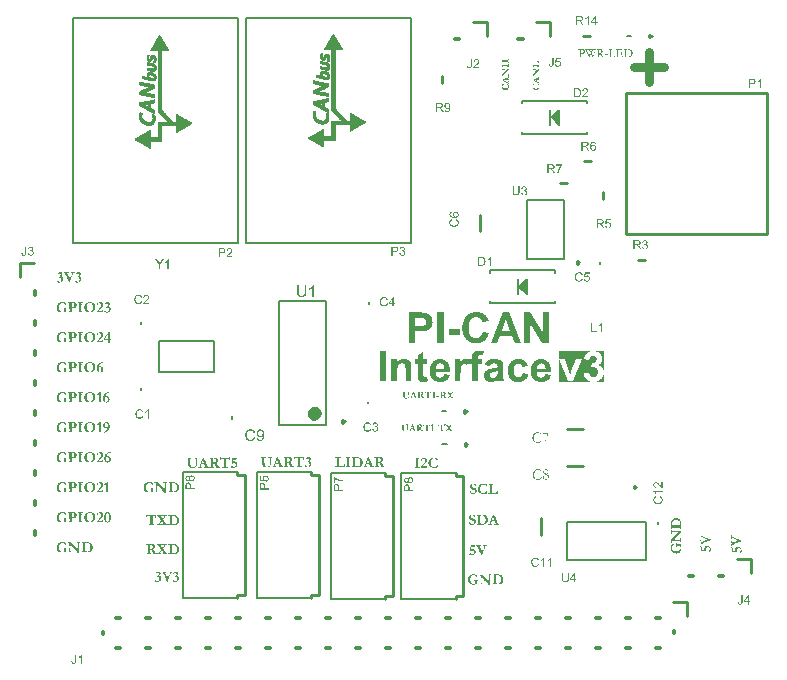
<source format=gto>
G04*
G04 #@! TF.GenerationSoftware,Altium Limited,Altium Designer,21.8.1 (53)*
G04*
G04 Layer_Color=65535*
%FSLAX25Y25*%
%MOIN*%
G70*
G04*
G04 #@! TF.SameCoordinates,4A88703C-FF3E-4B1E-BF10-83D339521CC7*
G04*
G04*
G04 #@! TF.FilePolarity,Positive*
G04*
G01*
G75*
%ADD10C,0.00984*%
%ADD11C,0.02362*%
%ADD12C,0.01000*%
%ADD13C,0.01200*%
%ADD14C,0.00800*%
%ADD15C,0.00787*%
%ADD16C,0.00100*%
%ADD17C,0.03000*%
G36*
X279430Y305717D02*
X279487Y305713D01*
X279526Y305709D01*
X279564D01*
X279606Y305705D01*
X279653Y305701D01*
X279706Y305694D01*
X279760Y305690D01*
X279764D01*
X279779Y305686D01*
X279798D01*
X279825Y305682D01*
X279852Y305678D01*
X279875Y305671D01*
X279894Y305667D01*
X279910Y305663D01*
Y305644D01*
X279914Y305625D01*
Y305433D01*
X279910Y305406D01*
Y305371D01*
X279906Y305321D01*
X279902Y305294D01*
Y305206D01*
X279898Y305187D01*
Y305106D01*
X279894Y305072D01*
Y305029D01*
X279890Y304983D01*
Y304903D01*
X279887Y304880D01*
Y304787D01*
X279883Y304749D01*
Y304661D01*
X279879Y304565D01*
Y304357D01*
X279890Y304012D01*
Y303977D01*
X279894Y303939D01*
Y303889D01*
X279898Y303831D01*
X279902Y303770D01*
X279910Y303639D01*
Y303578D01*
X279906D01*
X279898D01*
X279879D01*
X279875D01*
X279868D01*
X279852D01*
X279837D01*
X279802Y303582D01*
X279771Y303589D01*
Y303593D01*
X279768Y303597D01*
Y303609D01*
X279764Y303628D01*
X279760Y303647D01*
X279752Y303674D01*
X279749Y303701D01*
X279745Y303735D01*
Y303739D01*
X279741Y303751D01*
Y303766D01*
X279737Y303785D01*
X279733Y303824D01*
X279729Y303839D01*
Y303862D01*
X279725Y303885D01*
X279722Y303916D01*
X279718Y303927D01*
X279710Y303939D01*
X279706D01*
X279702Y303943D01*
X279687Y303946D01*
X279664Y303950D01*
X279641D01*
X279422Y303946D01*
X279199Y303958D01*
X279057D01*
X278888D01*
X278708Y303954D01*
X278328Y303962D01*
X278155Y303966D01*
X278132D01*
X278128D01*
X278124D01*
X278105Y303962D01*
X278074D01*
X278040Y303958D01*
X278005Y303954D01*
X277971Y303946D01*
X277947Y303943D01*
X277932Y303939D01*
X277928Y303935D01*
X277924Y303931D01*
X277921Y303924D01*
X277913Y303912D01*
X277905Y303897D01*
X277894Y303873D01*
X277886Y303843D01*
Y303839D01*
X277882Y303831D01*
X277874Y303812D01*
X277867Y303797D01*
X277859Y303778D01*
X277855Y303770D01*
X277852Y303751D01*
X277844Y303728D01*
X277836Y303701D01*
Y303697D01*
X277832Y303693D01*
X277825Y303670D01*
X277813Y303639D01*
X277802Y303616D01*
X277798D01*
X277794D01*
X277779D01*
X277755D01*
X277732D01*
X277729D01*
X277725D01*
X277709D01*
X277694D01*
X277690Y303620D01*
X277686Y303628D01*
X277682Y303636D01*
Y303674D01*
X277686Y303701D01*
Y303739D01*
X277690Y303762D01*
Y303793D01*
X277694Y303824D01*
Y303858D01*
X277698Y303900D01*
X277702Y303946D01*
X277698Y304188D01*
X277702Y304369D01*
Y304453D01*
X277698Y304496D01*
Y304546D01*
X277694Y304607D01*
X277690Y304672D01*
Y304680D01*
X277686Y304699D01*
X277682Y304722D01*
Y304749D01*
X277690Y304761D01*
X277698Y304772D01*
X277702Y304776D01*
X277713Y304780D01*
X277732Y304784D01*
X277763Y304787D01*
X277771D01*
X277786Y304784D01*
X277805Y304780D01*
X277821Y304768D01*
Y304764D01*
X277829Y304753D01*
X277832Y304745D01*
Y304730D01*
X277836Y304714D01*
X277840Y304692D01*
X277890Y304480D01*
X277894Y304473D01*
X277898Y304465D01*
X277905Y304450D01*
X277913Y304446D01*
X277924Y304442D01*
X277974Y304438D01*
X278082Y304434D01*
X278113D01*
X278132D01*
X278136D01*
X278139D01*
X278147D01*
X278159D01*
X278174D01*
X278197Y304430D01*
X278224D01*
X278228D01*
X278239D01*
X278255D01*
X278270D01*
X278274D01*
X278293D01*
X278320D01*
X278362D01*
X278366D01*
X278378D01*
X278401D01*
X278424Y304434D01*
X278481D01*
X278543D01*
X278547D01*
X278558D01*
X278577D01*
X278600D01*
X278631D01*
X278666Y304430D01*
X278704D01*
X278746Y304427D01*
X278754D01*
X278777D01*
X278812D01*
X278858D01*
X279668Y304419D01*
X279672D01*
X279676D01*
X279695Y304423D01*
X279718Y304430D01*
X279737Y304442D01*
X279741Y304603D01*
Y304857D01*
X279737Y304880D01*
Y304907D01*
X279733Y304968D01*
X279725Y305037D01*
X279714Y305110D01*
X279698Y305179D01*
X279679Y305241D01*
X279676Y305244D01*
X279672Y305260D01*
X279660Y305279D01*
X279649Y305306D01*
X279618Y305356D01*
X279603Y305379D01*
X279583Y305394D01*
X279579Y305398D01*
X279576Y305406D01*
X279553Y305429D01*
X279518Y305459D01*
X279476Y305490D01*
X279472D01*
X279464Y305498D01*
X279449Y305505D01*
X279426Y305517D01*
X279399Y305529D01*
X279364Y305544D01*
X279322Y305559D01*
X279272Y305575D01*
Y305655D01*
X279276Y305682D01*
X279280Y305721D01*
X279330D01*
X279334D01*
X279353D01*
X279384D01*
X279430Y305717D01*
D02*
G37*
G36*
X277813Y303397D02*
X277821Y303378D01*
X277832Y303355D01*
X277840Y303324D01*
Y303321D01*
X277844Y303309D01*
X277848Y303290D01*
X277855Y303271D01*
X277859Y303248D01*
X277867Y303228D01*
X277874Y303213D01*
X277878Y303202D01*
X277882Y303198D01*
X277886Y303186D01*
X277894Y303175D01*
X277905Y303155D01*
X277913Y303140D01*
X277924Y303125D01*
X277932Y303113D01*
X277936Y303109D01*
X277940Y303105D01*
X277951Y303102D01*
X277974Y303098D01*
X278001Y303094D01*
X278005D01*
X278013D01*
X278021D01*
X278032D01*
X278051Y303098D01*
X278070D01*
X278078D01*
X278086D01*
X278101D01*
X278120D01*
X278143D01*
X278178D01*
X278216D01*
X278220D01*
X278228D01*
X278239D01*
X278258D01*
X278301D01*
X278358Y303102D01*
X278420D01*
X278485Y303105D01*
X278547Y303109D01*
X278604Y303113D01*
X278608D01*
X278612D01*
X278635Y303117D01*
X278669D01*
X278712D01*
X279307Y303136D01*
X279311D01*
X279318D01*
X279341Y303140D01*
X279372D01*
X279384D01*
X279395D01*
X279606D01*
X279695Y303144D01*
X279787Y303140D01*
X279791D01*
X279798D01*
X279821Y303144D01*
X279852Y303148D01*
X279864D01*
X279871D01*
X279960D01*
X279967Y302948D01*
X279760Y302745D01*
X279349Y302330D01*
X279057Y302038D01*
X278838Y301827D01*
X278835Y301823D01*
X278831Y301819D01*
X278819Y301808D01*
X278804Y301792D01*
X278765Y301754D01*
X278715Y301700D01*
X278662Y301642D01*
X278600Y301577D01*
X278539Y301512D01*
X278481Y301447D01*
X278228Y301170D01*
X278861Y301186D01*
X278865D01*
X278873D01*
X278885D01*
X278896D01*
X278934D01*
X278980D01*
X279103D01*
X279326Y301193D01*
X279334D01*
X279349D01*
X279380Y301197D01*
X279414Y301201D01*
X279461D01*
X279510Y301205D01*
X279568Y301212D01*
X279626Y301216D01*
X279633D01*
X279653D01*
X279672D01*
X279691Y301220D01*
X279695D01*
X279702Y301228D01*
X279718Y301232D01*
X279741Y301243D01*
Y301247D01*
X279745Y301258D01*
X279749Y301278D01*
X279752Y301305D01*
X279760Y301343D01*
X279764Y301393D01*
X279771Y301458D01*
X279775Y301535D01*
Y301539D01*
X279779Y301547D01*
X279783Y301562D01*
X279787Y301581D01*
X279929Y301585D01*
Y301489D01*
X279925Y301458D01*
Y301412D01*
X279921Y301385D01*
X279917Y301351D01*
Y301316D01*
X279914Y301274D01*
X279910Y301228D01*
X279906Y301174D01*
Y301082D01*
X279910Y301028D01*
Y300967D01*
X279914Y300905D01*
Y300851D01*
X279917Y300828D01*
Y300763D01*
X279921Y300732D01*
Y300679D01*
X279917Y300656D01*
X279910D01*
X279894D01*
X279871Y300652D01*
X279848D01*
X279844D01*
X279833D01*
X279814D01*
X279783Y300656D01*
Y300663D01*
X279779Y300682D01*
X279775Y300709D01*
Y300763D01*
X279779Y300779D01*
Y300844D01*
X279775Y300874D01*
Y300905D01*
X279771Y300932D01*
X279768Y300955D01*
X279760Y300971D01*
X279756Y300974D01*
X279749Y300978D01*
X279737Y300986D01*
X279722Y300990D01*
X279702Y300994D01*
X279676Y300997D01*
X279645Y301001D01*
X279641D01*
X279633D01*
X279618D01*
X279603D01*
X279556Y301005D01*
X279503D01*
X279445D01*
X279391Y301009D01*
X279345D01*
X279326D01*
X279314D01*
X279219D01*
X278666Y301013D01*
X278320Y301009D01*
X278316D01*
X278312D01*
X278289D01*
X278255D01*
X278212Y301005D01*
X278120Y300997D01*
X278082Y300990D01*
X278047Y300982D01*
X278044D01*
X278040D01*
X278024Y300974D01*
X278001Y300963D01*
X277978Y300944D01*
X277974Y300940D01*
X277967Y300932D01*
X277955Y300921D01*
X277944Y300905D01*
X277913Y300863D01*
X277886Y300809D01*
Y300805D01*
X277882Y300801D01*
X277878Y300786D01*
X277871Y300767D01*
X277867Y300736D01*
X277855Y300698D01*
X277848Y300644D01*
X277836Y300583D01*
X277717Y300575D01*
Y300801D01*
X277713Y300825D01*
Y301044D01*
X277717Y301066D01*
Y301120D01*
X277713Y301143D01*
Y301205D01*
X277709Y301220D01*
Y301331D01*
X277713Y301335D01*
X277721Y301343D01*
X277732Y301358D01*
X277752Y301374D01*
X277771Y301397D01*
X277794Y301424D01*
X277852Y301481D01*
X277917Y301550D01*
X277986Y301623D01*
X278055Y301692D01*
X278124Y301758D01*
X278128Y301762D01*
X278132Y301765D01*
X278147Y301781D01*
X278166Y301800D01*
X278193Y301831D01*
X278232Y301865D01*
X278278Y301915D01*
X278339Y301973D01*
X278408Y302046D01*
X278493Y302130D01*
X278593Y302226D01*
X278646Y302284D01*
X278704Y302341D01*
X278765Y302403D01*
X278835Y302472D01*
X278904Y302545D01*
X278980Y302618D01*
X279061Y302698D01*
X279146Y302787D01*
X279234Y302875D01*
X279330Y302971D01*
X279288D01*
X279088Y302963D01*
X279084D01*
X279080D01*
X279061D01*
X279027Y302960D01*
X278988D01*
X278946Y302956D01*
X278900D01*
X278854Y302952D01*
X278815Y302948D01*
X278812D01*
X278796D01*
X278773Y302944D01*
X278746D01*
X278708Y302940D01*
X278669D01*
X278620Y302937D01*
X278570D01*
X278562D01*
X278547D01*
X278520D01*
X278485D01*
X278447D01*
X278404Y302933D01*
X278316Y302929D01*
X278312D01*
X278305D01*
X278293D01*
X278282Y302925D01*
X278243Y302921D01*
X278197D01*
X278155Y302917D01*
X278113Y302913D01*
X278078Y302910D01*
X278066D01*
X278059D01*
X278055D01*
X278040D01*
X278021Y302906D01*
X278001D01*
X277955Y302898D01*
X277936Y302890D01*
X277921Y302883D01*
X277913Y302875D01*
X277909Y302864D01*
X277901Y302848D01*
X277894Y302829D01*
X277882Y302802D01*
X277874Y302764D01*
X277867Y302722D01*
Y302718D01*
X277863Y302706D01*
X277859Y302691D01*
X277855Y302668D01*
X277844Y302622D01*
X277832Y302603D01*
X277825Y302583D01*
X277725D01*
X277721Y302626D01*
X277709Y302960D01*
X277698Y303332D01*
Y303340D01*
X277694Y303355D01*
Y303401D01*
X277809Y303405D01*
X277813Y303397D01*
D02*
G37*
G36*
X279910Y300629D02*
Y300548D01*
X279906Y300506D01*
Y300456D01*
X279902Y300406D01*
X279898Y300348D01*
Y300341D01*
X279894Y300322D01*
Y300295D01*
X279890Y300260D01*
Y300218D01*
X279887Y300172D01*
Y299938D01*
X279890Y299911D01*
Y299884D01*
X279910Y299592D01*
Y299511D01*
X279906D01*
X279898D01*
X279887D01*
X279875D01*
X279837D01*
X279795Y299515D01*
X279756Y299703D01*
Y299707D01*
X279752Y299719D01*
X279749Y299730D01*
X279745Y299749D01*
X279733Y299780D01*
X279725Y299796D01*
X279722Y299803D01*
X279718Y299807D01*
X279710Y299811D01*
X279695Y299815D01*
X279679Y299818D01*
X279676D01*
X279668D01*
X279653Y299815D01*
X279637Y299811D01*
X279468Y299742D01*
X279130Y299611D01*
Y298958D01*
X279134D01*
X279149Y298951D01*
X279172Y298939D01*
X279211Y298924D01*
X279238Y298916D01*
X279265Y298905D01*
X279299Y298893D01*
X279338Y298878D01*
X279376Y298862D01*
X279426Y298847D01*
X279476Y298828D01*
X279533Y298809D01*
X279537D01*
X279549Y298805D01*
X279564Y298797D01*
X279583Y298793D01*
X279622Y298778D01*
X279641Y298774D01*
X279656D01*
X279664D01*
X279679Y298778D01*
X279698Y298786D01*
X279718Y298801D01*
Y298805D01*
X279722Y298809D01*
X279729Y298820D01*
X279737Y298835D01*
X279745Y298855D01*
X279752Y298882D01*
X279760Y298912D01*
X279764Y298951D01*
Y298962D01*
X279768Y298970D01*
X279771Y298985D01*
Y299008D01*
X279779Y299035D01*
X279783Y299070D01*
X279787D01*
X279795D01*
X279818Y299074D01*
X279848D01*
X279860D01*
X279871D01*
X279875D01*
X279883D01*
X279910Y299070D01*
Y299016D01*
X279906Y298993D01*
Y298935D01*
X279902Y298901D01*
X279898Y298858D01*
Y298812D01*
X279894Y298759D01*
X279890Y298701D01*
X279883Y298636D01*
X279879Y298563D01*
X279890Y298494D01*
Y298490D01*
X279894Y298471D01*
X279898Y298448D01*
Y298417D01*
X279902Y298378D01*
X279906Y298340D01*
X279910Y298256D01*
Y298225D01*
X279795Y298229D01*
Y298236D01*
X279787Y298256D01*
X279779Y298290D01*
X279775Y298313D01*
X279768Y298340D01*
Y298348D01*
X279764Y298359D01*
X279760Y298382D01*
X279752Y298409D01*
X279749Y298436D01*
X279741Y298463D01*
X279733Y298482D01*
X279725Y298498D01*
X279722Y298501D01*
X279702Y298517D01*
X279691Y298528D01*
X279672Y298540D01*
X279649Y298555D01*
X279622Y298570D01*
X278719Y298912D01*
X277660Y299316D01*
Y299504D01*
X277690Y299519D01*
X278397Y299815D01*
X278401D01*
X278408Y299818D01*
X278420Y299826D01*
X278435Y299830D01*
X278454Y299842D01*
X278477Y299849D01*
X278535Y299876D01*
X278600Y299903D01*
X278673Y299934D01*
X278750Y299964D01*
X278831Y299995D01*
X278835D01*
X278838Y299999D01*
X278850Y300003D01*
X278865Y300010D01*
X278904Y300022D01*
X278954Y300041D01*
X279007Y300064D01*
X279065Y300087D01*
X279119Y300110D01*
X279172Y300133D01*
X279176D01*
X279188Y300141D01*
X279207Y300149D01*
X279234Y300156D01*
X279269Y300172D01*
X279307Y300187D01*
X279357Y300206D01*
X279414Y300226D01*
X279418D01*
X279430Y300233D01*
X279449Y300237D01*
X279476Y300249D01*
X279506Y300260D01*
X279545Y300279D01*
X279587Y300295D01*
X279633Y300318D01*
X279637D01*
X279645Y300325D01*
X279672Y300337D01*
X279698Y300356D01*
X279710Y300364D01*
X279718Y300372D01*
X279722Y300379D01*
X279729Y300395D01*
X279741Y300425D01*
X279752Y300471D01*
Y300483D01*
X279756Y300498D01*
X279760Y300517D01*
X279771Y300564D01*
X279791Y300621D01*
X279795D01*
X279798Y300625D01*
X279821Y300629D01*
X279852Y300633D01*
X279875D01*
X279879D01*
X279883D01*
X279894D01*
X279910Y300629D01*
D02*
G37*
G36*
X279326Y298156D02*
X279345D01*
X279387Y298148D01*
X279437Y298137D01*
X279445D01*
X279457Y298133D01*
X279476Y298129D01*
X279503Y298125D01*
X279541Y298117D01*
X279587Y298110D01*
X279653Y298098D01*
X279706Y298083D01*
X279783Y298060D01*
X279787Y298056D01*
X279795Y298041D01*
X279810Y298018D01*
X279829Y297983D01*
X279848Y297941D01*
X279868Y297891D01*
X279887Y297833D01*
X279906Y297764D01*
Y297756D01*
X279910Y297745D01*
X279914Y297730D01*
X279917Y297691D01*
X279925Y297637D01*
X279933Y297568D01*
X279937Y297492D01*
X279944Y297403D01*
Y297269D01*
X279941Y297227D01*
Y297173D01*
X279937Y297111D01*
X279929Y297046D01*
X279906Y296904D01*
Y296900D01*
X279902Y296896D01*
X279898Y296873D01*
X279890Y296839D01*
X279875Y296796D01*
X279860Y296746D01*
X279837Y296693D01*
X279814Y296639D01*
X279783Y296585D01*
Y296581D01*
X279779Y296578D01*
X279760Y296554D01*
X279737Y296516D01*
X279702Y296474D01*
X279664Y296424D01*
X279618Y296374D01*
X279572Y296324D01*
X279518Y296278D01*
X279510Y296274D01*
X279491Y296259D01*
X279464Y296240D01*
X279422Y296217D01*
X279376Y296190D01*
X279322Y296167D01*
X279265Y296140D01*
X279203Y296117D01*
X279199D01*
X279195Y296113D01*
X279172Y296109D01*
X279138Y296101D01*
X279092Y296090D01*
X279034Y296078D01*
X278973Y296071D01*
X278900Y296067D01*
X278823Y296063D01*
X278815D01*
X278800D01*
X278773Y296067D01*
X278738D01*
X278696Y296075D01*
X278646Y296082D01*
X278589Y296090D01*
X278527Y296105D01*
X278462Y296124D01*
X278397Y296144D01*
X278328Y296170D01*
X278255Y296205D01*
X278186Y296244D01*
X278116Y296286D01*
X278051Y296340D01*
X277986Y296397D01*
X277982Y296401D01*
X277971Y296412D01*
X277955Y296432D01*
X277932Y296459D01*
X277909Y296489D01*
X277878Y296532D01*
X277852Y296578D01*
X277817Y296631D01*
X277786Y296689D01*
X277755Y296754D01*
X277729Y296823D01*
X277706Y296900D01*
X277682Y296981D01*
X277667Y297065D01*
X277656Y297157D01*
X277652Y297253D01*
Y297330D01*
X277656Y297384D01*
Y297442D01*
X277660Y297511D01*
X277675Y297649D01*
Y297657D01*
X277679Y297680D01*
X277682Y297718D01*
X277690Y297764D01*
X277702Y297818D01*
X277713Y297879D01*
X277740Y298002D01*
X277744D01*
X277752Y298006D01*
X277767Y298014D01*
X277794Y298021D01*
X277832Y298033D01*
X277886Y298048D01*
X277917Y298056D01*
X277951Y298067D01*
X277990Y298079D01*
X278032Y298091D01*
X278036D01*
X278051Y298094D01*
X278074Y298102D01*
X278101Y298106D01*
X278136Y298113D01*
X278174Y298117D01*
X278262Y298125D01*
Y297968D01*
X278258D01*
X278251Y297960D01*
X278239Y297952D01*
X278224Y297941D01*
X278186Y297906D01*
X278136Y297864D01*
X278078Y297814D01*
X278024Y297756D01*
X277971Y297695D01*
X277928Y297630D01*
X277924Y297622D01*
X277913Y297599D01*
X277894Y297564D01*
X277874Y297518D01*
X277859Y297461D01*
X277840Y297392D01*
X277829Y297319D01*
X277825Y297242D01*
Y297215D01*
X277829Y297200D01*
X277832Y297177D01*
X277836Y297150D01*
X277852Y297088D01*
X277874Y297023D01*
X277913Y296950D01*
X277936Y296916D01*
X277963Y296881D01*
X277994Y296846D01*
X278032Y296816D01*
X278036Y296812D01*
X278044Y296808D01*
X278063Y296796D01*
X278082Y296781D01*
X278113Y296766D01*
X278147Y296746D01*
X278189Y296727D01*
X278236Y296708D01*
X278285Y296685D01*
X278347Y296666D01*
X278408Y296647D01*
X278477Y296631D01*
X278554Y296616D01*
X278635Y296604D01*
X278719Y296601D01*
X278812Y296597D01*
X278815D01*
X278823D01*
X278838D01*
X278858D01*
X278885D01*
X278911Y296601D01*
X278973D01*
X279042Y296604D01*
X279111Y296612D01*
X279172Y296620D01*
X279199Y296624D01*
X279226Y296631D01*
X279230D01*
X279234Y296635D01*
X279245Y296639D01*
X279261Y296643D01*
X279295Y296654D01*
X279341Y296673D01*
X279395Y296697D01*
X279449Y296724D01*
X279503Y296754D01*
X279553Y296789D01*
X279556Y296793D01*
X279568Y296800D01*
X279587Y296816D01*
X279606Y296839D01*
X279629Y296866D01*
X279656Y296896D01*
X279679Y296935D01*
X279702Y296977D01*
X279706Y296985D01*
X279714Y297004D01*
X279725Y297035D01*
X279741Y297073D01*
X279756Y297119D01*
X279768Y297177D01*
X279775Y297234D01*
X279779Y297296D01*
Y297303D01*
X279775Y297326D01*
X279771Y297365D01*
X279764Y297411D01*
X279752Y297468D01*
X279729Y297526D01*
X279702Y297591D01*
X279664Y297657D01*
Y297660D01*
X279660Y297664D01*
X279641Y297687D01*
X279614Y297722D01*
X279576Y297764D01*
X279530Y297818D01*
X279468Y297875D01*
X279399Y297933D01*
X279318Y297994D01*
Y297998D01*
X279314Y298006D01*
Y298021D01*
X279311Y298037D01*
Y298064D01*
X279307Y298091D01*
X279303Y298121D01*
Y298160D01*
X279307D01*
X279314D01*
X279326Y298156D01*
D02*
G37*
G36*
X267500Y306396D02*
X267538Y306393D01*
X267581Y306389D01*
Y306381D01*
X267585Y306366D01*
X267592Y306339D01*
X267600Y306304D01*
X267615Y306239D01*
X267623Y306208D01*
X267631Y306185D01*
Y306181D01*
X267635Y306178D01*
X267638Y306154D01*
X267650Y306124D01*
X267669Y306089D01*
X267704Y306082D01*
X267734D01*
X267777D01*
X267800Y306078D01*
X267803D01*
X267819D01*
X267838Y306074D01*
X267853D01*
X267896D01*
X267899D01*
X267907D01*
X267934Y306078D01*
X267965D01*
X267972D01*
X267980D01*
X268199D01*
X268360Y306082D01*
X268575Y306074D01*
X268579D01*
X268591D01*
X268610D01*
X268641D01*
X268683D01*
X268737D01*
X268802Y306078D01*
X268882Y306082D01*
X269124D01*
X269324Y306085D01*
X269328D01*
X269336D01*
X269347D01*
X269362D01*
X269405D01*
X269462Y306082D01*
Y306089D01*
X269470Y306105D01*
X269474Y306124D01*
X269478Y306147D01*
Y306154D01*
X269485Y306174D01*
X269489Y306201D01*
X269501Y306235D01*
X269508Y306274D01*
X269520Y306316D01*
X269535Y306354D01*
X269547Y306389D01*
X269670Y306393D01*
Y306258D01*
X269666Y306227D01*
Y306197D01*
X269662Y306124D01*
Y306116D01*
X269658Y306097D01*
X269654Y306062D01*
X269651Y306016D01*
Y305955D01*
X269647Y305916D01*
Y305874D01*
X269643Y305832D01*
Y305621D01*
X269647Y305578D01*
Y305529D01*
X269651Y305467D01*
X269658Y305394D01*
X269666Y305317D01*
Y305302D01*
X269662Y305283D01*
X269658Y305260D01*
X269654D01*
X269647D01*
X269631D01*
X269612D01*
X269574Y305264D01*
X269558D01*
X269543Y305268D01*
X269516Y305398D01*
X269493Y305536D01*
Y305540D01*
X269489Y305552D01*
X269481Y305567D01*
X269478Y305586D01*
X269470D01*
X269451Y305590D01*
X269416Y305594D01*
X269366Y305598D01*
X269339D01*
X269305Y305602D01*
X269267D01*
X269224Y305605D01*
X269178D01*
X269128D01*
X269075Y305609D01*
X269017D01*
X268875Y305613D01*
X268871D01*
X268859D01*
X268840Y305609D01*
X268813D01*
X268783Y305605D01*
X268744D01*
X268702Y305602D01*
X268656D01*
Y305578D01*
X268652Y305559D01*
Y305517D01*
X268648Y305463D01*
X268641Y304676D01*
Y304476D01*
X268644Y304453D01*
X268652Y304427D01*
X268783Y304415D01*
X268802D01*
X268810D01*
X268825Y304419D01*
X268848D01*
X268863D01*
X269389D01*
X269393D01*
X269397D01*
X269416D01*
X269447Y304423D01*
X269481Y304427D01*
X269489Y304442D01*
X269528Y304692D01*
Y304695D01*
X269531Y304703D01*
X269535Y304711D01*
X269539Y304718D01*
Y304722D01*
X269543Y304734D01*
X269554Y304757D01*
X269562D01*
X269574Y304761D01*
X269593Y304764D01*
X269608D01*
X269612D01*
X269624D01*
X269643Y304761D01*
X269670Y304757D01*
Y304553D01*
X269658Y304311D01*
Y304308D01*
X269654Y304296D01*
Y304277D01*
X269651Y304250D01*
Y304215D01*
X269647Y304173D01*
Y304069D01*
X269651Y304035D01*
Y303996D01*
X269654Y303970D01*
Y303931D01*
X269658Y303904D01*
Y303870D01*
X269662Y303824D01*
Y303766D01*
X269666Y303697D01*
Y303620D01*
X269662D01*
X269658D01*
X269647D01*
X269631D01*
X269593Y303624D01*
X269543Y303628D01*
X269508Y303847D01*
Y303854D01*
X269501Y303873D01*
X269493Y303900D01*
X269481Y303939D01*
X269055Y303966D01*
X269051D01*
X269044D01*
X269032D01*
X269017D01*
X268975Y303962D01*
X268925D01*
X268871D01*
X268813Y303958D01*
X268756D01*
X268710D01*
X268671D01*
X268667D01*
X268656D01*
X268633Y303962D01*
X268602D01*
X268556D01*
X268525Y303966D01*
X268495D01*
X268456D01*
X268418D01*
X268372D01*
X268322D01*
X268272Y303958D01*
X268126Y303966D01*
X267980Y303962D01*
X267907D01*
X267903D01*
X267888D01*
X267869D01*
X267842D01*
X267807Y303958D01*
X267769Y303954D01*
X267723Y303950D01*
X267677Y303946D01*
X267673D01*
X267665Y303943D01*
X267654Y303939D01*
X267635Y303931D01*
Y303927D01*
X267631Y303924D01*
Y303897D01*
X267627Y303893D01*
X267623Y303870D01*
Y303866D01*
X267619Y303858D01*
Y303843D01*
X267615Y303828D01*
X267611Y303778D01*
X267604Y303724D01*
X267600Y303697D01*
Y303689D01*
X267596Y303670D01*
X267588Y303647D01*
X267585Y303628D01*
X267581D01*
X267577D01*
X267558D01*
X267535Y303624D01*
X267519D01*
X267515D01*
X267504D01*
X267489Y303628D01*
X267465Y303632D01*
Y303639D01*
X267462Y303659D01*
X267458Y303685D01*
Y303820D01*
X267462Y303831D01*
Y303847D01*
X267465Y303885D01*
X267469Y303931D01*
X267473Y303981D01*
X267477Y304031D01*
X267481Y304081D01*
Y304181D01*
X267485Y304215D01*
Y304330D01*
X267481Y304357D01*
Y304392D01*
X267477Y304442D01*
X267473Y304503D01*
X267469Y304576D01*
X267465Y304584D01*
X267462Y304599D01*
X267458Y304622D01*
Y304692D01*
X267462Y304726D01*
X267465Y304761D01*
X267469D01*
X267485Y304764D01*
X267500D01*
X267515D01*
X267519D01*
X267535D01*
X267554Y304761D01*
X267581Y304757D01*
X267631Y304457D01*
X267635Y304450D01*
X267642Y304438D01*
X267657Y304427D01*
X267681Y304419D01*
X267742Y304423D01*
X267769Y304427D01*
X267846Y304423D01*
X267903D01*
X267919D01*
X267922D01*
X267930Y304427D01*
X267949D01*
X268168Y304423D01*
X268172D01*
X268184Y304427D01*
X268199D01*
X268214D01*
X268222D01*
X268241D01*
X268268Y304423D01*
X268272D01*
X268283D01*
X268303D01*
X268326D01*
X268330D01*
X268337D01*
X268349D01*
X268368D01*
X268387D01*
X268414Y304427D01*
X268445D01*
Y304434D01*
X268449Y304453D01*
X268452Y304480D01*
X268456Y304503D01*
X268460Y304757D01*
Y304880D01*
X268464Y305187D01*
X268452Y305486D01*
Y305525D01*
X268449Y305563D01*
X268441Y305609D01*
X268437D01*
X268429D01*
X268410D01*
X268383D01*
X268345D01*
X268295D01*
X268233Y305613D01*
X268199D01*
X268157D01*
X268080D01*
X267792Y305609D01*
X267673Y305590D01*
X267669D01*
X267665Y305586D01*
X267657Y305578D01*
X267650Y305567D01*
Y305563D01*
X267646Y305556D01*
X267638Y305540D01*
X267627Y305517D01*
X267619Y305483D01*
X267604Y305444D01*
X267588Y305390D01*
X267573Y305329D01*
Y305325D01*
X267569Y305310D01*
X267565Y305291D01*
X267558Y305271D01*
X267554D01*
X267546D01*
X267523D01*
X267489Y305275D01*
X267458Y305283D01*
Y305502D01*
X267462Y305521D01*
X267465Y305552D01*
Y305594D01*
X267469Y305640D01*
X267473Y305694D01*
X267477Y305751D01*
Y305874D01*
X267469Y306093D01*
Y306132D01*
X267465Y306154D01*
Y306158D01*
X267462Y306166D01*
Y306178D01*
X267458Y306193D01*
X267454Y306235D01*
X267450Y306281D01*
Y306312D01*
X267454Y306350D01*
X267458Y306400D01*
X267462D01*
X267469D01*
X267481D01*
X267500Y306396D01*
D02*
G37*
G36*
X267577Y303397D02*
X267585Y303378D01*
X267596Y303355D01*
X267604Y303324D01*
Y303321D01*
X267608Y303309D01*
X267611Y303290D01*
X267619Y303271D01*
X267623Y303248D01*
X267631Y303228D01*
X267638Y303213D01*
X267642Y303202D01*
X267646Y303198D01*
X267650Y303186D01*
X267657Y303175D01*
X267669Y303155D01*
X267677Y303140D01*
X267688Y303125D01*
X267696Y303113D01*
X267700Y303109D01*
X267704Y303105D01*
X267715Y303102D01*
X267738Y303098D01*
X267765Y303094D01*
X267769D01*
X267777D01*
X267784D01*
X267796D01*
X267815Y303098D01*
X267834D01*
X267842D01*
X267849D01*
X267865D01*
X267884D01*
X267907D01*
X267942D01*
X267980D01*
X267984D01*
X267992D01*
X268003D01*
X268022D01*
X268065D01*
X268122Y303102D01*
X268184D01*
X268249Y303105D01*
X268310Y303109D01*
X268368Y303113D01*
X268372D01*
X268376D01*
X268399Y303117D01*
X268433D01*
X268475D01*
X269071Y303136D01*
X269075D01*
X269082D01*
X269105Y303140D01*
X269136D01*
X269147D01*
X269159D01*
X269370D01*
X269459Y303144D01*
X269551Y303140D01*
X269554D01*
X269562D01*
X269585Y303144D01*
X269616Y303148D01*
X269627D01*
X269635D01*
X269723D01*
X269731Y302948D01*
X269524Y302745D01*
X269113Y302330D01*
X268821Y302038D01*
X268602Y301827D01*
X268598Y301823D01*
X268595Y301819D01*
X268583Y301808D01*
X268568Y301792D01*
X268529Y301754D01*
X268479Y301700D01*
X268425Y301642D01*
X268364Y301577D01*
X268303Y301512D01*
X268245Y301447D01*
X267992Y301170D01*
X268625Y301186D01*
X268629D01*
X268637D01*
X268648D01*
X268660D01*
X268698D01*
X268744D01*
X268867D01*
X269090Y301193D01*
X269097D01*
X269113D01*
X269144Y301197D01*
X269178Y301201D01*
X269224D01*
X269274Y301205D01*
X269332Y301212D01*
X269389Y301216D01*
X269397D01*
X269416D01*
X269435D01*
X269455Y301220D01*
X269459D01*
X269466Y301228D01*
X269481Y301232D01*
X269505Y301243D01*
Y301247D01*
X269508Y301258D01*
X269512Y301278D01*
X269516Y301305D01*
X269524Y301343D01*
X269528Y301393D01*
X269535Y301458D01*
X269539Y301535D01*
Y301539D01*
X269543Y301547D01*
X269547Y301562D01*
X269551Y301581D01*
X269693Y301585D01*
Y301489D01*
X269689Y301458D01*
Y301412D01*
X269685Y301385D01*
X269681Y301351D01*
Y301316D01*
X269677Y301274D01*
X269673Y301228D01*
X269670Y301174D01*
Y301082D01*
X269673Y301028D01*
Y300967D01*
X269677Y300905D01*
Y300851D01*
X269681Y300828D01*
Y300763D01*
X269685Y300732D01*
Y300679D01*
X269681Y300656D01*
X269673D01*
X269658D01*
X269635Y300652D01*
X269612D01*
X269608D01*
X269597D01*
X269578D01*
X269547Y300656D01*
Y300663D01*
X269543Y300682D01*
X269539Y300709D01*
Y300763D01*
X269543Y300779D01*
Y300844D01*
X269539Y300874D01*
Y300905D01*
X269535Y300932D01*
X269531Y300955D01*
X269524Y300971D01*
X269520Y300974D01*
X269512Y300978D01*
X269501Y300986D01*
X269485Y300990D01*
X269466Y300994D01*
X269439Y300997D01*
X269409Y301001D01*
X269405D01*
X269397D01*
X269382D01*
X269366D01*
X269320Y301005D01*
X269267D01*
X269209D01*
X269155Y301009D01*
X269109D01*
X269090D01*
X269078D01*
X268982D01*
X268429Y301013D01*
X268084Y301009D01*
X268080D01*
X268076D01*
X268053D01*
X268019D01*
X267976Y301005D01*
X267884Y300997D01*
X267846Y300990D01*
X267811Y300982D01*
X267807D01*
X267803D01*
X267788Y300974D01*
X267765Y300963D01*
X267742Y300944D01*
X267738Y300940D01*
X267730Y300932D01*
X267719Y300921D01*
X267707Y300905D01*
X267677Y300863D01*
X267650Y300809D01*
Y300805D01*
X267646Y300801D01*
X267642Y300786D01*
X267635Y300767D01*
X267631Y300736D01*
X267619Y300698D01*
X267611Y300644D01*
X267600Y300583D01*
X267481Y300575D01*
Y300801D01*
X267477Y300825D01*
Y301044D01*
X267481Y301066D01*
Y301120D01*
X267477Y301143D01*
Y301205D01*
X267473Y301220D01*
Y301331D01*
X267477Y301335D01*
X267485Y301343D01*
X267496Y301358D01*
X267515Y301374D01*
X267535Y301397D01*
X267558Y301424D01*
X267615Y301481D01*
X267681Y301550D01*
X267750Y301623D01*
X267819Y301692D01*
X267888Y301758D01*
X267892Y301762D01*
X267896Y301765D01*
X267911Y301781D01*
X267930Y301800D01*
X267957Y301831D01*
X267995Y301865D01*
X268041Y301915D01*
X268103Y301973D01*
X268172Y302046D01*
X268257Y302130D01*
X268356Y302226D01*
X268410Y302284D01*
X268468Y302341D01*
X268529Y302403D01*
X268598Y302472D01*
X268667Y302545D01*
X268744Y302618D01*
X268825Y302698D01*
X268909Y302787D01*
X268998Y302875D01*
X269094Y302971D01*
X269051D01*
X268852Y302963D01*
X268848D01*
X268844D01*
X268825D01*
X268790Y302960D01*
X268752D01*
X268710Y302956D01*
X268664D01*
X268618Y302952D01*
X268579Y302948D01*
X268575D01*
X268560D01*
X268537Y302944D01*
X268510D01*
X268472Y302940D01*
X268433D01*
X268383Y302937D01*
X268333D01*
X268326D01*
X268310D01*
X268283D01*
X268249D01*
X268211D01*
X268168Y302933D01*
X268080Y302929D01*
X268076D01*
X268068D01*
X268057D01*
X268045Y302925D01*
X268007Y302921D01*
X267961D01*
X267919Y302917D01*
X267876Y302913D01*
X267842Y302910D01*
X267830D01*
X267823D01*
X267819D01*
X267803D01*
X267784Y302906D01*
X267765D01*
X267719Y302898D01*
X267700Y302890D01*
X267684Y302883D01*
X267677Y302875D01*
X267673Y302864D01*
X267665Y302848D01*
X267657Y302829D01*
X267646Y302802D01*
X267638Y302764D01*
X267631Y302722D01*
Y302718D01*
X267627Y302706D01*
X267623Y302691D01*
X267619Y302668D01*
X267608Y302622D01*
X267596Y302603D01*
X267588Y302583D01*
X267489D01*
X267485Y302626D01*
X267473Y302960D01*
X267462Y303332D01*
Y303340D01*
X267458Y303355D01*
Y303401D01*
X267573Y303405D01*
X267577Y303397D01*
D02*
G37*
G36*
X269673Y300629D02*
Y300548D01*
X269670Y300506D01*
Y300456D01*
X269666Y300406D01*
X269662Y300348D01*
Y300341D01*
X269658Y300322D01*
Y300295D01*
X269654Y300260D01*
Y300218D01*
X269651Y300172D01*
Y299938D01*
X269654Y299911D01*
Y299884D01*
X269673Y299592D01*
Y299511D01*
X269670D01*
X269662D01*
X269651D01*
X269639D01*
X269601D01*
X269558Y299515D01*
X269520Y299703D01*
Y299707D01*
X269516Y299719D01*
X269512Y299730D01*
X269508Y299749D01*
X269497Y299780D01*
X269489Y299796D01*
X269485Y299803D01*
X269481Y299807D01*
X269474Y299811D01*
X269459Y299815D01*
X269443Y299818D01*
X269439D01*
X269432D01*
X269416Y299815D01*
X269401Y299811D01*
X269232Y299742D01*
X268894Y299611D01*
Y298958D01*
X268898D01*
X268913Y298951D01*
X268936Y298939D01*
X268975Y298924D01*
X269002Y298916D01*
X269028Y298905D01*
X269063Y298893D01*
X269101Y298878D01*
X269140Y298862D01*
X269190Y298847D01*
X269240Y298828D01*
X269297Y298809D01*
X269301D01*
X269313Y298805D01*
X269328Y298797D01*
X269347Y298793D01*
X269386Y298778D01*
X269405Y298774D01*
X269420D01*
X269428D01*
X269443Y298778D01*
X269462Y298786D01*
X269481Y298801D01*
Y298805D01*
X269485Y298809D01*
X269493Y298820D01*
X269501Y298835D01*
X269508Y298855D01*
X269516Y298882D01*
X269524Y298912D01*
X269528Y298951D01*
Y298962D01*
X269531Y298970D01*
X269535Y298985D01*
Y299008D01*
X269543Y299035D01*
X269547Y299070D01*
X269551D01*
X269558D01*
X269581Y299074D01*
X269612D01*
X269624D01*
X269635D01*
X269639D01*
X269647D01*
X269673Y299070D01*
Y299016D01*
X269670Y298993D01*
Y298935D01*
X269666Y298901D01*
X269662Y298858D01*
Y298812D01*
X269658Y298759D01*
X269654Y298701D01*
X269647Y298636D01*
X269643Y298563D01*
X269654Y298494D01*
Y298490D01*
X269658Y298471D01*
X269662Y298448D01*
Y298417D01*
X269666Y298378D01*
X269670Y298340D01*
X269673Y298256D01*
Y298225D01*
X269558Y298229D01*
Y298236D01*
X269551Y298256D01*
X269543Y298290D01*
X269539Y298313D01*
X269531Y298340D01*
Y298348D01*
X269528Y298359D01*
X269524Y298382D01*
X269516Y298409D01*
X269512Y298436D01*
X269505Y298463D01*
X269497Y298482D01*
X269489Y298498D01*
X269485Y298501D01*
X269466Y298517D01*
X269455Y298528D01*
X269435Y298540D01*
X269412Y298555D01*
X269386Y298570D01*
X268483Y298912D01*
X267423Y299316D01*
Y299504D01*
X267454Y299519D01*
X268161Y299815D01*
X268164D01*
X268172Y299818D01*
X268184Y299826D01*
X268199Y299830D01*
X268218Y299842D01*
X268241Y299849D01*
X268299Y299876D01*
X268364Y299903D01*
X268437Y299934D01*
X268514Y299964D01*
X268595Y299995D01*
X268598D01*
X268602Y299999D01*
X268614Y300003D01*
X268629Y300010D01*
X268667Y300022D01*
X268717Y300041D01*
X268771Y300064D01*
X268829Y300087D01*
X268882Y300110D01*
X268936Y300133D01*
X268940D01*
X268952Y300141D01*
X268971Y300149D01*
X268998Y300156D01*
X269032Y300172D01*
X269071Y300187D01*
X269121Y300206D01*
X269178Y300226D01*
X269182D01*
X269194Y300233D01*
X269213Y300237D01*
X269240Y300249D01*
X269270Y300260D01*
X269309Y300279D01*
X269351Y300295D01*
X269397Y300318D01*
X269401D01*
X269409Y300325D01*
X269435Y300337D01*
X269462Y300356D01*
X269474Y300364D01*
X269481Y300372D01*
X269485Y300379D01*
X269493Y300395D01*
X269505Y300425D01*
X269516Y300471D01*
Y300483D01*
X269520Y300498D01*
X269524Y300517D01*
X269535Y300564D01*
X269554Y300621D01*
X269558D01*
X269562Y300625D01*
X269585Y300629D01*
X269616Y300633D01*
X269639D01*
X269643D01*
X269647D01*
X269658D01*
X269673Y300629D01*
D02*
G37*
G36*
X269090Y298156D02*
X269109D01*
X269151Y298148D01*
X269201Y298137D01*
X269209D01*
X269220Y298133D01*
X269240Y298129D01*
X269267Y298125D01*
X269305Y298117D01*
X269351Y298110D01*
X269416Y298098D01*
X269470Y298083D01*
X269547Y298060D01*
X269551Y298056D01*
X269558Y298041D01*
X269574Y298018D01*
X269593Y297983D01*
X269612Y297941D01*
X269631Y297891D01*
X269651Y297833D01*
X269670Y297764D01*
Y297756D01*
X269673Y297745D01*
X269677Y297730D01*
X269681Y297691D01*
X269689Y297637D01*
X269697Y297568D01*
X269700Y297492D01*
X269708Y297403D01*
Y297269D01*
X269704Y297227D01*
Y297173D01*
X269700Y297111D01*
X269693Y297046D01*
X269670Y296904D01*
Y296900D01*
X269666Y296896D01*
X269662Y296873D01*
X269654Y296839D01*
X269639Y296796D01*
X269624Y296746D01*
X269601Y296693D01*
X269578Y296639D01*
X269547Y296585D01*
Y296581D01*
X269543Y296578D01*
X269524Y296554D01*
X269501Y296516D01*
X269466Y296474D01*
X269428Y296424D01*
X269382Y296374D01*
X269336Y296324D01*
X269282Y296278D01*
X269274Y296274D01*
X269255Y296259D01*
X269228Y296240D01*
X269186Y296217D01*
X269140Y296190D01*
X269086Y296167D01*
X269028Y296140D01*
X268967Y296117D01*
X268963D01*
X268959Y296113D01*
X268936Y296109D01*
X268902Y296101D01*
X268856Y296090D01*
X268798Y296078D01*
X268737Y296071D01*
X268664Y296067D01*
X268587Y296063D01*
X268579D01*
X268564D01*
X268537Y296067D01*
X268502D01*
X268460Y296075D01*
X268410Y296082D01*
X268353Y296090D01*
X268291Y296105D01*
X268226Y296124D01*
X268161Y296144D01*
X268091Y296170D01*
X268019Y296205D01*
X267949Y296244D01*
X267880Y296286D01*
X267815Y296340D01*
X267750Y296397D01*
X267746Y296401D01*
X267734Y296412D01*
X267719Y296432D01*
X267696Y296459D01*
X267673Y296489D01*
X267642Y296532D01*
X267615Y296578D01*
X267581Y296631D01*
X267550Y296689D01*
X267519Y296754D01*
X267492Y296823D01*
X267469Y296900D01*
X267446Y296981D01*
X267431Y297065D01*
X267419Y297157D01*
X267416Y297253D01*
Y297330D01*
X267419Y297384D01*
Y297442D01*
X267423Y297511D01*
X267439Y297649D01*
Y297657D01*
X267442Y297680D01*
X267446Y297718D01*
X267454Y297764D01*
X267465Y297818D01*
X267477Y297879D01*
X267504Y298002D01*
X267508D01*
X267515Y298006D01*
X267531Y298014D01*
X267558Y298021D01*
X267596Y298033D01*
X267650Y298048D01*
X267681Y298056D01*
X267715Y298067D01*
X267754Y298079D01*
X267796Y298091D01*
X267800D01*
X267815Y298094D01*
X267838Y298102D01*
X267865Y298106D01*
X267899Y298113D01*
X267938Y298117D01*
X268026Y298125D01*
Y297968D01*
X268022D01*
X268015Y297960D01*
X268003Y297952D01*
X267988Y297941D01*
X267949Y297906D01*
X267899Y297864D01*
X267842Y297814D01*
X267788Y297756D01*
X267734Y297695D01*
X267692Y297630D01*
X267688Y297622D01*
X267677Y297599D01*
X267657Y297564D01*
X267638Y297518D01*
X267623Y297461D01*
X267604Y297392D01*
X267592Y297319D01*
X267588Y297242D01*
Y297215D01*
X267592Y297200D01*
X267596Y297177D01*
X267600Y297150D01*
X267615Y297088D01*
X267638Y297023D01*
X267677Y296950D01*
X267700Y296916D01*
X267727Y296881D01*
X267757Y296846D01*
X267796Y296816D01*
X267800Y296812D01*
X267807Y296808D01*
X267827Y296796D01*
X267846Y296781D01*
X267876Y296766D01*
X267911Y296746D01*
X267953Y296727D01*
X267999Y296708D01*
X268049Y296685D01*
X268111Y296666D01*
X268172Y296647D01*
X268241Y296631D01*
X268318Y296616D01*
X268399Y296604D01*
X268483Y296601D01*
X268575Y296597D01*
X268579D01*
X268587D01*
X268602D01*
X268621D01*
X268648D01*
X268675Y296601D01*
X268737D01*
X268806Y296604D01*
X268875Y296612D01*
X268936Y296620D01*
X268963Y296624D01*
X268990Y296631D01*
X268994D01*
X268998Y296635D01*
X269009Y296639D01*
X269025Y296643D01*
X269059Y296654D01*
X269105Y296673D01*
X269159Y296697D01*
X269213Y296724D01*
X269267Y296754D01*
X269316Y296789D01*
X269320Y296793D01*
X269332Y296800D01*
X269351Y296816D01*
X269370Y296839D01*
X269393Y296866D01*
X269420Y296896D01*
X269443Y296935D01*
X269466Y296977D01*
X269470Y296985D01*
X269478Y297004D01*
X269489Y297035D01*
X269505Y297073D01*
X269520Y297119D01*
X269531Y297177D01*
X269539Y297234D01*
X269543Y297296D01*
Y297303D01*
X269539Y297326D01*
X269535Y297365D01*
X269528Y297411D01*
X269516Y297468D01*
X269493Y297526D01*
X269466Y297591D01*
X269428Y297657D01*
Y297660D01*
X269424Y297664D01*
X269405Y297687D01*
X269378Y297722D01*
X269339Y297764D01*
X269293Y297818D01*
X269232Y297875D01*
X269163Y297933D01*
X269082Y297994D01*
Y297998D01*
X269078Y298006D01*
Y298021D01*
X269075Y298037D01*
Y298064D01*
X269071Y298091D01*
X269067Y298121D01*
Y298160D01*
X269071D01*
X269078D01*
X269090Y298156D01*
D02*
G37*
G36*
X344121Y147629D02*
Y147623D01*
X344126Y147618D01*
X344132Y147600D01*
X344138Y147577D01*
X344161Y147520D01*
X344184Y147456D01*
X344213Y147393D01*
X344241Y147330D01*
X344265Y147278D01*
X344276Y147255D01*
X344282Y147243D01*
X344287Y147237D01*
X344305Y147220D01*
X344328Y147197D01*
X344368Y147174D01*
X344374Y147168D01*
X344403Y147157D01*
X344449Y147134D01*
X344483Y147116D01*
X344518Y147099D01*
X344564Y147082D01*
X344610Y147059D01*
X344668Y147036D01*
X344731Y147007D01*
X344800Y146978D01*
X344881Y146944D01*
X344967Y146909D01*
X345059Y146875D01*
X345906Y146552D01*
X345912D01*
X345929Y146546D01*
X345952Y146535D01*
X345987Y146523D01*
X346027Y146506D01*
X346073Y146489D01*
X346171Y146448D01*
X346177D01*
X346194Y146437D01*
X346223Y146425D01*
X346257Y146414D01*
X346304Y146397D01*
X346355Y146373D01*
X346471Y146333D01*
X346482Y146327D01*
X346494Y146322D01*
X346522Y146310D01*
X346563Y146299D01*
X346615Y146275D01*
X346684Y146247D01*
X346776Y146212D01*
X346822Y146183D01*
X346828D01*
X346839Y146178D01*
X346856Y146172D01*
X346880Y146166D01*
X346943Y146143D01*
X347018Y146120D01*
X347104Y146097D01*
X347185Y146068D01*
X347260Y146039D01*
X347317Y146016D01*
Y145965D01*
X347323Y145918D01*
Y145809D01*
X347317Y145751D01*
X347311D01*
X347306Y145746D01*
X347271Y145734D01*
X347225Y145723D01*
X347167Y145700D01*
X347162D01*
X347145Y145694D01*
X347116Y145682D01*
X347070Y145659D01*
X347035Y145648D01*
X346995Y145636D01*
X346949Y145613D01*
X346897Y145596D01*
X346839Y145573D01*
X346770Y145544D01*
X346695Y145515D01*
X346609Y145481D01*
X345526Y144997D01*
X344823Y144709D01*
X344817D01*
X344800Y144697D01*
X344777Y144686D01*
X344748Y144674D01*
X344673Y144634D01*
X344581Y144594D01*
X344489Y144547D01*
X344408Y144507D01*
X344374Y144490D01*
X344345Y144478D01*
X344328Y144467D01*
X344316Y144461D01*
X344311D01*
X344305Y144455D01*
X344282Y144432D01*
X344253Y144404D01*
X344224Y144363D01*
X344218Y144352D01*
X344213Y144340D01*
X344207Y144317D01*
X344201Y144288D01*
X344190Y144248D01*
X344184Y144202D01*
X344178Y144144D01*
X344167Y144035D01*
X343948D01*
Y144104D01*
X343953Y144156D01*
Y144208D01*
X343959Y144225D01*
Y144283D01*
X343965Y144317D01*
Y144363D01*
X343971Y144415D01*
X343976Y144473D01*
Y144530D01*
X343982Y144674D01*
X343988Y144835D01*
Y145089D01*
X343982Y145129D01*
Y145250D01*
X343976Y145331D01*
Y145360D01*
X343971Y145388D01*
Y145429D01*
X343959Y145509D01*
X343953Y145550D01*
X343948Y145584D01*
Y145774D01*
X343953D01*
X343976D01*
X344011D01*
X344046Y145780D01*
X344086D01*
X344115D01*
X344144D01*
X344161D01*
Y145769D01*
X344167Y145740D01*
X344172Y145694D01*
X344178Y145648D01*
X344184Y145596D01*
X344190Y145544D01*
X344195Y145504D01*
X344201Y145481D01*
Y145475D01*
X344207Y145463D01*
X344213Y145440D01*
X344224Y145417D01*
X344247Y145360D01*
X344265Y145337D01*
X344282Y145314D01*
X344287Y145308D01*
X344299Y145302D01*
X344322Y145291D01*
X344351Y145285D01*
X344357D01*
X344368D01*
X344408Y145291D01*
X344627Y145371D01*
X344633D01*
X344639Y145377D01*
X344656Y145383D01*
X344673Y145388D01*
X344737Y145412D01*
X344817Y145446D01*
X344915Y145486D01*
X345036Y145538D01*
X345180Y145596D01*
X345336Y145671D01*
X345998Y145965D01*
X346004Y145970D01*
X346033Y145976D01*
X346067Y145993D01*
X346113Y146016D01*
X346171Y146039D01*
X346229Y146062D01*
X346361Y146114D01*
X345998Y146264D01*
X345151Y146569D01*
X344973Y146644D01*
X344967D01*
X344944Y146650D01*
X344915Y146661D01*
X344869Y146673D01*
X344858Y146679D01*
X344829Y146685D01*
X344789Y146696D01*
X344737Y146713D01*
X344627Y146748D01*
X344570Y146765D01*
X344524Y146782D01*
X344518D01*
X344501Y146788D01*
X344483Y146800D01*
X344455Y146805D01*
X344391Y146823D01*
X344328Y146828D01*
X344322D01*
X344299Y146823D01*
X344276Y146811D01*
X344247Y146782D01*
Y146777D01*
X344236Y146771D01*
X344230Y146748D01*
X344218Y146725D01*
X344201Y146690D01*
X344190Y146650D01*
X344178Y146598D01*
X344172Y146540D01*
Y146535D01*
X344167Y146517D01*
Y146483D01*
X344161Y146443D01*
Y146431D01*
X344155Y146408D01*
X344149Y146373D01*
X344144Y146339D01*
X344132D01*
X344115Y146333D01*
X344086Y146327D01*
X344063D01*
X344057D01*
X344034D01*
X344000D01*
X343942Y146333D01*
Y146385D01*
X343948Y146420D01*
X343953Y146466D01*
X343959Y146523D01*
X343965Y146598D01*
Y146638D01*
X343971Y146679D01*
Y146736D01*
X343976Y146800D01*
Y146869D01*
X343982Y147024D01*
Y147151D01*
X343976Y147209D01*
Y147266D01*
X343971Y147330D01*
X343965Y147387D01*
Y147393D01*
X343959Y147410D01*
Y147439D01*
X343953Y147474D01*
X343948Y147554D01*
X343942Y147635D01*
X344028D01*
X344034D01*
X344051D01*
X344080D01*
X344121Y147629D01*
D02*
G37*
G36*
X346269Y143874D02*
X346327Y143868D01*
X346384Y143862D01*
X346511Y143833D01*
X346517D01*
X346540Y143827D01*
X346574Y143810D01*
X346615Y143793D01*
X346672Y143770D01*
X346730Y143741D01*
X346799Y143701D01*
X346874Y143649D01*
X346880Y143643D01*
X346903Y143626D01*
X346937Y143597D01*
X346983Y143563D01*
X347075Y143482D01*
X347116Y143436D01*
X347150Y143390D01*
X347156Y143384D01*
X347167Y143361D01*
X347191Y143326D01*
X347214Y143280D01*
X347242Y143223D01*
X347265Y143159D01*
X347288Y143085D01*
X347311Y143010D01*
Y142998D01*
X347317Y142975D01*
X347323Y142929D01*
X347335Y142871D01*
X347340Y142802D01*
X347352Y142716D01*
X347358Y142618D01*
Y142457D01*
X347346Y142393D01*
X347335Y142313D01*
X347317Y142220D01*
X347288Y142128D01*
X347248Y142030D01*
X347196Y141938D01*
X347191Y141932D01*
X347179Y141915D01*
X347156Y141892D01*
X347127Y141869D01*
X347093Y141846D01*
X347052Y141823D01*
X347001Y141806D01*
X346949Y141800D01*
X346943D01*
X346931D01*
X346908Y141806D01*
X346885Y141812D01*
X346822Y141835D01*
X346787Y141852D01*
X346759Y141881D01*
X346753Y141886D01*
X346747Y141898D01*
X346736Y141915D01*
X346718Y141938D01*
X346689Y141996D01*
X346684Y142036D01*
X346678Y142077D01*
Y142082D01*
X346684Y142111D01*
X346689Y142146D01*
X346707Y142192D01*
X346736Y142249D01*
X346776Y142313D01*
X346833Y142376D01*
X346914Y142445D01*
X346920Y142451D01*
X346937Y142462D01*
X346960Y142485D01*
X346989Y142508D01*
X347041Y142560D01*
X347064Y142589D01*
X347081Y142612D01*
Y142618D01*
X347087Y142629D01*
X347093Y142647D01*
X347104Y142670D01*
X347121Y142733D01*
X347127Y142808D01*
Y142831D01*
X347121Y142860D01*
X347116Y142900D01*
X347104Y142940D01*
X347093Y142987D01*
X347070Y143038D01*
X347041Y143090D01*
X347035Y143096D01*
X347024Y143113D01*
X347006Y143142D01*
X346977Y143171D01*
X346937Y143211D01*
X346891Y143246D01*
X346839Y143286D01*
X346776Y143321D01*
X346770Y143326D01*
X346747Y143338D01*
X346707Y143349D01*
X346666Y143367D01*
X346615Y143384D01*
X346557Y143401D01*
X346494Y143407D01*
X346436Y143413D01*
X346430D01*
X346425D01*
X346390D01*
X346344Y143401D01*
X346281Y143390D01*
X346206Y143367D01*
X346131Y143338D01*
X346050Y143292D01*
X345975Y143228D01*
X345969Y143223D01*
X345946Y143194D01*
X345912Y143159D01*
X345877Y143107D01*
X345843Y143038D01*
X345808Y142964D01*
X345785Y142883D01*
X345779Y142791D01*
Y142745D01*
X345785Y142710D01*
X345791Y142635D01*
X345814Y142560D01*
X345820Y142549D01*
X345825Y142537D01*
X345831Y142520D01*
X345848Y142497D01*
X345866Y142468D01*
X345889Y142428D01*
X345918Y142382D01*
X345992Y142272D01*
Y142267D01*
X345998Y142255D01*
X346004Y142215D01*
Y142209D01*
X345998Y142192D01*
X345992Y142169D01*
X345981Y142151D01*
X345975D01*
X345969Y142146D01*
X345952Y142140D01*
X345935Y142134D01*
X345123Y142163D01*
X345111D01*
X345088D01*
X345059D01*
X345025D01*
X345013D01*
X345002D01*
X344985Y142169D01*
X344956D01*
X344915D01*
X344869Y142174D01*
X344812D01*
X344806D01*
X344783D01*
X344754D01*
X344714Y142180D01*
X344633D01*
X344599Y142186D01*
X344564D01*
X344558D01*
X344547D01*
X344524D01*
X344501Y142192D01*
X344437D01*
X344380Y142197D01*
X344368D01*
X344345D01*
X344316D01*
X344282D01*
X344276D01*
X344265Y142203D01*
X344247D01*
X344230D01*
X344138D01*
X344132D01*
X344126D01*
X344103Y142215D01*
X344074Y142238D01*
X344063Y142255D01*
X344051Y142284D01*
X344046Y142295D01*
Y142318D01*
X344040Y142353D01*
Y142439D01*
X344034Y142474D01*
Y142693D01*
X344046Y143280D01*
Y143355D01*
X344040Y143413D01*
X344034Y143442D01*
X344028Y143459D01*
X344023Y143465D01*
X344011Y143482D01*
X343982Y143505D01*
X343942Y143528D01*
X343936Y143626D01*
Y143672D01*
X343942Y143718D01*
X343948D01*
X343965Y143712D01*
X343988Y143707D01*
X344023Y143701D01*
X344063Y143689D01*
X344109Y143684D01*
X344207Y143660D01*
X344311Y143632D01*
X344408Y143609D01*
X344449Y143591D01*
X344489Y143580D01*
X344518Y143574D01*
X344535Y143563D01*
X344541Y143557D01*
X344564Y143545D01*
X344581Y143522D01*
X344593Y143499D01*
Y143453D01*
X344599Y143401D01*
Y143286D01*
X344604Y143234D01*
Y143107D01*
X344610Y142940D01*
Y142871D01*
X344604Y142819D01*
Y142745D01*
X344599Y142699D01*
Y142422D01*
X344604D01*
X344610D01*
X344639D01*
X344673Y142416D01*
X344702D01*
X345036Y142399D01*
X345278Y142387D01*
Y142393D01*
X345267Y142405D01*
X345261Y142428D01*
X345249Y142462D01*
X345221Y142537D01*
X345198Y142624D01*
Y142629D01*
X345192Y142647D01*
X345186Y142670D01*
X345180Y142699D01*
Y142739D01*
X345175Y142779D01*
X345169Y142871D01*
Y142906D01*
X345175Y142940D01*
X345180Y142992D01*
X345186Y143050D01*
X345198Y143113D01*
X345221Y143177D01*
X345244Y143246D01*
X345249Y143252D01*
X345255Y143275D01*
X345272Y143309D01*
X345296Y143355D01*
X345330Y143407D01*
X345365Y143459D01*
X345405Y143517D01*
X345457Y143568D01*
X345463Y143574D01*
X345474Y143586D01*
X345497Y143609D01*
X345532Y143632D01*
X345566Y143660D01*
X345612Y143695D01*
X345670Y143735D01*
X345727Y143770D01*
X345733Y143776D01*
X345751Y143781D01*
X345768Y143793D01*
X345797Y143805D01*
X345860Y143833D01*
X345889Y143839D01*
X345912Y143845D01*
X345923D01*
X345946Y143851D01*
X345981Y143856D01*
X346027Y143862D01*
X346067Y143868D01*
X346108Y143874D01*
X346136Y143879D01*
X346154D01*
X346160D01*
X346188D01*
X346223D01*
X346269Y143874D01*
D02*
G37*
G36*
X333821Y147929D02*
Y147923D01*
X333826Y147918D01*
X333832Y147900D01*
X333838Y147877D01*
X333861Y147820D01*
X333884Y147756D01*
X333913Y147693D01*
X333941Y147630D01*
X333964Y147578D01*
X333976Y147555D01*
X333982Y147543D01*
X333987Y147537D01*
X334005Y147520D01*
X334028Y147497D01*
X334068Y147474D01*
X334074Y147468D01*
X334103Y147457D01*
X334149Y147434D01*
X334183Y147416D01*
X334218Y147399D01*
X334264Y147382D01*
X334310Y147359D01*
X334368Y147336D01*
X334431Y147307D01*
X334500Y147278D01*
X334581Y147244D01*
X334667Y147209D01*
X334759Y147175D01*
X335606Y146852D01*
X335612D01*
X335629Y146846D01*
X335652Y146835D01*
X335687Y146823D01*
X335727Y146806D01*
X335773Y146789D01*
X335871Y146748D01*
X335877D01*
X335894Y146737D01*
X335923Y146725D01*
X335957Y146714D01*
X336003Y146696D01*
X336055Y146673D01*
X336171Y146633D01*
X336182Y146627D01*
X336194Y146622D01*
X336222Y146610D01*
X336263Y146599D01*
X336315Y146575D01*
X336384Y146547D01*
X336476Y146512D01*
X336522Y146483D01*
X336528D01*
X336539Y146478D01*
X336557Y146472D01*
X336579Y146466D01*
X336643Y146443D01*
X336718Y146420D01*
X336804Y146397D01*
X336885Y146368D01*
X336960Y146339D01*
X337017Y146316D01*
Y146265D01*
X337023Y146218D01*
Y146109D01*
X337017Y146051D01*
X337012D01*
X337006Y146046D01*
X336971Y146034D01*
X336925Y146023D01*
X336867Y146000D01*
X336862D01*
X336844Y145994D01*
X336816Y145982D01*
X336770Y145959D01*
X336735Y145948D01*
X336695Y145936D01*
X336649Y145913D01*
X336597Y145896D01*
X336539Y145873D01*
X336470Y145844D01*
X336395Y145815D01*
X336309Y145781D01*
X335226Y145297D01*
X334523Y145009D01*
X334517D01*
X334500Y144997D01*
X334477Y144986D01*
X334448Y144974D01*
X334373Y144934D01*
X334281Y144894D01*
X334189Y144848D01*
X334108Y144807D01*
X334074Y144790D01*
X334045Y144778D01*
X334028Y144767D01*
X334016Y144761D01*
X334011D01*
X334005Y144755D01*
X333982Y144732D01*
X333953Y144703D01*
X333924Y144663D01*
X333918Y144652D01*
X333913Y144640D01*
X333907Y144617D01*
X333901Y144588D01*
X333890Y144548D01*
X333884Y144502D01*
X333878Y144444D01*
X333867Y144335D01*
X333648D01*
Y144404D01*
X333653Y144456D01*
Y144508D01*
X333659Y144525D01*
Y144583D01*
X333665Y144617D01*
Y144663D01*
X333671Y144715D01*
X333677Y144773D01*
Y144830D01*
X333682Y144974D01*
X333688Y145135D01*
Y145389D01*
X333682Y145429D01*
Y145550D01*
X333677Y145631D01*
Y145660D01*
X333671Y145688D01*
Y145729D01*
X333659Y145809D01*
X333653Y145850D01*
X333648Y145884D01*
Y146074D01*
X333653D01*
X333677D01*
X333711D01*
X333746Y146080D01*
X333786D01*
X333815D01*
X333843D01*
X333861D01*
Y146069D01*
X333867Y146040D01*
X333872Y145994D01*
X333878Y145948D01*
X333884Y145896D01*
X333890Y145844D01*
X333895Y145804D01*
X333901Y145781D01*
Y145775D01*
X333907Y145763D01*
X333913Y145740D01*
X333924Y145717D01*
X333947Y145660D01*
X333964Y145637D01*
X333982Y145614D01*
X333987Y145608D01*
X333999Y145602D01*
X334022Y145591D01*
X334051Y145585D01*
X334057D01*
X334068D01*
X334108Y145591D01*
X334327Y145671D01*
X334333D01*
X334339Y145677D01*
X334356Y145683D01*
X334373Y145688D01*
X334437Y145712D01*
X334517Y145746D01*
X334615Y145786D01*
X334736Y145838D01*
X334880Y145896D01*
X335036Y145971D01*
X335698Y146265D01*
X335704Y146270D01*
X335733Y146276D01*
X335767Y146293D01*
X335813Y146316D01*
X335871Y146339D01*
X335929Y146362D01*
X336061Y146414D01*
X335698Y146564D01*
X334852Y146869D01*
X334673Y146944D01*
X334667D01*
X334644Y146950D01*
X334615Y146961D01*
X334569Y146973D01*
X334558Y146979D01*
X334529Y146985D01*
X334489Y146996D01*
X334437Y147013D01*
X334327Y147048D01*
X334270Y147065D01*
X334224Y147082D01*
X334218D01*
X334201Y147088D01*
X334183Y147100D01*
X334155Y147105D01*
X334091Y147123D01*
X334028Y147128D01*
X334022D01*
X333999Y147123D01*
X333976Y147111D01*
X333947Y147082D01*
Y147077D01*
X333936Y147071D01*
X333930Y147048D01*
X333918Y147025D01*
X333901Y146990D01*
X333890Y146950D01*
X333878Y146898D01*
X333872Y146841D01*
Y146835D01*
X333867Y146817D01*
Y146783D01*
X333861Y146743D01*
Y146731D01*
X333855Y146708D01*
X333849Y146673D01*
X333843Y146639D01*
X333832D01*
X333815Y146633D01*
X333786Y146627D01*
X333763D01*
X333757D01*
X333734D01*
X333699D01*
X333642Y146633D01*
Y146685D01*
X333648Y146720D01*
X333653Y146766D01*
X333659Y146823D01*
X333665Y146898D01*
Y146938D01*
X333671Y146979D01*
Y147036D01*
X333677Y147100D01*
Y147169D01*
X333682Y147324D01*
Y147451D01*
X333677Y147509D01*
Y147566D01*
X333671Y147630D01*
X333665Y147687D01*
Y147693D01*
X333659Y147710D01*
Y147739D01*
X333653Y147774D01*
X333648Y147854D01*
X333642Y147935D01*
X333728D01*
X333734D01*
X333751D01*
X333780D01*
X333821Y147929D01*
D02*
G37*
G36*
X335969Y144174D02*
X336027Y144168D01*
X336084Y144162D01*
X336211Y144133D01*
X336217D01*
X336240Y144128D01*
X336274Y144110D01*
X336315Y144093D01*
X336372Y144070D01*
X336430Y144041D01*
X336499Y144001D01*
X336574Y143949D01*
X336579Y143943D01*
X336603Y143926D01*
X336637Y143897D01*
X336683Y143863D01*
X336775Y143782D01*
X336816Y143736D01*
X336850Y143690D01*
X336856Y143684D01*
X336867Y143661D01*
X336891Y143626D01*
X336914Y143580D01*
X336942Y143523D01*
X336965Y143459D01*
X336988Y143385D01*
X337012Y143310D01*
Y143298D01*
X337017Y143275D01*
X337023Y143229D01*
X337035Y143171D01*
X337040Y143102D01*
X337052Y143016D01*
X337058Y142918D01*
Y142757D01*
X337046Y142693D01*
X337035Y142613D01*
X337017Y142520D01*
X336988Y142428D01*
X336948Y142330D01*
X336896Y142238D01*
X336891Y142233D01*
X336879Y142215D01*
X336856Y142192D01*
X336827Y142169D01*
X336793Y142146D01*
X336752Y142123D01*
X336701Y142106D01*
X336649Y142100D01*
X336643D01*
X336631D01*
X336608Y142106D01*
X336585Y142112D01*
X336522Y142135D01*
X336487Y142152D01*
X336459Y142181D01*
X336453Y142186D01*
X336447Y142198D01*
X336436Y142215D01*
X336418Y142238D01*
X336389Y142296D01*
X336384Y142336D01*
X336378Y142376D01*
Y142382D01*
X336384Y142411D01*
X336389Y142446D01*
X336407Y142492D01*
X336436Y142549D01*
X336476Y142613D01*
X336533Y142676D01*
X336614Y142745D01*
X336620Y142751D01*
X336637Y142762D01*
X336660Y142785D01*
X336689Y142808D01*
X336741Y142860D01*
X336764Y142889D01*
X336781Y142912D01*
Y142918D01*
X336787Y142929D01*
X336793Y142947D01*
X336804Y142970D01*
X336821Y143033D01*
X336827Y143108D01*
Y143131D01*
X336821Y143160D01*
X336816Y143200D01*
X336804Y143240D01*
X336793Y143287D01*
X336770Y143338D01*
X336741Y143390D01*
X336735Y143396D01*
X336723Y143413D01*
X336706Y143442D01*
X336677Y143471D01*
X336637Y143511D01*
X336591Y143546D01*
X336539Y143586D01*
X336476Y143621D01*
X336470Y143626D01*
X336447Y143638D01*
X336407Y143649D01*
X336366Y143667D01*
X336315Y143684D01*
X336257Y143701D01*
X336194Y143707D01*
X336136Y143713D01*
X336130D01*
X336124D01*
X336090D01*
X336044Y143701D01*
X335981Y143690D01*
X335906Y143667D01*
X335831Y143638D01*
X335750Y143592D01*
X335675Y143528D01*
X335669Y143523D01*
X335646Y143494D01*
X335612Y143459D01*
X335577Y143407D01*
X335543Y143338D01*
X335508Y143263D01*
X335485Y143183D01*
X335479Y143091D01*
Y143045D01*
X335485Y143010D01*
X335491Y142935D01*
X335514Y142860D01*
X335520Y142849D01*
X335525Y142837D01*
X335531Y142820D01*
X335548Y142797D01*
X335566Y142768D01*
X335589Y142728D01*
X335618Y142682D01*
X335693Y142572D01*
Y142567D01*
X335698Y142555D01*
X335704Y142515D01*
Y142509D01*
X335698Y142492D01*
X335693Y142469D01*
X335681Y142451D01*
X335675D01*
X335669Y142446D01*
X335652Y142440D01*
X335635Y142434D01*
X334823Y142463D01*
X334811D01*
X334788D01*
X334759D01*
X334725D01*
X334713D01*
X334702D01*
X334684Y142469D01*
X334656D01*
X334615D01*
X334569Y142474D01*
X334512D01*
X334506D01*
X334483D01*
X334454D01*
X334414Y142480D01*
X334333D01*
X334299Y142486D01*
X334264D01*
X334258D01*
X334247D01*
X334224D01*
X334201Y142492D01*
X334137D01*
X334080Y142497D01*
X334068D01*
X334045D01*
X334016D01*
X333982D01*
X333976D01*
X333964Y142503D01*
X333947D01*
X333930D01*
X333838D01*
X333832D01*
X333826D01*
X333803Y142515D01*
X333774Y142538D01*
X333763Y142555D01*
X333751Y142584D01*
X333746Y142595D01*
Y142618D01*
X333740Y142653D01*
Y142739D01*
X333734Y142774D01*
Y142993D01*
X333746Y143580D01*
Y143655D01*
X333740Y143713D01*
X333734Y143742D01*
X333728Y143759D01*
X333723Y143765D01*
X333711Y143782D01*
X333682Y143805D01*
X333642Y143828D01*
X333636Y143926D01*
Y143972D01*
X333642Y144018D01*
X333648D01*
X333665Y144012D01*
X333688Y144007D01*
X333723Y144001D01*
X333763Y143989D01*
X333809Y143983D01*
X333907Y143960D01*
X334011Y143932D01*
X334108Y143909D01*
X334149Y143891D01*
X334189Y143880D01*
X334218Y143874D01*
X334235Y143863D01*
X334241Y143857D01*
X334264Y143845D01*
X334281Y143822D01*
X334293Y143799D01*
Y143753D01*
X334299Y143701D01*
Y143586D01*
X334304Y143534D01*
Y143407D01*
X334310Y143240D01*
Y143171D01*
X334304Y143120D01*
Y143045D01*
X334299Y142999D01*
Y142722D01*
X334304D01*
X334310D01*
X334339D01*
X334373Y142716D01*
X334402D01*
X334736Y142699D01*
X334978Y142687D01*
Y142693D01*
X334967Y142705D01*
X334961Y142728D01*
X334949Y142762D01*
X334921Y142837D01*
X334898Y142924D01*
Y142929D01*
X334892Y142947D01*
X334886Y142970D01*
X334880Y142999D01*
Y143039D01*
X334875Y143079D01*
X334869Y143171D01*
Y143206D01*
X334875Y143240D01*
X334880Y143292D01*
X334886Y143350D01*
X334898Y143413D01*
X334921Y143477D01*
X334944Y143546D01*
X334949Y143552D01*
X334955Y143575D01*
X334973Y143609D01*
X334996Y143655D01*
X335030Y143707D01*
X335065Y143759D01*
X335105Y143816D01*
X335157Y143868D01*
X335163Y143874D01*
X335174Y143886D01*
X335197Y143909D01*
X335232Y143932D01*
X335266Y143960D01*
X335312Y143995D01*
X335370Y144035D01*
X335427Y144070D01*
X335433Y144076D01*
X335451Y144081D01*
X335468Y144093D01*
X335497Y144105D01*
X335560Y144133D01*
X335589Y144139D01*
X335612Y144145D01*
X335623D01*
X335646Y144151D01*
X335681Y144156D01*
X335727Y144162D01*
X335767Y144168D01*
X335808Y144174D01*
X335837Y144179D01*
X335854D01*
X335859D01*
X335888D01*
X335923D01*
X335969Y144174D01*
D02*
G37*
G36*
X325633Y153460D02*
X325679D01*
X325731Y153454D01*
X325789Y153448D01*
X325846Y153437D01*
X325985Y153408D01*
X326134Y153368D01*
X326284Y153310D01*
X326428Y153235D01*
X326434D01*
X326445Y153224D01*
X326463Y153212D01*
X326491Y153195D01*
X326555Y153143D01*
X326641Y153068D01*
X326733Y152982D01*
X326831Y152867D01*
X326929Y152740D01*
X327021Y152590D01*
Y152584D01*
X327027Y152579D01*
X327033Y152561D01*
X327045Y152538D01*
X327056Y152504D01*
X327073Y152469D01*
X327085Y152429D01*
X327096Y152377D01*
X327114Y152325D01*
X327125Y152262D01*
X327142Y152198D01*
X327154Y152123D01*
X327171Y151968D01*
X327177Y151784D01*
X327160Y151260D01*
X327154Y151110D01*
Y150303D01*
X327160Y150269D01*
Y150223D01*
X327165Y150159D01*
X327171Y150079D01*
Y150021D01*
X327177Y149992D01*
Y149739D01*
X327165D01*
X327154D01*
X327131D01*
X327102D01*
X327067D01*
X327021D01*
X326970D01*
Y149745D01*
X326964Y149773D01*
X326958Y149791D01*
X326952Y149820D01*
X326947Y149854D01*
X326941Y149894D01*
Y149906D01*
X326935Y149935D01*
X326923Y149975D01*
X326912Y150021D01*
X326895Y150073D01*
X326877Y150125D01*
X326854Y150171D01*
X326831Y150205D01*
X326826Y150211D01*
X326797Y150229D01*
X326774Y150240D01*
X326745Y150251D01*
X326710Y150263D01*
X326670Y150269D01*
X326664D01*
X326653D01*
X326641D01*
X326618D01*
X326595D01*
X326561D01*
X326515D01*
X326463Y150275D01*
X326399D01*
X326325D01*
X326238D01*
X326134D01*
X326019Y150280D01*
X325887D01*
X325605D01*
X325265D01*
X324395D01*
X324291D01*
X324285D01*
X324280D01*
X324257Y150275D01*
X324222Y150263D01*
X324193Y150240D01*
X324187Y150234D01*
X324182Y150223D01*
X324176Y150194D01*
X324170Y150171D01*
Y150096D01*
X324176Y150050D01*
X324187Y149987D01*
Y149946D01*
X324193Y149923D01*
X324199Y149854D01*
X324211Y149785D01*
Y149773D01*
X324216Y149739D01*
X323992D01*
Y149745D01*
X323986Y149768D01*
X323974Y149802D01*
X323963Y149848D01*
X323951Y149912D01*
X323934Y149987D01*
X323917Y150073D01*
X323900Y150171D01*
Y150177D01*
X323894Y150194D01*
Y150217D01*
X323888Y150251D01*
X323882Y150298D01*
X323877Y150355D01*
X323865Y150413D01*
X323859Y150488D01*
X323853Y150563D01*
X323842Y150655D01*
X323836Y150747D01*
X323830Y150845D01*
X323825Y150954D01*
Y151069D01*
X323819Y151185D01*
Y151450D01*
X323825Y151507D01*
Y151628D01*
X323836Y151766D01*
X323848Y151905D01*
X323865Y152037D01*
X323877Y152095D01*
X323888Y152147D01*
Y152152D01*
X323894Y152164D01*
X323900Y152187D01*
X323905Y152210D01*
X323917Y152244D01*
X323928Y152285D01*
X323963Y152377D01*
X324003Y152481D01*
X324055Y152584D01*
X324113Y152694D01*
X324182Y152792D01*
Y152797D01*
X324193Y152809D01*
X324211Y152826D01*
X324228Y152849D01*
X324285Y152907D01*
X324355Y152982D01*
X324447Y153062D01*
X324550Y153143D01*
X324666Y153224D01*
X324792Y153293D01*
X324798D01*
X324810Y153299D01*
X324827Y153310D01*
X324850Y153322D01*
X324885Y153333D01*
X324925Y153350D01*
X325017Y153379D01*
X325126Y153414D01*
X325259Y153437D01*
X325397Y153460D01*
X325547Y153466D01*
X325553D01*
X325570D01*
X325599D01*
X325633Y153460D01*
D02*
G37*
G36*
X324038Y149434D02*
X324049Y149405D01*
X324067Y149370D01*
X324078Y149324D01*
Y149318D01*
X324084Y149301D01*
X324090Y149272D01*
X324101Y149243D01*
X324107Y149209D01*
X324118Y149180D01*
X324130Y149157D01*
X324136Y149140D01*
X324141Y149134D01*
X324147Y149117D01*
X324159Y149100D01*
X324176Y149071D01*
X324187Y149048D01*
X324205Y149025D01*
X324216Y149007D01*
X324222Y149002D01*
X324228Y148996D01*
X324245Y148990D01*
X324280Y148984D01*
X324320Y148979D01*
X324326D01*
X324337D01*
X324349D01*
X324366D01*
X324395Y148984D01*
X324424D01*
X324435D01*
X324447D01*
X324470D01*
X324499D01*
X324533D01*
X324585D01*
X324643D01*
X324648D01*
X324660D01*
X324677D01*
X324706D01*
X324769D01*
X324856Y148990D01*
X324948D01*
X325046Y148996D01*
X325138Y149002D01*
X325224Y149007D01*
X325230D01*
X325236D01*
X325270Y149013D01*
X325322D01*
X325386D01*
X326278Y149042D01*
X326284D01*
X326296D01*
X326330Y149048D01*
X326376D01*
X326394D01*
X326411D01*
X326728D01*
X326860Y149053D01*
X326998Y149048D01*
X327004D01*
X327016D01*
X327050Y149053D01*
X327096Y149059D01*
X327114D01*
X327125D01*
X327258D01*
X327269Y148760D01*
X326958Y148454D01*
X326342Y147832D01*
X325904Y147395D01*
X325576Y147078D01*
X325570Y147072D01*
X325564Y147066D01*
X325547Y147049D01*
X325524Y147026D01*
X325466Y146968D01*
X325391Y146888D01*
X325311Y146801D01*
X325219Y146703D01*
X325126Y146605D01*
X325040Y146508D01*
X324660Y146093D01*
X325610Y146116D01*
X325616D01*
X325627D01*
X325645D01*
X325662D01*
X325720D01*
X325789D01*
X325973D01*
X326307Y146127D01*
X326319D01*
X326342D01*
X326388Y146133D01*
X326440Y146139D01*
X326509D01*
X326584Y146145D01*
X326670Y146156D01*
X326757Y146162D01*
X326768D01*
X326797D01*
X326826D01*
X326854Y146168D01*
X326860D01*
X326872Y146179D01*
X326895Y146185D01*
X326929Y146202D01*
Y146208D01*
X326935Y146225D01*
X326941Y146254D01*
X326947Y146294D01*
X326958Y146352D01*
X326964Y146427D01*
X326975Y146525D01*
X326981Y146640D01*
Y146646D01*
X326987Y146657D01*
X326993Y146680D01*
X326998Y146709D01*
X327211Y146715D01*
Y146571D01*
X327206Y146525D01*
Y146456D01*
X327200Y146415D01*
X327194Y146363D01*
Y146312D01*
X327188Y146248D01*
X327183Y146179D01*
X327177Y146099D01*
Y145960D01*
X327183Y145880D01*
Y145788D01*
X327188Y145695D01*
Y145615D01*
X327194Y145580D01*
Y145482D01*
X327200Y145436D01*
Y145355D01*
X327194Y145321D01*
X327183D01*
X327160D01*
X327125Y145315D01*
X327091D01*
X327085D01*
X327067D01*
X327039D01*
X326993Y145321D01*
Y145333D01*
X326987Y145361D01*
X326981Y145402D01*
Y145482D01*
X326987Y145505D01*
Y145603D01*
X326981Y145649D01*
Y145695D01*
X326975Y145736D01*
X326970Y145770D01*
X326958Y145793D01*
X326952Y145799D01*
X326941Y145805D01*
X326923Y145816D01*
X326901Y145822D01*
X326872Y145828D01*
X326831Y145834D01*
X326785Y145839D01*
X326780D01*
X326768D01*
X326745D01*
X326722D01*
X326653Y145845D01*
X326572D01*
X326486D01*
X326405Y145851D01*
X326336D01*
X326307D01*
X326290D01*
X326146D01*
X325317Y145857D01*
X324798Y145851D01*
X324792D01*
X324787D01*
X324752D01*
X324700D01*
X324637Y145845D01*
X324499Y145834D01*
X324441Y145822D01*
X324389Y145811D01*
X324383D01*
X324378D01*
X324355Y145799D01*
X324320Y145782D01*
X324285Y145753D01*
X324280Y145747D01*
X324268Y145736D01*
X324251Y145718D01*
X324234Y145695D01*
X324187Y145632D01*
X324147Y145551D01*
Y145546D01*
X324141Y145540D01*
X324136Y145517D01*
X324124Y145488D01*
X324118Y145442D01*
X324101Y145384D01*
X324090Y145304D01*
X324072Y145212D01*
X323894Y145200D01*
Y145540D01*
X323888Y145574D01*
Y145903D01*
X323894Y145937D01*
Y146018D01*
X323888Y146053D01*
Y146145D01*
X323882Y146168D01*
Y146335D01*
X323888Y146341D01*
X323900Y146352D01*
X323917Y146375D01*
X323946Y146398D01*
X323974Y146433D01*
X324009Y146473D01*
X324095Y146559D01*
X324193Y146663D01*
X324297Y146773D01*
X324401Y146876D01*
X324504Y146974D01*
X324510Y146980D01*
X324516Y146986D01*
X324539Y147009D01*
X324568Y147037D01*
X324608Y147083D01*
X324666Y147135D01*
X324735Y147210D01*
X324827Y147297D01*
X324931Y147406D01*
X325057Y147533D01*
X325207Y147677D01*
X325288Y147763D01*
X325374Y147850D01*
X325466Y147942D01*
X325570Y148045D01*
X325674Y148155D01*
X325789Y148264D01*
X325910Y148385D01*
X326037Y148518D01*
X326169Y148650D01*
X326313Y148794D01*
X326250D01*
X325950Y148783D01*
X325944D01*
X325939D01*
X325910D01*
X325858Y148777D01*
X325800D01*
X325737Y148771D01*
X325668D01*
X325599Y148765D01*
X325541Y148760D01*
X325535D01*
X325512D01*
X325478Y148754D01*
X325437D01*
X325380Y148748D01*
X325322D01*
X325247Y148742D01*
X325172D01*
X325161D01*
X325138D01*
X325098D01*
X325046D01*
X324988D01*
X324925Y148737D01*
X324792Y148731D01*
X324787D01*
X324775D01*
X324758D01*
X324741Y148725D01*
X324683Y148719D01*
X324614D01*
X324550Y148714D01*
X324487Y148708D01*
X324435Y148702D01*
X324418D01*
X324406D01*
X324401D01*
X324378D01*
X324349Y148696D01*
X324320D01*
X324251Y148685D01*
X324222Y148673D01*
X324199Y148662D01*
X324187Y148650D01*
X324182Y148633D01*
X324170Y148610D01*
X324159Y148581D01*
X324141Y148541D01*
X324130Y148483D01*
X324118Y148420D01*
Y148414D01*
X324113Y148397D01*
X324107Y148374D01*
X324101Y148339D01*
X324084Y148270D01*
X324067Y148241D01*
X324055Y148213D01*
X323905D01*
X323900Y148276D01*
X323882Y148777D01*
X323865Y149336D01*
Y149347D01*
X323859Y149370D01*
Y149439D01*
X324032Y149445D01*
X324038Y149434D01*
D02*
G37*
G36*
X325795Y145079D02*
X325818Y145068D01*
X325823Y145062D01*
X325835Y145033D01*
X325846Y145016D01*
X325858Y144987D01*
X325869Y144958D01*
X325887Y144918D01*
Y144912D01*
X325892Y144901D01*
X325904Y144866D01*
X325921Y144826D01*
X325933Y144808D01*
X325939Y144803D01*
X325944Y144797D01*
X325950Y144791D01*
X325973Y144780D01*
X326002Y144774D01*
X326013D01*
X326031D01*
X326054D01*
X326094Y144768D01*
X326146D01*
X326215D01*
X326301D01*
X326307D01*
X326313D01*
X326347D01*
X326399D01*
X326463D01*
X326526D01*
X326584D01*
X326630Y144762D01*
X326653D01*
X326664D01*
X326670D01*
X326693D01*
X326728D01*
X326762D01*
X326803Y144756D01*
X326831D01*
X326860D01*
X326877D01*
X326883D01*
X326895D01*
X326929Y144751D01*
X326970Y144745D01*
X326987Y144739D01*
X326998Y144728D01*
X327004Y144722D01*
X327010Y144710D01*
X327027Y144687D01*
X327045Y144647D01*
X327067Y144589D01*
X327079Y144555D01*
X327096Y144509D01*
X327108Y144463D01*
X327125Y144411D01*
X327142Y144353D01*
X327160Y144284D01*
Y144278D01*
X327165Y144267D01*
Y144244D01*
X327171Y144221D01*
X327177Y144181D01*
X327188Y144140D01*
X327194Y144088D01*
X327200Y144036D01*
X327217Y143910D01*
X327235Y143760D01*
X327240Y143599D01*
X327246Y143420D01*
Y143363D01*
X327240Y143299D01*
Y143213D01*
X327235Y143121D01*
X327223Y143017D01*
X327211Y142913D01*
X327194Y142815D01*
Y142804D01*
X327183Y142775D01*
X327171Y142723D01*
X327154Y142666D01*
X327131Y142596D01*
X327102Y142527D01*
X327067Y142453D01*
X327033Y142383D01*
X327027Y142372D01*
X327010Y142343D01*
X326975Y142297D01*
X326935Y142239D01*
X326883Y142176D01*
X326826Y142107D01*
X326762Y142038D01*
X326687Y141969D01*
X326676Y141963D01*
X326653Y141940D01*
X326607Y141911D01*
X326555Y141876D01*
X326486Y141836D01*
X326411Y141790D01*
X326325Y141750D01*
X326238Y141715D01*
X326232D01*
X326221Y141709D01*
X326203Y141704D01*
X326181Y141698D01*
X326152Y141686D01*
X326117Y141681D01*
X326031Y141658D01*
X325927Y141635D01*
X325812Y141617D01*
X325691Y141606D01*
X325564Y141600D01*
X325558D01*
X325547D01*
X325530D01*
X325501Y141606D01*
X325466D01*
X325426Y141612D01*
X325328Y141623D01*
X325213Y141640D01*
X325086Y141675D01*
X324948Y141715D01*
X324804Y141773D01*
X324798D01*
X324792Y141779D01*
X324758Y141796D01*
X324706Y141825D01*
X324637Y141865D01*
X324562Y141917D01*
X324476Y141974D01*
X324389Y142049D01*
X324303Y142130D01*
X324291Y142141D01*
X324268Y142170D01*
X324222Y142222D01*
X324176Y142291D01*
X324118Y142372D01*
X324055Y142470D01*
X323997Y142585D01*
X323946Y142706D01*
Y142712D01*
X323940Y142723D01*
X323934Y142740D01*
X323923Y142769D01*
X323911Y142798D01*
X323900Y142838D01*
X323877Y142931D01*
X323853Y143046D01*
X323830Y143173D01*
X323813Y143316D01*
X323807Y143466D01*
Y143507D01*
X323813Y143558D01*
X323819Y143593D01*
X323825Y143633D01*
Y143685D01*
X323830Y143748D01*
X323836Y143823D01*
X323842Y143910D01*
X323859Y144008D01*
X323877Y144111D01*
X323905Y144215D01*
Y144221D01*
X323911Y144227D01*
X323917Y144261D01*
X323934Y144313D01*
X323957Y144371D01*
X323980Y144445D01*
X324015Y144520D01*
X324049Y144595D01*
X324090Y144664D01*
X324095D01*
X324107Y144670D01*
X324124Y144676D01*
X324153Y144682D01*
X324193Y144687D01*
X324245Y144693D01*
X324308Y144705D01*
X324383Y144710D01*
X324395D01*
X324418Y144716D01*
X324458D01*
X324504Y144722D01*
X324608Y144728D01*
X324660Y144733D01*
X324700D01*
X324706D01*
X324729D01*
X324758Y144722D01*
X324792Y144710D01*
Y144647D01*
X324787Y144589D01*
X324775Y144526D01*
X324769D01*
X324763Y144520D01*
X324729Y144497D01*
X324677Y144463D01*
X324614Y144417D01*
X324550Y144371D01*
X324493Y144325D01*
X324435Y144284D01*
X324401Y144250D01*
X324395Y144244D01*
X324378Y144221D01*
X324349Y144192D01*
X324314Y144146D01*
X324274Y144088D01*
X324234Y144025D01*
X324193Y143950D01*
X324153Y143869D01*
X324147Y143864D01*
X324141Y143841D01*
X324130Y143806D01*
X324113Y143754D01*
X324101Y143697D01*
X324090Y143633D01*
X324084Y143558D01*
X324078Y143478D01*
Y143437D01*
X324084Y143409D01*
X324090Y143368D01*
X324101Y143328D01*
X324124Y143224D01*
X324170Y143109D01*
X324205Y143046D01*
X324239Y142982D01*
X324285Y142919D01*
X324337Y142856D01*
X324395Y142792D01*
X324464Y142729D01*
X324470Y142723D01*
X324481Y142717D01*
X324504Y142700D01*
X324533Y142677D01*
X324579Y142654D01*
X324625Y142625D01*
X324683Y142596D01*
X324752Y142568D01*
X324827Y142539D01*
X324913Y142510D01*
X325005Y142481D01*
X325109Y142458D01*
X325219Y142435D01*
X325340Y142418D01*
X325466Y142412D01*
X325605Y142406D01*
X325610D01*
X325622D01*
X325639D01*
X325668D01*
X325697Y142412D01*
X325737D01*
X325823Y142424D01*
X325933Y142435D01*
X326048Y142458D01*
X326169Y142487D01*
X326296Y142527D01*
X326301D01*
X326313Y142533D01*
X326330Y142539D01*
X326353Y142550D01*
X326411Y142579D01*
X326486Y142625D01*
X326572Y142677D01*
X326659Y142740D01*
X326745Y142821D01*
X326820Y142908D01*
Y142913D01*
X326826Y142919D01*
X326849Y142954D01*
X326877Y143005D01*
X326912Y143080D01*
X326952Y143167D01*
X326981Y143265D01*
X327004Y143380D01*
X327010Y143507D01*
Y143570D01*
X327004Y143616D01*
X326998Y143668D01*
X326993Y143725D01*
X326970Y143858D01*
Y143864D01*
X326964Y143875D01*
X326958Y143893D01*
X326952Y143910D01*
X326923Y143962D01*
X326889Y144013D01*
X326883Y144019D01*
X326860Y144036D01*
X326820Y144054D01*
X326768Y144065D01*
X326762D01*
X326739Y144071D01*
X326705D01*
X326659Y144077D01*
X326595Y144083D01*
X326526D01*
X326440Y144088D01*
X326342D01*
X326336D01*
X326330D01*
X326301D01*
X326255D01*
X326198D01*
X326077Y144083D01*
X326025D01*
X325979Y144077D01*
X325973D01*
X325962Y144065D01*
X325944Y144054D01*
X325933Y144042D01*
Y144036D01*
X325921Y144025D01*
X325910Y143990D01*
X325904Y143967D01*
X325892Y143939D01*
X325829Y143708D01*
X325823Y143697D01*
X325818Y143674D01*
X325806Y143639D01*
X325789Y143616D01*
X325783D01*
X325771D01*
X325754D01*
X325737D01*
X325731D01*
X325714D01*
X325679Y143622D01*
X325639Y143633D01*
X325633Y143639D01*
X325627Y143656D01*
X325622Y143679D01*
Y143864D01*
X325627Y143939D01*
X325633Y144019D01*
X325639Y144100D01*
X325645Y144181D01*
Y144739D01*
X325639Y144912D01*
Y145039D01*
X325645Y145085D01*
X325656D01*
X325679Y145091D01*
X325720D01*
X325754D01*
X325760D01*
X325771D01*
X325795Y145079D01*
D02*
G37*
G36*
X301401Y202016D02*
X301386Y202354D01*
X301324Y202646D01*
X301232Y202923D01*
X301140Y203153D01*
X301048Y203338D01*
X300955Y203476D01*
X300894Y203553D01*
X300879Y203584D01*
X300663Y203799D01*
X300448Y203983D01*
X300218Y204137D01*
X299987Y204244D01*
X299803Y204321D01*
X299634Y204383D01*
X299572Y204398D01*
X299541D01*
X299511Y204414D01*
X299495D01*
X299757Y204567D01*
X299972Y204736D01*
X300171Y204905D01*
X300341Y205090D01*
X300479Y205259D01*
X300602Y205443D01*
X300694Y205612D01*
X300771Y205782D01*
X300832Y205935D01*
X300879Y206073D01*
X300909Y206196D01*
X300940Y206319D01*
Y206412D01*
X300955Y206473D01*
Y206519D01*
Y206535D01*
Y206704D01*
X300925Y206873D01*
X300848Y207196D01*
X300725Y207472D01*
X300602Y207718D01*
X300464Y207933D01*
X300341Y208087D01*
X300294Y208133D01*
X300264Y208179D01*
X300248Y208195D01*
X300233Y208210D01*
X300064Y208379D01*
X299895Y208517D01*
X299695Y208640D01*
X299511Y208748D01*
X299326Y208840D01*
X299126Y208902D01*
X298773Y209025D01*
X298604Y209055D01*
X298435Y209086D01*
X298296Y209101D01*
X298173Y209117D01*
X298081Y209132D01*
X301401D01*
Y202016D01*
D02*
G37*
G36*
X297636Y209117D02*
X297343Y209086D01*
X297097Y209025D01*
X296867Y208979D01*
X296683Y208917D01*
X296544Y208856D01*
X296452Y208825D01*
X296437Y208809D01*
X296421D01*
X296191Y208686D01*
X295975Y208548D01*
X295806Y208410D01*
X295653Y208272D01*
X295530Y208133D01*
X295453Y208041D01*
X295391Y207979D01*
X295376Y207949D01*
X295253Y207733D01*
X295130Y207488D01*
X295038Y207242D01*
X294961Y207011D01*
X294900Y206796D01*
X294853Y206627D01*
X294838Y206565D01*
Y206519D01*
X294823Y206488D01*
Y206473D01*
X296606Y206181D01*
X296636Y206412D01*
X296698Y206611D01*
X296759Y206781D01*
X296836Y206934D01*
X296913Y207042D01*
X296959Y207119D01*
X297005Y207165D01*
X297021Y207180D01*
X297159Y207303D01*
X297313Y207380D01*
X297451Y207441D01*
X297589Y207488D01*
X297712Y207518D01*
X297804Y207534D01*
X297881D01*
X298066Y207518D01*
X298235Y207488D01*
X298373Y207441D01*
X298496Y207380D01*
X298588Y207318D01*
X298650Y207272D01*
X298696Y207242D01*
X298711Y207226D01*
X298819Y207103D01*
X298896Y206965D01*
X298942Y206827D01*
X298988Y206704D01*
X299003Y206596D01*
X299019Y206504D01*
Y206427D01*
Y206412D01*
X299003Y206196D01*
X298957Y206012D01*
X298880Y205843D01*
X298804Y205705D01*
X298727Y205597D01*
X298650Y205505D01*
X298604Y205459D01*
X298588Y205443D01*
X298419Y205336D01*
X298219Y205244D01*
X298020Y205182D01*
X297835Y205151D01*
X297666Y205136D01*
X297513Y205121D01*
X297390D01*
X297174Y203553D01*
X297359Y203599D01*
X297528Y203645D01*
X297682Y203676D01*
X297804Y203691D01*
X297912Y203707D01*
X298050D01*
X298250Y203691D01*
X298435Y203645D01*
X298604Y203568D01*
X298742Y203491D01*
X298865Y203415D01*
X298942Y203338D01*
X299003Y203292D01*
X299019Y203276D01*
X299157Y203107D01*
X299249Y202907D01*
X299326Y202723D01*
X299372Y202538D01*
X299403Y202369D01*
X299418Y202231D01*
Y202139D01*
Y202123D01*
Y202108D01*
X299403Y201831D01*
X299357Y201586D01*
X299280Y201370D01*
X299219Y201186D01*
X299142Y201048D01*
X299065Y200955D01*
X299019Y200879D01*
X299003Y200863D01*
X298834Y200709D01*
X298665Y200602D01*
X298496Y200525D01*
X298342Y200479D01*
X298204Y200448D01*
X298097Y200417D01*
X297989D01*
X297789Y200433D01*
X297605Y200479D01*
X297451Y200540D01*
X297313Y200602D01*
X297190Y200663D01*
X297113Y200725D01*
X297051Y200771D01*
X297036Y200786D01*
X296898Y200940D01*
X296790Y201124D01*
X296713Y201309D01*
X296652Y201478D01*
X296606Y201647D01*
X296575Y201770D01*
X296560Y201862D01*
Y201877D01*
Y201893D01*
X294684Y201662D01*
X294715Y201432D01*
X294761Y201201D01*
X294900Y200802D01*
X295069Y200448D01*
X295253Y200156D01*
X295345Y200033D01*
X295422Y199925D01*
X295499Y199818D01*
X295576Y199741D01*
X295637Y199680D01*
X295684Y199634D01*
X295699Y199618D01*
X295714Y199603D01*
X295883Y199464D01*
X296068Y199341D01*
X296268Y199234D01*
X296452Y199157D01*
X296836Y199003D01*
X297205Y198911D01*
X297359Y198880D01*
X297513Y198865D01*
X297651Y198850D01*
X297774Y198834D01*
X297866Y198819D01*
X286400D01*
Y199003D01*
Y206319D01*
X289351Y199003D01*
X291088D01*
X293993Y206319D01*
X292010D01*
X290611Y202585D01*
X290534Y202354D01*
X290473Y202154D01*
X290442Y202062D01*
X290427Y202000D01*
X290412Y201970D01*
Y201954D01*
X290396Y201877D01*
X290366Y201785D01*
X290289Y201586D01*
X290258Y201478D01*
X290243Y201401D01*
X290212Y201340D01*
Y201324D01*
X289812Y202585D01*
X288429Y206319D01*
X286400D01*
Y209132D01*
X297943D01*
X297636Y209117D01*
D02*
G37*
G36*
X301401Y198819D02*
X298004D01*
X298266Y198834D01*
X298527Y198865D01*
X298758Y198911D01*
X298988Y198973D01*
X299203Y199034D01*
X299403Y199111D01*
X299587Y199203D01*
X299757Y199295D01*
X299910Y199372D01*
X300033Y199464D01*
X300156Y199541D01*
X300248Y199618D01*
X300325Y199664D01*
X300371Y199710D01*
X300402Y199741D01*
X300417Y199757D01*
X300587Y199941D01*
X300740Y200125D01*
X300879Y200310D01*
X300986Y200510D01*
X301078Y200694D01*
X301155Y200879D01*
X301278Y201232D01*
X301324Y201401D01*
X301355Y201555D01*
X301370Y201678D01*
X301386Y201801D01*
X301401Y201893D01*
Y198819D01*
D02*
G37*
G36*
X260084Y209255D02*
X260299Y209240D01*
X260545Y209209D01*
X260821Y209163D01*
X261113Y209101D01*
X261405Y209025D01*
X261144Y207672D01*
X261129D01*
X261067Y207687D01*
X260975Y207718D01*
X260852Y207733D01*
X260714Y207764D01*
X260560Y207780D01*
X260237Y207795D01*
X260176D01*
X260099Y207780D01*
X260007Y207764D01*
X259807Y207718D01*
X259715Y207657D01*
X259638Y207595D01*
Y207580D01*
X259607Y207549D01*
X259576Y207503D01*
X259546Y207426D01*
X259515Y207318D01*
X259484Y207180D01*
X259469Y207027D01*
X259454Y206827D01*
Y206319D01*
X260898D01*
Y204798D01*
X259454D01*
Y199003D01*
X257517D01*
Y204798D01*
X256441D01*
Y206061D01*
X255857Y204414D01*
X255841Y204429D01*
X255780Y204460D01*
X255672Y204521D01*
X255565Y204583D01*
X255411Y204629D01*
X255258Y204690D01*
X255104Y204721D01*
X254935Y204736D01*
X254873D01*
X254796Y204721D01*
X254704Y204706D01*
X254596Y204675D01*
X254474Y204644D01*
X254351Y204583D01*
X254243Y204506D01*
X254228Y204490D01*
X254197Y204460D01*
X254151Y204398D01*
X254089Y204321D01*
X254012Y204214D01*
X253936Y204060D01*
X253859Y203891D01*
X253797Y203691D01*
Y203660D01*
X253782Y203630D01*
X253767Y203568D01*
Y203507D01*
X253751Y203415D01*
X253736Y203292D01*
X253720Y203169D01*
X253705Y203015D01*
X253690Y202846D01*
X253674Y202646D01*
Y202415D01*
X253659Y202170D01*
X253644Y201893D01*
Y201586D01*
Y201247D01*
Y199003D01*
X251707D01*
Y206319D01*
X253505D01*
Y205290D01*
X253521Y205305D01*
X253582Y205397D01*
X253674Y205520D01*
X253782Y205674D01*
X253905Y205843D01*
X254043Y205997D01*
X254197Y206135D01*
X254335Y206243D01*
X254351Y206258D01*
X254397Y206273D01*
X254474Y206319D01*
X254581Y206366D01*
X254704Y206396D01*
X254842Y206442D01*
X254996Y206458D01*
X255165Y206473D01*
X255273D01*
X255411Y206458D01*
X255580Y206427D01*
X255765Y206381D01*
X255995Y206319D01*
X256226Y206227D01*
X256441Y206113D01*
Y206319D01*
X257517D01*
Y206857D01*
Y206873D01*
Y206904D01*
Y206950D01*
Y207011D01*
X257532Y207180D01*
X257548Y207380D01*
X257563Y207595D01*
X257594Y207826D01*
X257640Y208041D01*
X257701Y208225D01*
X257717Y208241D01*
X257747Y208302D01*
X257793Y208394D01*
X257870Y208487D01*
X257963Y208610D01*
X258085Y208733D01*
X258239Y208856D01*
X258424Y208979D01*
X258454Y208994D01*
X258516Y209025D01*
X258639Y209071D01*
X258793Y209132D01*
X258992Y209178D01*
X259223Y209224D01*
X259484Y209255D01*
X259776Y209271D01*
X259915D01*
X260084Y209255D01*
D02*
G37*
G36*
X235061Y206458D02*
X235215Y206442D01*
X235399Y206412D01*
X235599Y206381D01*
X235799Y206319D01*
X235999Y206243D01*
X236030Y206227D01*
X236091Y206196D01*
X236183Y206150D01*
X236291Y206089D01*
X236429Y205997D01*
X236552Y205889D01*
X236690Y205782D01*
X236798Y205643D01*
X236813Y205628D01*
X236844Y205582D01*
X236890Y205505D01*
X236952Y205413D01*
X237013Y205290D01*
X237075Y205151D01*
X237136Y204998D01*
X237182Y204829D01*
Y204813D01*
X237198Y204752D01*
X237213Y204644D01*
X237244Y204506D01*
X237259Y204321D01*
X237275Y204091D01*
X237290Y203830D01*
Y203538D01*
Y199003D01*
X235353D01*
Y202723D01*
Y202738D01*
Y202769D01*
Y202831D01*
Y202907D01*
Y203015D01*
Y203122D01*
X235338Y203353D01*
X235323Y203614D01*
X235292Y203860D01*
X235261Y204075D01*
X235246Y204168D01*
X235215Y204244D01*
Y204260D01*
X235200Y204306D01*
X235169Y204367D01*
X235123Y204444D01*
X235000Y204629D01*
X234815Y204798D01*
X234800Y204813D01*
X234769Y204829D01*
X234708Y204859D01*
X234631Y204905D01*
X234539Y204936D01*
X234416Y204967D01*
X234293Y204982D01*
X234154Y204998D01*
X234062D01*
X233970Y204982D01*
X233847Y204967D01*
X233709Y204936D01*
X233555Y204875D01*
X233401Y204813D01*
X233248Y204721D01*
X233232Y204706D01*
X233186Y204675D01*
X233125Y204613D01*
X233032Y204521D01*
X232956Y204414D01*
X232863Y204291D01*
X232771Y204152D01*
X232710Y203983D01*
Y203968D01*
X232694Y203891D01*
X232664Y203783D01*
X232648Y203614D01*
X232633Y203507D01*
X232617Y203384D01*
X232602Y203245D01*
X232587Y203092D01*
Y202923D01*
X232571Y202738D01*
Y202523D01*
Y202308D01*
Y199003D01*
X230635D01*
Y206319D01*
X232433D01*
Y205244D01*
X232448Y205259D01*
X232479Y205290D01*
X232525Y205351D01*
X232602Y205443D01*
X232694Y205536D01*
X232817Y205628D01*
X232940Y205751D01*
X233094Y205858D01*
X233263Y205966D01*
X233432Y206089D01*
X233632Y206181D01*
X233847Y206289D01*
X234078Y206366D01*
X234308Y206427D01*
X234569Y206458D01*
X234831Y206473D01*
X234938D01*
X235061Y206458D01*
D02*
G37*
G36*
X273133D02*
X273256D01*
X273379Y206442D01*
X273686Y206396D01*
X274024Y206335D01*
X274378Y206227D01*
X274716Y206089D01*
X275039Y205889D01*
X275054D01*
X275069Y205858D01*
X275177Y205782D01*
X275315Y205643D01*
X275484Y205459D01*
X275669Y205213D01*
X275869Y204921D01*
X276038Y204567D01*
X276191Y204152D01*
X274286Y203814D01*
Y203845D01*
X274270Y203906D01*
X274239Y203999D01*
X274193Y204122D01*
X274132Y204260D01*
X274055Y204398D01*
X273963Y204537D01*
X273840Y204660D01*
X273824Y204675D01*
X273778Y204706D01*
X273702Y204752D01*
X273609Y204813D01*
X273471Y204859D01*
X273317Y204905D01*
X273148Y204936D01*
X272948Y204952D01*
X272825D01*
X272702Y204921D01*
X272533Y204890D01*
X272349Y204829D01*
X272165Y204736D01*
X271965Y204613D01*
X271796Y204444D01*
X271780Y204414D01*
X271734Y204352D01*
X271657Y204229D01*
X271580Y204045D01*
X271503Y203814D01*
X271427Y203522D01*
X271381Y203184D01*
X271365Y202984D01*
Y202769D01*
Y202754D01*
Y202708D01*
Y202646D01*
Y202554D01*
X271381Y202446D01*
X271396Y202323D01*
X271427Y202047D01*
X271473Y201739D01*
X271550Y201447D01*
X271657Y201155D01*
X271719Y201032D01*
X271796Y200925D01*
X271811Y200909D01*
X271872Y200848D01*
X271965Y200756D01*
X272103Y200663D01*
X272272Y200571D01*
X272472Y200479D01*
X272702Y200417D01*
X272964Y200402D01*
X273056D01*
X273164Y200417D01*
X273287Y200448D01*
X273425Y200479D01*
X273579Y200525D01*
X273732Y200602D01*
X273870Y200709D01*
X273886Y200725D01*
X273932Y200771D01*
X273993Y200848D01*
X274070Y200955D01*
X274147Y201109D01*
X274239Y201293D01*
X274316Y201524D01*
X274378Y201785D01*
X276284Y201463D01*
Y201447D01*
X276268Y201401D01*
X276253Y201340D01*
X276222Y201247D01*
X276191Y201140D01*
X276145Y201017D01*
X276022Y200725D01*
X275869Y200402D01*
X275669Y200064D01*
X275423Y199757D01*
X275285Y199618D01*
X275131Y199480D01*
X275115D01*
X275100Y199449D01*
X275039Y199418D01*
X274977Y199372D01*
X274900Y199326D01*
X274793Y199265D01*
X274670Y199218D01*
X274547Y199157D01*
X274393Y199096D01*
X274224Y199034D01*
X274040Y198973D01*
X273840Y198926D01*
X273394Y198850D01*
X273148Y198834D01*
X272887Y198819D01*
X272733D01*
X272626Y198834D01*
X272487Y198850D01*
X272334Y198865D01*
X272165Y198896D01*
X271965Y198942D01*
X271565Y199065D01*
X271350Y199142D01*
X271135Y199234D01*
X270919Y199357D01*
X270720Y199495D01*
X270520Y199649D01*
X270335Y199818D01*
X270320Y199833D01*
X270289Y199864D01*
X270243Y199925D01*
X270182Y200002D01*
X270120Y200110D01*
X270028Y200233D01*
X269951Y200387D01*
X269859Y200556D01*
X269767Y200740D01*
X269690Y200955D01*
X269598Y201186D01*
X269536Y201432D01*
X269475Y201709D01*
X269429Y202000D01*
X269398Y202308D01*
X269383Y202631D01*
Y202646D01*
Y202708D01*
Y202800D01*
X269398Y202938D01*
X269413Y203076D01*
X269429Y203261D01*
X269459Y203461D01*
X269506Y203660D01*
X269613Y204122D01*
X269690Y204352D01*
X269782Y204583D01*
X269890Y204829D01*
X270028Y205044D01*
X270166Y205259D01*
X270335Y205459D01*
X270351Y205474D01*
X270381Y205505D01*
X270428Y205551D01*
X270504Y205612D01*
X270612Y205689D01*
X270720Y205782D01*
X270858Y205874D01*
X271012Y205966D01*
X271196Y206058D01*
X271381Y206150D01*
X271596Y206243D01*
X271826Y206319D01*
X272072Y206381D01*
X272334Y206427D01*
X272626Y206458D01*
X272918Y206473D01*
X273041D01*
X273133Y206458D01*
D02*
G37*
G36*
X265140D02*
X265263D01*
X265555Y206442D01*
X265863Y206396D01*
X266185Y206350D01*
X266493Y206273D01*
X266631Y206227D01*
X266754Y206166D01*
X266785Y206150D01*
X266862Y206104D01*
X266969Y206043D01*
X267108Y205951D01*
X267246Y205843D01*
X267400Y205705D01*
X267538Y205551D01*
X267646Y205382D01*
X267661Y205366D01*
X267692Y205290D01*
X267723Y205167D01*
X267784Y204982D01*
X267799Y204875D01*
X267830Y204752D01*
X267846Y204613D01*
X267861Y204444D01*
X267876Y204275D01*
X267892Y204075D01*
X267907Y203876D01*
Y203645D01*
X267876Y201401D01*
Y201386D01*
Y201355D01*
Y201309D01*
Y201247D01*
Y201078D01*
X267892Y200863D01*
Y200633D01*
X267922Y200387D01*
X267938Y200171D01*
X267968Y199972D01*
Y199956D01*
X267984Y199895D01*
X268015Y199803D01*
X268045Y199680D01*
X268091Y199541D01*
X268153Y199372D01*
X268230Y199203D01*
X268322Y199003D01*
X266416D01*
Y199019D01*
X266401Y199034D01*
X266385Y199080D01*
X266370Y199142D01*
X266339Y199218D01*
X266293Y199311D01*
X266262Y199434D01*
X266216Y199557D01*
Y199572D01*
Y199587D01*
X266185Y199649D01*
X266170Y199726D01*
X266155Y199787D01*
X266139Y199772D01*
X266063Y199710D01*
X265970Y199618D01*
X265832Y199511D01*
X265678Y199388D01*
X265494Y199265D01*
X265309Y199157D01*
X265094Y199049D01*
X265064Y199034D01*
X265002Y199019D01*
X264879Y198973D01*
X264725Y198942D01*
X264556Y198896D01*
X264356Y198850D01*
X264126Y198834D01*
X263895Y198819D01*
X263788D01*
X263711Y198834D01*
X263619D01*
X263496Y198850D01*
X263250Y198896D01*
X262958Y198973D01*
X262666Y199065D01*
X262374Y199218D01*
X262112Y199418D01*
X262082Y199449D01*
X262005Y199526D01*
X261913Y199664D01*
X261790Y199849D01*
X261667Y200079D01*
X261575Y200341D01*
X261498Y200648D01*
X261467Y200986D01*
Y201017D01*
Y201094D01*
X261482Y201201D01*
X261498Y201355D01*
X261544Y201524D01*
X261590Y201709D01*
X261667Y201893D01*
X261759Y202077D01*
X261774Y202093D01*
X261820Y202154D01*
X261882Y202246D01*
X261974Y202354D01*
X262082Y202477D01*
X262220Y202600D01*
X262389Y202723D01*
X262574Y202831D01*
X262604Y202846D01*
X262681Y202877D01*
X262804Y202923D01*
X262973Y202984D01*
X263188Y203061D01*
X263450Y203138D01*
X263757Y203215D01*
X264111Y203292D01*
X264126D01*
X264172Y203307D01*
X264233Y203322D01*
X264326Y203338D01*
X264449Y203353D01*
X264572Y203384D01*
X264864Y203445D01*
X265171Y203522D01*
X265478Y203599D01*
X265771Y203676D01*
X265894Y203722D01*
X266001Y203768D01*
Y203953D01*
Y203983D01*
Y204045D01*
X265986Y204137D01*
X265970Y204260D01*
X265940Y204398D01*
X265878Y204521D01*
X265817Y204644D01*
X265724Y204752D01*
X265709Y204767D01*
X265663Y204798D01*
X265601Y204829D01*
X265494Y204875D01*
X265355Y204921D01*
X265171Y204967D01*
X264941Y204982D01*
X264679Y204998D01*
X264587D01*
X264495Y204982D01*
X264387Y204967D01*
X264111Y204905D01*
X263988Y204859D01*
X263865Y204783D01*
X263849Y204767D01*
X263819Y204736D01*
X263757Y204690D01*
X263696Y204613D01*
X263619Y204521D01*
X263542Y204398D01*
X263465Y204244D01*
X263404Y204075D01*
X261667Y204398D01*
Y204414D01*
X261682Y204444D01*
X261698Y204506D01*
X261728Y204567D01*
X261805Y204752D01*
X261897Y204982D01*
X262036Y205244D01*
X262220Y205489D01*
X262435Y205735D01*
X262681Y205951D01*
X262697D01*
X262712Y205966D01*
X262758Y205997D01*
X262820Y206027D01*
X262896Y206073D01*
X262989Y206120D01*
X263096Y206166D01*
X263219Y206212D01*
X263357Y206258D01*
X263527Y206304D01*
X263696Y206350D01*
X263895Y206396D01*
X264095Y206427D01*
X264326Y206458D01*
X264556Y206473D01*
X265033D01*
X265140Y206458D01*
D02*
G37*
G36*
X228744Y199003D02*
X226700D01*
Y209101D01*
X228744D01*
Y199003D01*
D02*
G37*
G36*
X280695Y206458D02*
X280833Y206442D01*
X280987Y206412D01*
X281171Y206381D01*
X281356Y206335D01*
X281556Y206273D01*
X281771Y206212D01*
X281986Y206120D01*
X282201Y206012D01*
X282416Y205889D01*
X282616Y205735D01*
X282816Y205582D01*
X283000Y205382D01*
X283016Y205366D01*
X283046Y205336D01*
X283092Y205274D01*
X283154Y205182D01*
X283215Y205059D01*
X283292Y204921D01*
X283385Y204767D01*
X283461Y204567D01*
X283554Y204352D01*
X283630Y204106D01*
X283707Y203830D01*
X283784Y203538D01*
X283830Y203215D01*
X283876Y202877D01*
X283907Y202492D01*
Y202093D01*
X279066D01*
Y202077D01*
Y202062D01*
Y202016D01*
X279081Y201954D01*
X279096Y201785D01*
X279127Y201601D01*
X279188Y201370D01*
X279265Y201155D01*
X279373Y200940D01*
X279527Y200740D01*
X279542Y200725D01*
X279604Y200663D01*
X279696Y200586D01*
X279834Y200510D01*
X279988Y200417D01*
X280188Y200341D01*
X280403Y200279D01*
X280633Y200264D01*
X280710D01*
X280802Y200279D01*
X280910Y200294D01*
X281018Y200325D01*
X281156Y200371D01*
X281279Y200433D01*
X281402Y200510D01*
X281417Y200525D01*
X281448Y200556D01*
X281509Y200617D01*
X281571Y200709D01*
X281648Y200817D01*
X281740Y200955D01*
X281817Y201109D01*
X281878Y201309D01*
X283800Y200986D01*
Y200971D01*
X283784Y200940D01*
X283753Y200879D01*
X283723Y200817D01*
X283692Y200725D01*
X283630Y200617D01*
X283507Y200387D01*
X283338Y200125D01*
X283139Y199864D01*
X282893Y199603D01*
X282616Y199372D01*
X282601D01*
X282585Y199341D01*
X282539Y199326D01*
X282478Y199280D01*
X282401Y199249D01*
X282293Y199203D01*
X282063Y199096D01*
X281771Y198988D01*
X281433Y198911D01*
X281048Y198850D01*
X280618Y198819D01*
X280541D01*
X280434Y198834D01*
X280311D01*
X280141Y198865D01*
X279972Y198880D01*
X279773Y198926D01*
X279557Y198973D01*
X279327Y199034D01*
X279096Y199126D01*
X278850Y199218D01*
X278620Y199341D01*
X278389Y199480D01*
X278174Y199649D01*
X277974Y199849D01*
X277790Y200064D01*
Y200079D01*
X277759Y200110D01*
X277728Y200171D01*
X277682Y200248D01*
X277621Y200341D01*
X277559Y200464D01*
X277498Y200602D01*
X277436Y200756D01*
X277375Y200925D01*
X277313Y201124D01*
X277252Y201324D01*
X277190Y201555D01*
X277114Y202047D01*
X277098Y202308D01*
X277083Y202585D01*
Y202600D01*
Y202661D01*
Y202754D01*
X277098Y202892D01*
X277114Y203030D01*
X277129Y203215D01*
X277160Y203415D01*
X277206Y203614D01*
X277313Y204075D01*
X277390Y204306D01*
X277483Y204552D01*
X277590Y204783D01*
X277713Y205013D01*
X277851Y205228D01*
X278020Y205428D01*
X278036Y205443D01*
X278066Y205474D01*
X278113Y205520D01*
X278189Y205597D01*
X278282Y205674D01*
X278405Y205766D01*
X278528Y205858D01*
X278681Y205951D01*
X278850Y206043D01*
X279019Y206150D01*
X279219Y206227D01*
X279434Y206304D01*
X279665Y206381D01*
X279896Y206427D01*
X280157Y206458D01*
X280418Y206473D01*
X280572D01*
X280695Y206458D01*
D02*
G37*
G36*
X247004D02*
X247142Y206442D01*
X247296Y206412D01*
X247480Y206381D01*
X247665Y206335D01*
X247865Y206273D01*
X248080Y206212D01*
X248295Y206120D01*
X248510Y206012D01*
X248725Y205889D01*
X248925Y205735D01*
X249125Y205582D01*
X249309Y205382D01*
X249325Y205366D01*
X249355Y205336D01*
X249401Y205274D01*
X249463Y205182D01*
X249524Y205059D01*
X249601Y204921D01*
X249693Y204767D01*
X249770Y204567D01*
X249863Y204352D01*
X249939Y204106D01*
X250016Y203830D01*
X250093Y203538D01*
X250139Y203215D01*
X250185Y202877D01*
X250216Y202492D01*
Y202093D01*
X245374D01*
Y202077D01*
Y202062D01*
Y202016D01*
X245390Y201954D01*
X245405Y201785D01*
X245436Y201601D01*
X245497Y201370D01*
X245574Y201155D01*
X245682Y200940D01*
X245836Y200740D01*
X245851Y200725D01*
X245913Y200663D01*
X246005Y200586D01*
X246143Y200510D01*
X246297Y200417D01*
X246497Y200341D01*
X246712Y200279D01*
X246942Y200264D01*
X247019D01*
X247111Y200279D01*
X247219Y200294D01*
X247326Y200325D01*
X247465Y200371D01*
X247588Y200433D01*
X247711Y200510D01*
X247726Y200525D01*
X247757Y200556D01*
X247818Y200617D01*
X247880Y200709D01*
X247957Y200817D01*
X248049Y200955D01*
X248126Y201109D01*
X248187Y201309D01*
X250109Y200986D01*
Y200971D01*
X250093Y200940D01*
X250062Y200879D01*
X250032Y200817D01*
X250001Y200725D01*
X249939Y200617D01*
X249816Y200387D01*
X249647Y200125D01*
X249448Y199864D01*
X249202Y199603D01*
X248925Y199372D01*
X248910D01*
X248894Y199341D01*
X248848Y199326D01*
X248787Y199280D01*
X248710Y199249D01*
X248602Y199203D01*
X248372Y199096D01*
X248080Y198988D01*
X247742Y198911D01*
X247357Y198850D01*
X246927Y198819D01*
X246850D01*
X246743Y198834D01*
X246620D01*
X246450Y198865D01*
X246281Y198880D01*
X246082Y198926D01*
X245866Y198973D01*
X245636Y199034D01*
X245405Y199126D01*
X245159Y199218D01*
X244929Y199341D01*
X244698Y199480D01*
X244483Y199649D01*
X244283Y199849D01*
X244099Y200064D01*
Y200079D01*
X244068Y200110D01*
X244037Y200171D01*
X243991Y200248D01*
X243930Y200341D01*
X243868Y200464D01*
X243807Y200602D01*
X243745Y200756D01*
X243684Y200925D01*
X243622Y201124D01*
X243561Y201324D01*
X243499Y201555D01*
X243423Y202047D01*
X243407Y202308D01*
X243392Y202585D01*
Y202600D01*
Y202661D01*
Y202754D01*
X243407Y202892D01*
X243423Y203030D01*
X243438Y203215D01*
X243469Y203415D01*
X243515Y203614D01*
X243622Y204075D01*
X243699Y204306D01*
X243791Y204552D01*
X243899Y204783D01*
X244022Y205013D01*
X244160Y205228D01*
X244329Y205428D01*
X244345Y205443D01*
X244375Y205474D01*
X244422Y205520D01*
X244498Y205597D01*
X244591Y205674D01*
X244714Y205766D01*
X244837Y205858D01*
X244990Y205951D01*
X245159Y206043D01*
X245328Y206150D01*
X245528Y206227D01*
X245743Y206304D01*
X245974Y206381D01*
X246204Y206427D01*
X246466Y206458D01*
X246727Y206473D01*
X246881D01*
X247004Y206458D01*
D02*
G37*
G36*
X241301Y206319D02*
X242623D01*
Y204783D01*
X241301D01*
Y201801D01*
Y201785D01*
Y201770D01*
Y201724D01*
Y201662D01*
Y201509D01*
Y201340D01*
X241317Y201155D01*
Y200986D01*
Y200848D01*
X241332Y200786D01*
Y200756D01*
Y200725D01*
X241363Y200663D01*
X241424Y200586D01*
X241501Y200510D01*
X241532Y200494D01*
X241594Y200464D01*
X241701Y200433D01*
X241824Y200417D01*
X241870D01*
X241932Y200433D01*
X242024Y200448D01*
X242131Y200464D01*
X242270Y200494D01*
X242424Y200540D01*
X242608Y200602D01*
X242777Y199096D01*
X242746Y199080D01*
X242654Y199049D01*
X242516Y199003D01*
X242331Y198957D01*
X242101Y198911D01*
X241839Y198865D01*
X241547Y198834D01*
X241240Y198819D01*
X241148D01*
X241056Y198834D01*
X240933D01*
X240779Y198865D01*
X240625Y198896D01*
X240456Y198926D01*
X240302Y198988D01*
X240287Y199003D01*
X240241Y199019D01*
X240164Y199049D01*
X240072Y199111D01*
X239872Y199249D01*
X239764Y199341D01*
X239688Y199434D01*
X239672Y199449D01*
X239657Y199480D01*
X239626Y199557D01*
X239580Y199634D01*
X239534Y199757D01*
X239488Y199879D01*
X239457Y200033D01*
X239426Y200202D01*
Y200218D01*
X239411Y200279D01*
Y200371D01*
X239396Y200494D01*
X239380Y200679D01*
Y200925D01*
X239365Y201217D01*
Y201386D01*
Y201570D01*
Y204783D01*
X238473D01*
Y206319D01*
X239365D01*
Y207764D01*
X241301Y208902D01*
Y206319D01*
D02*
G37*
G36*
X259271Y222121D02*
X259424Y222106D01*
X259609Y222075D01*
X259809Y222044D01*
X260024Y221998D01*
X260270Y221936D01*
X260500Y221860D01*
X260762Y221783D01*
X261008Y221675D01*
X261253Y221537D01*
X261499Y221398D01*
X261730Y221229D01*
X261961Y221030D01*
X261976D01*
X261991Y220999D01*
X262068Y220907D01*
X262191Y220768D01*
X262345Y220553D01*
X262514Y220292D01*
X262698Y219984D01*
X262867Y219616D01*
X263006Y219185D01*
X260992Y218709D01*
Y218724D01*
X260977Y218740D01*
X260962Y218832D01*
X260900Y218970D01*
X260823Y219154D01*
X260731Y219354D01*
X260593Y219554D01*
X260439Y219754D01*
X260239Y219938D01*
X260208Y219954D01*
X260132Y220015D01*
X260024Y220092D01*
X259855Y220169D01*
X259655Y220261D01*
X259409Y220323D01*
X259148Y220384D01*
X258856Y220399D01*
X258748D01*
X258671Y220384D01*
X258579Y220369D01*
X258471Y220353D01*
X258210Y220292D01*
X257918Y220200D01*
X257611Y220061D01*
X257472Y219969D01*
X257319Y219862D01*
X257180Y219723D01*
X257042Y219585D01*
Y219569D01*
X257011Y219554D01*
X256981Y219493D01*
X256934Y219431D01*
X256888Y219339D01*
X256827Y219231D01*
X256765Y219108D01*
X256704Y218955D01*
X256627Y218786D01*
X256566Y218601D01*
X256504Y218386D01*
X256458Y218140D01*
X256412Y217894D01*
X256381Y217602D01*
X256366Y217295D01*
X256350Y216972D01*
Y216956D01*
Y216895D01*
Y216788D01*
X256366Y216665D01*
Y216495D01*
X256381Y216326D01*
X256412Y216127D01*
X256443Y215911D01*
X256520Y215466D01*
X256643Y215005D01*
X256719Y214789D01*
X256811Y214590D01*
X256904Y214405D01*
X257027Y214236D01*
X257042Y214221D01*
X257057Y214205D01*
X257150Y214113D01*
X257303Y213990D01*
X257503Y213836D01*
X257765Y213683D01*
X258072Y213560D01*
X258425Y213468D01*
X258610Y213452D01*
X258810Y213437D01*
X258887D01*
X258948Y213452D01*
X259102Y213468D01*
X259286Y213498D01*
X259517Y213560D01*
X259747Y213652D01*
X259978Y213775D01*
X260208Y213944D01*
X260239Y213975D01*
X260300Y214036D01*
X260408Y214175D01*
X260531Y214344D01*
X260669Y214574D01*
X260808Y214866D01*
X260946Y215189D01*
X261054Y215589D01*
X263036Y214974D01*
Y214958D01*
X263021Y214897D01*
X262990Y214820D01*
X262944Y214697D01*
X262898Y214559D01*
X262837Y214405D01*
X262760Y214221D01*
X262667Y214036D01*
X262468Y213637D01*
X262206Y213222D01*
X261884Y212837D01*
X261715Y212653D01*
X261515Y212499D01*
X261499Y212484D01*
X261469Y212469D01*
X261407Y212422D01*
X261330Y212376D01*
X261223Y212315D01*
X261100Y212253D01*
X260946Y212176D01*
X260777Y212100D01*
X260593Y212023D01*
X260393Y211946D01*
X260178Y211884D01*
X259947Y211823D01*
X259686Y211777D01*
X259424Y211731D01*
X259132Y211715D01*
X258840Y211700D01*
X258748D01*
X258641Y211715D01*
X258502D01*
X258333Y211746D01*
X258133Y211777D01*
X257918Y211808D01*
X257672Y211869D01*
X257411Y211946D01*
X257150Y212038D01*
X256873Y212146D01*
X256596Y212284D01*
X256320Y212438D01*
X256043Y212622D01*
X255782Y212822D01*
X255536Y213068D01*
X255521Y213083D01*
X255474Y213129D01*
X255413Y213206D01*
X255336Y213314D01*
X255244Y213452D01*
X255121Y213621D01*
X255013Y213821D01*
X254890Y214052D01*
X254767Y214298D01*
X254660Y214590D01*
X254552Y214897D01*
X254445Y215235D01*
X254368Y215589D01*
X254306Y215973D01*
X254260Y216388D01*
X254245Y216818D01*
Y216849D01*
Y216926D01*
X254260Y217064D01*
Y217233D01*
X254291Y217448D01*
X254306Y217694D01*
X254352Y217956D01*
X254414Y218248D01*
X254475Y218570D01*
X254568Y218878D01*
X254660Y219216D01*
X254783Y219539D01*
X254936Y219862D01*
X255105Y220169D01*
X255305Y220461D01*
X255536Y220738D01*
X255551Y220753D01*
X255597Y220799D01*
X255674Y220861D01*
X255766Y220953D01*
X255905Y221060D01*
X256058Y221183D01*
X256243Y221306D01*
X256458Y221445D01*
X256689Y221568D01*
X256950Y221691D01*
X257226Y221814D01*
X257534Y221921D01*
X257857Y222013D01*
X258210Y222075D01*
X258579Y222121D01*
X258963Y222136D01*
X259148D01*
X259271Y222121D01*
D02*
G37*
G36*
X282987Y211869D02*
X280943D01*
X276854Y218494D01*
Y211869D01*
X274963D01*
Y221967D01*
X276931D01*
X281096Y215189D01*
Y221967D01*
X282987D01*
Y211869D01*
D02*
G37*
G36*
X253476Y214559D02*
X249680D01*
Y216495D01*
X253476D01*
Y214559D01*
D02*
G37*
G36*
X273888Y211869D02*
X271674D01*
X270814Y214159D01*
X266741D01*
X265911Y211869D01*
X263759D01*
X267678Y221967D01*
X269830D01*
X273888Y211869D01*
D02*
G37*
G36*
X247989D02*
X245945D01*
Y221967D01*
X247989D01*
Y211869D01*
D02*
G37*
G36*
X240658Y221952D02*
X240858D01*
X241272Y221936D01*
X241672Y221906D01*
X241857Y221890D01*
X242026Y221860D01*
X242164Y221844D01*
X242287Y221814D01*
X242302D01*
X242333Y221798D01*
X242364Y221783D01*
X242425Y221767D01*
X242594Y221706D01*
X242794Y221598D01*
X243025Y221475D01*
X243255Y221291D01*
X243501Y221076D01*
X243732Y220814D01*
Y220799D01*
X243762Y220784D01*
X243793Y220738D01*
X243824Y220676D01*
X243870Y220599D01*
X243916Y220507D01*
X244039Y220292D01*
X244147Y220000D01*
X244239Y219662D01*
X244300Y219277D01*
X244331Y218847D01*
Y218832D01*
Y218801D01*
Y218755D01*
Y218693D01*
X244316Y218524D01*
X244285Y218309D01*
X244254Y218063D01*
X244193Y217802D01*
X244101Y217541D01*
X243993Y217295D01*
X243978Y217264D01*
X243932Y217187D01*
X243855Y217079D01*
X243762Y216941D01*
X243639Y216772D01*
X243486Y216603D01*
X243317Y216449D01*
X243132Y216296D01*
X243117Y216280D01*
X243040Y216234D01*
X242932Y216173D01*
X242810Y216111D01*
X242640Y216019D01*
X242471Y215942D01*
X242271Y215881D01*
X242072Y215819D01*
X242041D01*
X241995Y215804D01*
X241933D01*
X241857Y215788D01*
X241764Y215773D01*
X241657Y215758D01*
X241534D01*
X241395Y215742D01*
X241242Y215727D01*
X241073Y215712D01*
X240873Y215696D01*
X240673D01*
X240458Y215681D01*
X238644D01*
Y211869D01*
X236600D01*
Y221967D01*
X240473D01*
X240658Y221952D01*
D02*
G37*
G36*
X157624Y135472D02*
Y135466D01*
Y135449D01*
Y135420D01*
X157618Y135380D01*
X157612D01*
X157606Y135374D01*
X157589Y135368D01*
X157566Y135362D01*
X157508Y135339D01*
X157445Y135316D01*
X157381Y135287D01*
X157318Y135259D01*
X157266Y135236D01*
X157243Y135224D01*
X157232Y135218D01*
X157226Y135213D01*
X157209Y135195D01*
X157186Y135172D01*
X157163Y135132D01*
X157157Y135126D01*
X157145Y135097D01*
X157122Y135051D01*
X157105Y135017D01*
X157088Y134982D01*
X157071Y134936D01*
X157047Y134890D01*
X157024Y134832D01*
X156996Y134769D01*
X156967Y134700D01*
X156932Y134619D01*
X156898Y134533D01*
X156863Y134441D01*
X156541Y133594D01*
Y133588D01*
X156535Y133571D01*
X156523Y133548D01*
X156512Y133513D01*
X156494Y133473D01*
X156477Y133427D01*
X156437Y133329D01*
Y133323D01*
X156425Y133306D01*
X156414Y133277D01*
X156402Y133243D01*
X156385Y133196D01*
X156362Y133145D01*
X156322Y133029D01*
X156316Y133018D01*
X156310Y133006D01*
X156299Y132978D01*
X156287Y132937D01*
X156264Y132885D01*
X156235Y132816D01*
X156201Y132724D01*
X156172Y132678D01*
Y132672D01*
X156166Y132661D01*
X156160Y132643D01*
X156155Y132621D01*
X156132Y132557D01*
X156109Y132482D01*
X156086Y132396D01*
X156057Y132315D01*
X156028Y132240D01*
X156005Y132183D01*
X155953D01*
X155907Y132177D01*
X155798D01*
X155740Y132183D01*
Y132188D01*
X155734Y132194D01*
X155723Y132229D01*
X155711Y132275D01*
X155688Y132333D01*
Y132338D01*
X155682Y132355D01*
X155671Y132384D01*
X155648Y132430D01*
X155636Y132465D01*
X155625Y132505D01*
X155602Y132551D01*
X155584Y132603D01*
X155561Y132661D01*
X155533Y132730D01*
X155504Y132805D01*
X155469Y132891D01*
X154985Y133974D01*
X154697Y134677D01*
Y134683D01*
X154686Y134700D01*
X154674Y134723D01*
X154663Y134752D01*
X154622Y134827D01*
X154582Y134919D01*
X154536Y135011D01*
X154496Y135091D01*
X154479Y135126D01*
X154467Y135155D01*
X154455Y135172D01*
X154450Y135184D01*
Y135189D01*
X154444Y135195D01*
X154421Y135218D01*
X154392Y135247D01*
X154352Y135276D01*
X154340Y135282D01*
X154329Y135287D01*
X154306Y135293D01*
X154277Y135299D01*
X154237Y135310D01*
X154191Y135316D01*
X154133Y135322D01*
X154024Y135333D01*
Y135552D01*
X154093D01*
X154144Y135547D01*
X154196D01*
X154214Y135541D01*
X154271D01*
X154306Y135535D01*
X154352D01*
X154404Y135529D01*
X154461Y135523D01*
X154519D01*
X154663Y135518D01*
X154824Y135512D01*
X155078D01*
X155118Y135518D01*
X155239D01*
X155319Y135523D01*
X155348D01*
X155377Y135529D01*
X155417D01*
X155498Y135541D01*
X155538Y135547D01*
X155573Y135552D01*
X155763D01*
Y135547D01*
Y135523D01*
Y135489D01*
X155769Y135454D01*
Y135414D01*
Y135385D01*
Y135356D01*
Y135339D01*
X155757D01*
X155728Y135333D01*
X155682Y135328D01*
X155636Y135322D01*
X155584Y135316D01*
X155533Y135310D01*
X155492Y135305D01*
X155469Y135299D01*
X155464D01*
X155452Y135293D01*
X155429Y135287D01*
X155406Y135276D01*
X155348Y135253D01*
X155325Y135236D01*
X155302Y135218D01*
X155296Y135213D01*
X155291Y135201D01*
X155279Y135178D01*
X155273Y135149D01*
Y135143D01*
Y135132D01*
X155279Y135091D01*
X155360Y134873D01*
Y134867D01*
X155366Y134861D01*
X155371Y134844D01*
X155377Y134827D01*
X155400Y134763D01*
X155435Y134683D01*
X155475Y134585D01*
X155527Y134464D01*
X155584Y134320D01*
X155659Y134164D01*
X155953Y133502D01*
X155959Y133496D01*
X155965Y133467D01*
X155982Y133433D01*
X156005Y133387D01*
X156028Y133329D01*
X156051Y133271D01*
X156103Y133139D01*
X156253Y133502D01*
X156558Y134348D01*
X156633Y134527D01*
Y134533D01*
X156639Y134556D01*
X156650Y134585D01*
X156661Y134631D01*
X156667Y134642D01*
X156673Y134671D01*
X156685Y134711D01*
X156702Y134763D01*
X156736Y134873D01*
X156754Y134930D01*
X156771Y134976D01*
Y134982D01*
X156777Y134999D01*
X156788Y135017D01*
X156794Y135045D01*
X156811Y135109D01*
X156817Y135172D01*
Y135178D01*
X156811Y135201D01*
X156800Y135224D01*
X156771Y135253D01*
X156765D01*
X156760Y135264D01*
X156736Y135270D01*
X156713Y135282D01*
X156679Y135299D01*
X156639Y135310D01*
X156587Y135322D01*
X156529Y135328D01*
X156523D01*
X156506Y135333D01*
X156472D01*
X156431Y135339D01*
X156420D01*
X156397Y135345D01*
X156362Y135351D01*
X156327Y135356D01*
Y135368D01*
X156322Y135385D01*
X156316Y135414D01*
Y135437D01*
Y135443D01*
Y135466D01*
Y135501D01*
X156322Y135558D01*
X156374D01*
X156408Y135552D01*
X156454Y135547D01*
X156512Y135541D01*
X156587Y135535D01*
X156627D01*
X156667Y135529D01*
X156725D01*
X156788Y135523D01*
X156857D01*
X157013Y135518D01*
X157140D01*
X157197Y135523D01*
X157255D01*
X157318Y135529D01*
X157376Y135535D01*
X157381D01*
X157399Y135541D01*
X157428D01*
X157462Y135547D01*
X157543Y135552D01*
X157624Y135558D01*
Y135472D01*
D02*
G37*
G36*
X159023Y135558D02*
X159098Y135547D01*
X159179Y135529D01*
X159265Y135495D01*
X159352Y135454D01*
X159426Y135397D01*
X159432Y135391D01*
X159455Y135368D01*
X159484Y135333D01*
X159519Y135282D01*
X159553Y135218D01*
X159582Y135149D01*
X159605Y135069D01*
X159611Y134976D01*
Y134971D01*
Y134942D01*
X159605Y134907D01*
X159593Y134855D01*
X159582Y134798D01*
X159559Y134734D01*
X159524Y134665D01*
X159484Y134596D01*
X159478Y134590D01*
X159461Y134562D01*
X159426Y134527D01*
X159380Y134475D01*
X159323Y134418D01*
X159242Y134348D01*
X159150Y134279D01*
X159040Y134199D01*
X159127D01*
X159150Y134193D01*
X159213Y134187D01*
X159294Y134164D01*
X159380Y134135D01*
X159472Y134089D01*
X159565Y134020D01*
X159611Y133980D01*
X159651Y133934D01*
X159662Y133922D01*
X159686Y133888D01*
X159720Y133836D01*
X159760Y133761D01*
X159801Y133675D01*
X159835Y133577D01*
X159858Y133473D01*
X159870Y133358D01*
Y133346D01*
Y133312D01*
X159864Y133260D01*
X159853Y133191D01*
X159841Y133104D01*
X159818Y133012D01*
X159783Y132914D01*
X159743Y132805D01*
Y132799D01*
X159737Y132793D01*
X159720Y132759D01*
X159686Y132701D01*
X159645Y132638D01*
X159582Y132563D01*
X159507Y132482D01*
X159409Y132396D01*
X159300Y132321D01*
X159294D01*
X159282Y132315D01*
X159265Y132304D01*
X159242Y132292D01*
X159213Y132275D01*
X159173Y132263D01*
X159127Y132246D01*
X159081Y132229D01*
X158960Y132188D01*
X158827Y132160D01*
X158672Y132137D01*
X158499Y132131D01*
X158424D01*
X158384Y132137D01*
X158344Y132142D01*
X158240Y132154D01*
X158130Y132171D01*
X158015Y132200D01*
X157900Y132240D01*
X157802Y132292D01*
X157796Y132298D01*
X157779Y132309D01*
X157756Y132333D01*
X157727Y132361D01*
X157698Y132396D01*
X157675Y132436D01*
X157658Y132482D01*
X157652Y132534D01*
Y132540D01*
Y132551D01*
X157658Y132569D01*
X157664Y132592D01*
X157681Y132643D01*
X157698Y132672D01*
X157721Y132701D01*
X157727Y132707D01*
X157733Y132713D01*
X157750Y132724D01*
X157773Y132741D01*
X157831Y132764D01*
X157871Y132770D01*
X157912Y132776D01*
X157946D01*
X157969Y132770D01*
X158027Y132753D01*
X158090Y132724D01*
X158096D01*
X158107Y132713D01*
X158125Y132695D01*
X158153Y132678D01*
X158182Y132643D01*
X158222Y132603D01*
X158263Y132551D01*
X158315Y132488D01*
X158320Y132482D01*
X158326Y132471D01*
X158361Y132442D01*
X158401Y132402D01*
X158430Y132384D01*
X158453Y132373D01*
X158459D01*
X158470Y132367D01*
X158493Y132361D01*
X158516Y132350D01*
X158574Y132333D01*
X158626Y132327D01*
X158649D01*
X158677Y132333D01*
X158712Y132338D01*
X158752Y132350D01*
X158799Y132361D01*
X158850Y132384D01*
X158902Y132413D01*
X158908Y132419D01*
X158925Y132430D01*
X158954Y132453D01*
X158989Y132488D01*
X159023Y132528D01*
X159063Y132580D01*
X159104Y132643D01*
X159138Y132718D01*
X159144Y132730D01*
X159156Y132759D01*
X159167Y132805D01*
X159184Y132862D01*
X159202Y132937D01*
X159219Y133024D01*
X159225Y133116D01*
X159230Y133220D01*
Y133225D01*
Y133231D01*
Y133248D01*
Y133271D01*
X159225Y133323D01*
X159213Y133392D01*
X159190Y133473D01*
X159167Y133548D01*
X159127Y133628D01*
X159075Y133698D01*
X159069Y133703D01*
X159046Y133726D01*
X159017Y133755D01*
X158977Y133790D01*
X158925Y133819D01*
X158873Y133847D01*
X158810Y133870D01*
X158741Y133876D01*
X158718D01*
X158689Y133870D01*
X158654Y133865D01*
X158608Y133847D01*
X158557Y133830D01*
X158499Y133801D01*
X158436Y133761D01*
X158430Y133767D01*
X158424Y133778D01*
X158389Y133813D01*
X158349Y133865D01*
X158309Y133911D01*
X158315Y133916D01*
X158332Y133928D01*
X158355Y133945D01*
X158384Y133968D01*
X158424Y133997D01*
X158464Y134032D01*
X158562Y134107D01*
X158666Y134193D01*
X158770Y134285D01*
X158862Y134377D01*
X158896Y134418D01*
X158931Y134458D01*
X158937Y134464D01*
X158948Y134481D01*
X158966Y134510D01*
X158983Y134544D01*
X159000Y134590D01*
X159017Y134642D01*
X159029Y134694D01*
X159035Y134752D01*
Y134757D01*
Y134781D01*
X159029Y134809D01*
X159017Y134850D01*
X159006Y134896D01*
X158983Y134942D01*
X158954Y134994D01*
X158914Y135040D01*
X158908Y135045D01*
X158891Y135057D01*
X158868Y135080D01*
X158839Y135103D01*
X158799Y135120D01*
X158752Y135143D01*
X158701Y135155D01*
X158643Y135161D01*
X158614D01*
X158591Y135155D01*
X158534Y135143D01*
X158459Y135115D01*
X158367Y135069D01*
X158320Y135040D01*
X158274Y134999D01*
X158222Y134959D01*
X158176Y134907D01*
X158125Y134850D01*
X158079Y134781D01*
X157917Y134867D01*
Y134873D01*
X157923Y134878D01*
X157940Y134913D01*
X157963Y134959D01*
X157992Y135017D01*
X158027Y135080D01*
X158067Y135149D01*
X158113Y135207D01*
X158153Y135264D01*
X158159Y135270D01*
X158176Y135287D01*
X158205Y135310D01*
X158240Y135345D01*
X158292Y135380D01*
X158349Y135420D01*
X158418Y135460D01*
X158493Y135495D01*
X158499Y135501D01*
X158522Y135506D01*
X158557Y135518D01*
X158608Y135535D01*
X158666Y135547D01*
X158741Y135558D01*
X158821Y135564D01*
X158908Y135570D01*
X158966D01*
X159023Y135558D01*
D02*
G37*
G36*
X153067D02*
X153142Y135547D01*
X153223Y135529D01*
X153309Y135495D01*
X153396Y135454D01*
X153471Y135397D01*
X153476Y135391D01*
X153499Y135368D01*
X153528Y135333D01*
X153563Y135282D01*
X153597Y135218D01*
X153626Y135149D01*
X153649Y135069D01*
X153655Y134976D01*
Y134971D01*
Y134942D01*
X153649Y134907D01*
X153638Y134855D01*
X153626Y134798D01*
X153603Y134734D01*
X153568Y134665D01*
X153528Y134596D01*
X153522Y134590D01*
X153505Y134562D01*
X153471Y134527D01*
X153424Y134475D01*
X153367Y134418D01*
X153286Y134348D01*
X153194Y134279D01*
X153085Y134199D01*
X153171D01*
X153194Y134193D01*
X153257Y134187D01*
X153338Y134164D01*
X153424Y134135D01*
X153517Y134089D01*
X153609Y134020D01*
X153655Y133980D01*
X153695Y133934D01*
X153707Y133922D01*
X153730Y133888D01*
X153764Y133836D01*
X153805Y133761D01*
X153845Y133675D01*
X153879Y133577D01*
X153902Y133473D01*
X153914Y133358D01*
Y133346D01*
Y133312D01*
X153908Y133260D01*
X153897Y133191D01*
X153885Y133104D01*
X153862Y133012D01*
X153828Y132914D01*
X153787Y132805D01*
Y132799D01*
X153781Y132793D01*
X153764Y132759D01*
X153730Y132701D01*
X153689Y132638D01*
X153626Y132563D01*
X153551Y132482D01*
X153453Y132396D01*
X153344Y132321D01*
X153338D01*
X153326Y132315D01*
X153309Y132304D01*
X153286Y132292D01*
X153257Y132275D01*
X153217Y132263D01*
X153171Y132246D01*
X153125Y132229D01*
X153004Y132188D01*
X152872Y132160D01*
X152716Y132137D01*
X152543Y132131D01*
X152468D01*
X152428Y132137D01*
X152388Y132142D01*
X152284Y132154D01*
X152174Y132171D01*
X152059Y132200D01*
X151944Y132240D01*
X151846Y132292D01*
X151840Y132298D01*
X151823Y132309D01*
X151800Y132333D01*
X151771Y132361D01*
X151742Y132396D01*
X151719Y132436D01*
X151702Y132482D01*
X151696Y132534D01*
Y132540D01*
Y132551D01*
X151702Y132569D01*
X151708Y132592D01*
X151725Y132643D01*
X151742Y132672D01*
X151766Y132701D01*
X151771Y132707D01*
X151777Y132713D01*
X151794Y132724D01*
X151817Y132741D01*
X151875Y132764D01*
X151915Y132770D01*
X151956Y132776D01*
X151990D01*
X152013Y132770D01*
X152071Y132753D01*
X152134Y132724D01*
X152140D01*
X152152Y132713D01*
X152169Y132695D01*
X152198Y132678D01*
X152226Y132643D01*
X152267Y132603D01*
X152307Y132551D01*
X152359Y132488D01*
X152365Y132482D01*
X152370Y132471D01*
X152405Y132442D01*
X152445Y132402D01*
X152474Y132384D01*
X152497Y132373D01*
X152503D01*
X152514Y132367D01*
X152537Y132361D01*
X152560Y132350D01*
X152618Y132333D01*
X152670Y132327D01*
X152693D01*
X152722Y132333D01*
X152756Y132338D01*
X152797Y132350D01*
X152843Y132361D01*
X152894Y132384D01*
X152946Y132413D01*
X152952Y132419D01*
X152969Y132430D01*
X152998Y132453D01*
X153033Y132488D01*
X153067Y132528D01*
X153108Y132580D01*
X153148Y132643D01*
X153182Y132718D01*
X153188Y132730D01*
X153200Y132759D01*
X153211Y132805D01*
X153229Y132862D01*
X153246Y132937D01*
X153263Y133024D01*
X153269Y133116D01*
X153275Y133220D01*
Y133225D01*
Y133231D01*
Y133248D01*
Y133271D01*
X153269Y133323D01*
X153257Y133392D01*
X153234Y133473D01*
X153211Y133548D01*
X153171Y133628D01*
X153119Y133698D01*
X153113Y133703D01*
X153090Y133726D01*
X153061Y133755D01*
X153021Y133790D01*
X152969Y133819D01*
X152918Y133847D01*
X152854Y133870D01*
X152785Y133876D01*
X152762D01*
X152733Y133870D01*
X152699Y133865D01*
X152653Y133847D01*
X152601Y133830D01*
X152543Y133801D01*
X152480Y133761D01*
X152474Y133767D01*
X152468Y133778D01*
X152434Y133813D01*
X152393Y133865D01*
X152353Y133911D01*
X152359Y133916D01*
X152376Y133928D01*
X152399Y133945D01*
X152428Y133968D01*
X152468Y133997D01*
X152509Y134032D01*
X152606Y134107D01*
X152710Y134193D01*
X152814Y134285D01*
X152906Y134377D01*
X152941Y134418D01*
X152975Y134458D01*
X152981Y134464D01*
X152992Y134481D01*
X153010Y134510D01*
X153027Y134544D01*
X153044Y134590D01*
X153061Y134642D01*
X153073Y134694D01*
X153079Y134752D01*
Y134757D01*
Y134781D01*
X153073Y134809D01*
X153061Y134850D01*
X153050Y134896D01*
X153027Y134942D01*
X152998Y134994D01*
X152958Y135040D01*
X152952Y135045D01*
X152935Y135057D01*
X152912Y135080D01*
X152883Y135103D01*
X152843Y135120D01*
X152797Y135143D01*
X152745Y135155D01*
X152687Y135161D01*
X152658D01*
X152635Y135155D01*
X152578Y135143D01*
X152503Y135115D01*
X152411Y135069D01*
X152365Y135040D01*
X152319Y134999D01*
X152267Y134959D01*
X152221Y134907D01*
X152169Y134850D01*
X152123Y134781D01*
X151961Y134867D01*
Y134873D01*
X151967Y134878D01*
X151984Y134913D01*
X152007Y134959D01*
X152036Y135017D01*
X152071Y135080D01*
X152111Y135149D01*
X152157Y135207D01*
X152198Y135264D01*
X152203Y135270D01*
X152221Y135287D01*
X152249Y135310D01*
X152284Y135345D01*
X152336Y135380D01*
X152393Y135420D01*
X152462Y135460D01*
X152537Y135495D01*
X152543Y135501D01*
X152566Y135506D01*
X152601Y135518D01*
X152653Y135535D01*
X152710Y135547D01*
X152785Y135558D01*
X152866Y135564D01*
X152952Y135570D01*
X153010D01*
X153067Y135558D01*
D02*
G37*
G36*
X149958Y165387D02*
X149993Y165381D01*
X150033Y165375D01*
X150085D01*
X150148Y165370D01*
X150223Y165364D01*
X150310Y165358D01*
X150408Y165341D01*
X150511Y165323D01*
X150615Y165295D01*
X150621D01*
X150627Y165289D01*
X150661Y165283D01*
X150713Y165266D01*
X150771Y165243D01*
X150845Y165220D01*
X150920Y165185D01*
X150995Y165151D01*
X151064Y165110D01*
Y165105D01*
X151070Y165093D01*
X151076Y165076D01*
X151082Y165047D01*
X151087Y165007D01*
X151093Y164955D01*
X151105Y164892D01*
X151110Y164817D01*
Y164805D01*
X151116Y164782D01*
Y164742D01*
X151122Y164696D01*
X151128Y164592D01*
X151133Y164540D01*
Y164500D01*
Y164494D01*
Y164471D01*
X151122Y164442D01*
X151110Y164408D01*
X151047D01*
X150989Y164413D01*
X150926Y164425D01*
Y164431D01*
X150920Y164436D01*
X150897Y164471D01*
X150863Y164523D01*
X150817Y164586D01*
X150771Y164650D01*
X150724Y164707D01*
X150684Y164765D01*
X150650Y164799D01*
X150644Y164805D01*
X150621Y164822D01*
X150592Y164851D01*
X150546Y164886D01*
X150488Y164926D01*
X150425Y164966D01*
X150350Y165007D01*
X150269Y165047D01*
X150264Y165053D01*
X150241Y165059D01*
X150206Y165070D01*
X150154Y165087D01*
X150097Y165099D01*
X150033Y165110D01*
X149958Y165116D01*
X149878Y165122D01*
X149837D01*
X149809Y165116D01*
X149768Y165110D01*
X149728Y165099D01*
X149624Y165076D01*
X149509Y165030D01*
X149446Y164995D01*
X149382Y164961D01*
X149319Y164915D01*
X149256Y164863D01*
X149192Y164805D01*
X149129Y164736D01*
X149123Y164730D01*
X149117Y164719D01*
X149100Y164696D01*
X149077Y164667D01*
X149054Y164621D01*
X149025Y164575D01*
X148996Y164517D01*
X148968Y164448D01*
X148939Y164373D01*
X148910Y164287D01*
X148881Y164195D01*
X148858Y164091D01*
X148835Y163981D01*
X148818Y163860D01*
X148812Y163734D01*
X148806Y163595D01*
Y163590D01*
Y163578D01*
Y163561D01*
Y163532D01*
X148812Y163503D01*
Y163463D01*
X148824Y163377D01*
X148835Y163267D01*
X148858Y163152D01*
X148887Y163031D01*
X148927Y162904D01*
Y162899D01*
X148933Y162887D01*
X148939Y162870D01*
X148950Y162847D01*
X148979Y162789D01*
X149025Y162714D01*
X149077Y162628D01*
X149141Y162541D01*
X149221Y162455D01*
X149308Y162380D01*
X149313D01*
X149319Y162374D01*
X149354Y162351D01*
X149405Y162323D01*
X149480Y162288D01*
X149567Y162248D01*
X149665Y162219D01*
X149780Y162196D01*
X149907Y162190D01*
X149970D01*
X150016Y162196D01*
X150068Y162202D01*
X150125Y162207D01*
X150258Y162230D01*
X150264D01*
X150275Y162236D01*
X150293Y162242D01*
X150310Y162248D01*
X150362Y162276D01*
X150413Y162311D01*
X150419Y162317D01*
X150436Y162340D01*
X150454Y162380D01*
X150465Y162432D01*
Y162438D01*
X150471Y162461D01*
Y162495D01*
X150477Y162541D01*
X150483Y162605D01*
Y162674D01*
X150488Y162760D01*
Y162858D01*
Y162864D01*
Y162870D01*
Y162899D01*
Y162945D01*
Y163002D01*
X150483Y163123D01*
Y163175D01*
X150477Y163221D01*
Y163227D01*
X150465Y163238D01*
X150454Y163256D01*
X150442Y163267D01*
X150436D01*
X150425Y163279D01*
X150390Y163290D01*
X150367Y163296D01*
X150339Y163307D01*
X150108Y163371D01*
X150097Y163377D01*
X150074Y163382D01*
X150039Y163394D01*
X150016Y163411D01*
Y163417D01*
Y163428D01*
Y163446D01*
Y163463D01*
Y163469D01*
Y163486D01*
X150022Y163521D01*
X150033Y163561D01*
X150039Y163567D01*
X150056Y163573D01*
X150079Y163578D01*
X150264D01*
X150339Y163573D01*
X150419Y163567D01*
X150500Y163561D01*
X150581Y163555D01*
X151139D01*
X151312Y163561D01*
X151439D01*
X151485Y163555D01*
Y163544D01*
X151491Y163521D01*
Y163480D01*
Y163446D01*
Y163440D01*
Y163428D01*
X151479Y163405D01*
X151468Y163382D01*
X151462Y163377D01*
X151433Y163365D01*
X151416Y163354D01*
X151387Y163342D01*
X151358Y163331D01*
X151318Y163313D01*
X151312D01*
X151301Y163307D01*
X151266Y163296D01*
X151226Y163279D01*
X151208Y163267D01*
X151203Y163261D01*
X151197Y163256D01*
X151191Y163250D01*
X151180Y163227D01*
X151174Y163198D01*
Y163187D01*
Y163169D01*
Y163146D01*
X151168Y163106D01*
Y163054D01*
Y162985D01*
Y162899D01*
Y162893D01*
Y162887D01*
Y162853D01*
Y162801D01*
Y162737D01*
Y162674D01*
Y162616D01*
X151162Y162570D01*
Y162547D01*
Y162536D01*
Y162530D01*
Y162507D01*
Y162472D01*
Y162438D01*
X151156Y162397D01*
Y162369D01*
Y162340D01*
Y162323D01*
Y162317D01*
Y162305D01*
X151151Y162271D01*
X151145Y162230D01*
X151139Y162213D01*
X151128Y162202D01*
X151122Y162196D01*
X151110Y162190D01*
X151087Y162173D01*
X151047Y162155D01*
X150989Y162133D01*
X150955Y162121D01*
X150909Y162104D01*
X150863Y162092D01*
X150811Y162075D01*
X150753Y162058D01*
X150684Y162040D01*
X150678D01*
X150667Y162035D01*
X150644D01*
X150621Y162029D01*
X150581Y162023D01*
X150540Y162012D01*
X150488Y162006D01*
X150436Y162000D01*
X150310Y161983D01*
X150160Y161965D01*
X149999Y161960D01*
X149820Y161954D01*
X149763D01*
X149699Y161960D01*
X149613D01*
X149521Y161965D01*
X149417Y161977D01*
X149313Y161988D01*
X149215Y162006D01*
X149204D01*
X149175Y162017D01*
X149123Y162029D01*
X149066Y162046D01*
X148996Y162069D01*
X148927Y162098D01*
X148853Y162133D01*
X148783Y162167D01*
X148772Y162173D01*
X148743Y162190D01*
X148697Y162225D01*
X148639Y162265D01*
X148576Y162317D01*
X148507Y162374D01*
X148438Y162438D01*
X148369Y162513D01*
X148363Y162524D01*
X148340Y162547D01*
X148311Y162593D01*
X148276Y162645D01*
X148236Y162714D01*
X148190Y162789D01*
X148150Y162875D01*
X148115Y162962D01*
Y162968D01*
X148109Y162979D01*
X148104Y162996D01*
X148098Y163020D01*
X148086Y163048D01*
X148081Y163083D01*
X148058Y163169D01*
X148035Y163273D01*
X148017Y163388D01*
X148006Y163509D01*
X148000Y163636D01*
Y163642D01*
Y163653D01*
Y163670D01*
X148006Y163699D01*
Y163734D01*
X148012Y163774D01*
X148023Y163872D01*
X148040Y163987D01*
X148075Y164114D01*
X148115Y164252D01*
X148173Y164396D01*
Y164402D01*
X148179Y164408D01*
X148196Y164442D01*
X148225Y164494D01*
X148265Y164563D01*
X148317Y164638D01*
X148374Y164725D01*
X148449Y164811D01*
X148530Y164897D01*
X148541Y164909D01*
X148570Y164932D01*
X148622Y164978D01*
X148691Y165024D01*
X148772Y165082D01*
X148870Y165145D01*
X148985Y165203D01*
X149106Y165254D01*
X149112D01*
X149123Y165260D01*
X149141Y165266D01*
X149169Y165277D01*
X149198Y165289D01*
X149238Y165301D01*
X149331Y165323D01*
X149446Y165347D01*
X149573Y165370D01*
X149716Y165387D01*
X149866Y165393D01*
X149907D01*
X149958Y165387D01*
D02*
G37*
G36*
X155845Y165168D02*
X155834Y165162D01*
X155805Y165151D01*
X155770Y165133D01*
X155724Y165122D01*
X155718D01*
X155701Y165116D01*
X155672Y165110D01*
X155643Y165099D01*
X155609Y165093D01*
X155580Y165082D01*
X155557Y165070D01*
X155540Y165064D01*
X155534Y165059D01*
X155517Y165053D01*
X155499Y165041D01*
X155471Y165024D01*
X155448Y165013D01*
X155425Y164995D01*
X155407Y164984D01*
X155402Y164978D01*
X155396Y164972D01*
X155390Y164955D01*
X155384Y164920D01*
X155379Y164880D01*
Y164874D01*
Y164863D01*
Y164851D01*
Y164834D01*
X155384Y164805D01*
Y164776D01*
Y164765D01*
Y164753D01*
Y164730D01*
Y164701D01*
Y164667D01*
Y164615D01*
Y164557D01*
Y164552D01*
Y164540D01*
Y164523D01*
Y164494D01*
Y164431D01*
X155390Y164344D01*
Y164252D01*
X155396Y164154D01*
X155402Y164062D01*
X155407Y163976D01*
Y163970D01*
Y163964D01*
X155413Y163930D01*
Y163878D01*
Y163814D01*
X155442Y162922D01*
Y162916D01*
Y162904D01*
X155448Y162870D01*
Y162824D01*
Y162806D01*
Y162789D01*
Y162472D01*
X155453Y162340D01*
X155448Y162202D01*
Y162196D01*
Y162184D01*
X155453Y162150D01*
X155459Y162104D01*
Y162086D01*
Y162075D01*
Y161942D01*
X155160Y161931D01*
X154854Y162242D01*
X154232Y162858D01*
X153795Y163296D01*
X153478Y163624D01*
X153472Y163630D01*
X153466Y163636D01*
X153449Y163653D01*
X153426Y163676D01*
X153368Y163734D01*
X153288Y163809D01*
X153201Y163889D01*
X153103Y163981D01*
X153005Y164074D01*
X152908Y164160D01*
X152493Y164540D01*
X152516Y163590D01*
Y163584D01*
Y163573D01*
Y163555D01*
Y163538D01*
Y163480D01*
Y163411D01*
Y163227D01*
X152527Y162893D01*
Y162881D01*
Y162858D01*
X152533Y162812D01*
X152539Y162760D01*
Y162691D01*
X152545Y162616D01*
X152556Y162530D01*
X152562Y162443D01*
Y162432D01*
Y162403D01*
Y162374D01*
X152568Y162346D01*
Y162340D01*
X152579Y162328D01*
X152585Y162305D01*
X152602Y162271D01*
X152608D01*
X152625Y162265D01*
X152654Y162259D01*
X152694Y162253D01*
X152752Y162242D01*
X152827Y162236D01*
X152925Y162225D01*
X153040Y162219D01*
X153046D01*
X153057Y162213D01*
X153080Y162207D01*
X153109Y162202D01*
X153115Y161988D01*
X152971D01*
X152925Y161994D01*
X152856D01*
X152815Y162000D01*
X152763Y162006D01*
X152712D01*
X152648Y162012D01*
X152579Y162017D01*
X152499Y162023D01*
X152360D01*
X152280Y162017D01*
X152188D01*
X152095Y162012D01*
X152015D01*
X151980Y162006D01*
X151882D01*
X151836Y162000D01*
X151755D01*
X151721Y162006D01*
Y162017D01*
Y162040D01*
X151715Y162075D01*
Y162109D01*
Y162115D01*
Y162133D01*
Y162161D01*
X151721Y162207D01*
X151733D01*
X151761Y162213D01*
X151802Y162219D01*
X151882D01*
X151905Y162213D01*
X152003D01*
X152049Y162219D01*
X152095D01*
X152136Y162225D01*
X152170Y162230D01*
X152193Y162242D01*
X152199Y162248D01*
X152205Y162259D01*
X152216Y162276D01*
X152222Y162300D01*
X152228Y162328D01*
X152234Y162369D01*
X152239Y162415D01*
Y162420D01*
Y162432D01*
Y162455D01*
Y162478D01*
X152245Y162547D01*
Y162628D01*
Y162714D01*
X152251Y162795D01*
Y162864D01*
Y162893D01*
Y162910D01*
Y163054D01*
X152257Y163883D01*
X152251Y164402D01*
Y164408D01*
Y164413D01*
Y164448D01*
Y164500D01*
X152245Y164563D01*
X152234Y164701D01*
X152222Y164759D01*
X152211Y164811D01*
Y164817D01*
Y164822D01*
X152199Y164845D01*
X152182Y164880D01*
X152153Y164915D01*
X152147Y164920D01*
X152136Y164932D01*
X152118Y164949D01*
X152095Y164966D01*
X152032Y165013D01*
X151951Y165053D01*
X151946D01*
X151940Y165059D01*
X151917Y165064D01*
X151888Y165076D01*
X151842Y165082D01*
X151784Y165099D01*
X151704Y165110D01*
X151611Y165128D01*
X151600Y165306D01*
X151940D01*
X151974Y165312D01*
X152303D01*
X152337Y165306D01*
X152418D01*
X152453Y165312D01*
X152545D01*
X152568Y165318D01*
X152735D01*
X152741Y165312D01*
X152752Y165301D01*
X152775Y165283D01*
X152798Y165254D01*
X152833Y165226D01*
X152873Y165191D01*
X152959Y165105D01*
X153063Y165007D01*
X153173Y164903D01*
X153276Y164799D01*
X153374Y164696D01*
X153380Y164690D01*
X153386Y164684D01*
X153409Y164661D01*
X153437Y164632D01*
X153483Y164592D01*
X153535Y164534D01*
X153610Y164465D01*
X153697Y164373D01*
X153806Y164269D01*
X153933Y164143D01*
X154077Y163993D01*
X154163Y163912D01*
X154250Y163826D01*
X154342Y163734D01*
X154445Y163630D01*
X154555Y163526D01*
X154664Y163411D01*
X154785Y163290D01*
X154918Y163163D01*
X155050Y163031D01*
X155194Y162887D01*
Y162950D01*
X155183Y163250D01*
Y163256D01*
Y163261D01*
Y163290D01*
X155177Y163342D01*
Y163400D01*
X155171Y163463D01*
Y163532D01*
X155165Y163601D01*
X155160Y163659D01*
Y163665D01*
Y163688D01*
X155154Y163722D01*
Y163763D01*
X155148Y163820D01*
Y163878D01*
X155142Y163953D01*
Y164028D01*
Y164039D01*
Y164062D01*
Y164102D01*
Y164154D01*
Y164212D01*
X155137Y164275D01*
X155131Y164408D01*
Y164413D01*
Y164425D01*
Y164442D01*
X155125Y164460D01*
X155119Y164517D01*
Y164586D01*
X155114Y164650D01*
X155108Y164713D01*
X155102Y164765D01*
Y164782D01*
Y164794D01*
Y164799D01*
Y164822D01*
X155096Y164851D01*
Y164880D01*
X155085Y164949D01*
X155073Y164978D01*
X155062Y165001D01*
X155050Y165013D01*
X155033Y165018D01*
X155010Y165030D01*
X154981Y165041D01*
X154941Y165059D01*
X154883Y165070D01*
X154820Y165082D01*
X154814D01*
X154797Y165087D01*
X154774Y165093D01*
X154739Y165099D01*
X154670Y165116D01*
X154641Y165133D01*
X154613Y165145D01*
Y165295D01*
X154676Y165301D01*
X155177Y165318D01*
X155736Y165335D01*
X155747D01*
X155770Y165341D01*
X155839D01*
X155845Y165168D01*
D02*
G37*
G36*
X157907Y165375D02*
X158028D01*
X158166Y165364D01*
X158305Y165352D01*
X158437Y165335D01*
X158495Y165323D01*
X158547Y165312D01*
X158552D01*
X158564Y165306D01*
X158587Y165301D01*
X158610Y165295D01*
X158644Y165283D01*
X158685Y165272D01*
X158777Y165237D01*
X158881Y165197D01*
X158984Y165145D01*
X159094Y165087D01*
X159192Y165018D01*
X159197D01*
X159209Y165007D01*
X159226Y164989D01*
X159249Y164972D01*
X159307Y164915D01*
X159382Y164845D01*
X159462Y164753D01*
X159543Y164650D01*
X159624Y164534D01*
X159693Y164408D01*
Y164402D01*
X159699Y164390D01*
X159710Y164373D01*
X159722Y164350D01*
X159733Y164315D01*
X159750Y164275D01*
X159779Y164183D01*
X159814Y164074D01*
X159837Y163941D01*
X159860Y163803D01*
X159866Y163653D01*
Y163647D01*
Y163630D01*
Y163601D01*
X159860Y163567D01*
Y163521D01*
X159854Y163469D01*
X159848Y163411D01*
X159837Y163354D01*
X159808Y163215D01*
X159768Y163066D01*
X159710Y162916D01*
X159635Y162772D01*
Y162766D01*
X159624Y162755D01*
X159612Y162737D01*
X159595Y162708D01*
X159543Y162645D01*
X159468Y162559D01*
X159382Y162467D01*
X159267Y162369D01*
X159140Y162271D01*
X158990Y162179D01*
X158984D01*
X158979Y162173D01*
X158961Y162167D01*
X158938Y162155D01*
X158904Y162144D01*
X158869Y162127D01*
X158829Y162115D01*
X158777Y162104D01*
X158725Y162086D01*
X158662Y162075D01*
X158598Y162058D01*
X158523Y162046D01*
X158368Y162029D01*
X158184Y162023D01*
X157659Y162040D01*
X157510Y162046D01*
X156703D01*
X156669Y162040D01*
X156623D01*
X156559Y162035D01*
X156479Y162029D01*
X156421D01*
X156392Y162023D01*
X156139D01*
Y162035D01*
Y162046D01*
Y162069D01*
Y162098D01*
Y162133D01*
Y162179D01*
Y162230D01*
X156145D01*
X156173Y162236D01*
X156191Y162242D01*
X156219Y162248D01*
X156254Y162253D01*
X156294Y162259D01*
X156306D01*
X156335Y162265D01*
X156375Y162276D01*
X156421Y162288D01*
X156473Y162305D01*
X156525Y162323D01*
X156571Y162346D01*
X156605Y162369D01*
X156611Y162374D01*
X156629Y162403D01*
X156640Y162426D01*
X156651Y162455D01*
X156663Y162490D01*
X156669Y162530D01*
Y162536D01*
Y162547D01*
Y162559D01*
Y162582D01*
Y162605D01*
Y162639D01*
Y162685D01*
X156675Y162737D01*
Y162801D01*
Y162875D01*
Y162962D01*
Y163066D01*
X156680Y163181D01*
Y163313D01*
Y163595D01*
Y163935D01*
Y164805D01*
Y164909D01*
Y164915D01*
Y164920D01*
X156675Y164943D01*
X156663Y164978D01*
X156640Y165007D01*
X156634Y165013D01*
X156623Y165018D01*
X156594Y165024D01*
X156571Y165030D01*
X156496D01*
X156450Y165024D01*
X156387Y165013D01*
X156346D01*
X156323Y165007D01*
X156254Y165001D01*
X156185Y164989D01*
X156173D01*
X156139Y164984D01*
Y165208D01*
X156145D01*
X156168Y165214D01*
X156202Y165226D01*
X156248Y165237D01*
X156312Y165249D01*
X156387Y165266D01*
X156473Y165283D01*
X156571Y165301D01*
X156577D01*
X156594Y165306D01*
X156617D01*
X156651Y165312D01*
X156698Y165318D01*
X156755Y165323D01*
X156813Y165335D01*
X156888Y165341D01*
X156963Y165347D01*
X157055Y165358D01*
X157147Y165364D01*
X157245Y165370D01*
X157354Y165375D01*
X157469D01*
X157585Y165381D01*
X157850D01*
X157907Y165375D01*
D02*
G37*
G36*
X150839Y144752D02*
X150885D01*
X150937Y144747D01*
X150995Y144735D01*
X151052Y144723D01*
X151185Y144695D01*
X151329Y144643D01*
X151461Y144580D01*
X151531Y144533D01*
X151588Y144487D01*
X151594D01*
X151600Y144476D01*
X151634Y144441D01*
X151686Y144384D01*
X151744Y144315D01*
X151801Y144222D01*
X151853Y144119D01*
X151888Y144003D01*
X151893Y143940D01*
X151899Y143877D01*
Y143865D01*
Y143831D01*
X151888Y143785D01*
X151876Y143721D01*
X151859Y143646D01*
X151824Y143566D01*
X151784Y143485D01*
X151726Y143404D01*
X151721Y143393D01*
X151698Y143370D01*
X151657Y143335D01*
X151600Y143289D01*
X151531Y143237D01*
X151438Y143186D01*
X151335Y143134D01*
X151214Y143088D01*
X151219Y143076D01*
X151237Y143053D01*
X151260Y143013D01*
X151294Y142961D01*
X151300Y142955D01*
X151312Y142938D01*
X151335Y142909D01*
X151358Y142875D01*
X151415Y142788D01*
X151473Y142702D01*
X151882Y142039D01*
X151888Y142028D01*
X151905Y141999D01*
X151934Y141953D01*
X151962Y141901D01*
X151997Y141849D01*
X152026Y141797D01*
X152055Y141757D01*
X152078Y141728D01*
X152089Y141723D01*
X152101Y141711D01*
X152124Y141700D01*
X152147Y141682D01*
X152181Y141665D01*
X152222Y141648D01*
X152274Y141630D01*
X152279D01*
X152291Y141625D01*
X152314Y141613D01*
X152337Y141602D01*
X152400Y141573D01*
X152429Y141557D01*
Y141573D01*
Y141602D01*
X152435D01*
X152464Y141607D01*
X152498Y141613D01*
X152544Y141619D01*
X152556D01*
X152579Y141625D01*
X152613D01*
X152654Y141636D01*
X152757Y141653D01*
X152804Y141671D01*
X152850Y141688D01*
X152855Y141694D01*
X152867Y141705D01*
X152884Y141717D01*
X152907Y141734D01*
X152936Y141763D01*
X152971Y141797D01*
X153011Y141843D01*
X153017Y141855D01*
X153040Y141878D01*
X153074Y141918D01*
X153120Y141970D01*
X153172Y142028D01*
X153224Y142091D01*
X153339Y142235D01*
X153345Y142241D01*
X153351Y142253D01*
X153368Y142276D01*
X153385Y142299D01*
X153431Y142350D01*
X153472Y142402D01*
X153477Y142414D01*
X153495Y142437D01*
X153529Y142483D01*
X153575Y142541D01*
X153627Y142615D01*
X153702Y142708D01*
X153783Y142817D01*
X153881Y142938D01*
X153731Y143163D01*
X153725Y143174D01*
X153702Y143197D01*
X153673Y143232D01*
X153639Y143278D01*
X153598Y143335D01*
X153558Y143387D01*
X153518Y143445D01*
X153477Y143497D01*
X153328Y143716D01*
X153322Y143721D01*
X153316Y143739D01*
X153299Y143762D01*
X153282Y143790D01*
X153241Y143854D01*
X153224Y143877D01*
X153212Y143894D01*
X153207Y143900D01*
X153189Y143923D01*
X153166Y143957D01*
X153132Y144009D01*
X153086Y144073D01*
X153034Y144142D01*
X152976Y144228D01*
X152913Y144326D01*
Y144332D01*
X152901Y144343D01*
X152867Y144378D01*
X152821Y144424D01*
X152752Y144464D01*
X152746D01*
X152734Y144470D01*
X152711Y144482D01*
X152677Y144487D01*
X152631Y144499D01*
X152573Y144510D01*
X152510Y144522D01*
X152429Y144528D01*
Y144562D01*
Y144568D01*
Y144580D01*
Y144591D01*
X152423Y144603D01*
Y144608D01*
Y144631D01*
X152418Y144654D01*
Y144672D01*
X152423Y144735D01*
X152671D01*
X152804Y144723D01*
X152890D01*
X152913Y144718D01*
X152936D01*
X152959Y144712D01*
X152965D01*
X152988Y144706D01*
X153017D01*
X153063Y144701D01*
X153126Y144695D01*
X153195D01*
X153276Y144689D01*
X153495D01*
X153575Y144695D01*
X153673Y144701D01*
X153777Y144706D01*
X154002Y144729D01*
X154007D01*
X154030Y144723D01*
X154053D01*
X154088Y144718D01*
Y144712D01*
Y144706D01*
Y144689D01*
Y144666D01*
Y144614D01*
Y144551D01*
X154082D01*
X154065Y144539D01*
X154048Y144533D01*
X154030Y144528D01*
X153777Y144487D01*
X153771D01*
X153754Y144482D01*
X153731Y144470D01*
X153696Y144459D01*
Y144453D01*
Y144436D01*
Y144413D01*
X153702Y144389D01*
Y144384D01*
X153714Y144378D01*
X153719Y144361D01*
X153737Y144338D01*
X153771Y144274D01*
X153823Y144199D01*
X153875Y144119D01*
X153938Y144027D01*
X153996Y143940D01*
X154059Y143854D01*
X154313Y143497D01*
X154336Y143462D01*
X154480Y143641D01*
X154796Y144101D01*
X154802Y144107D01*
X154814Y144130D01*
X154837Y144159D01*
X154860Y144199D01*
X154906Y144286D01*
X154929Y144326D01*
X154946Y144361D01*
Y144366D01*
X154952Y144378D01*
X154958Y144407D01*
X154946Y144447D01*
X154940Y144453D01*
X154917Y144464D01*
X154889Y144476D01*
X154866Y144487D01*
X154820D01*
X154796Y144493D01*
X154687D01*
X154612Y144499D01*
X154532Y144510D01*
Y144522D01*
Y144539D01*
X154526Y144562D01*
Y144585D01*
Y144597D01*
Y144614D01*
X154532Y144643D01*
Y144649D01*
Y144660D01*
Y144677D01*
Y144706D01*
X154549D01*
X154583Y144718D01*
X154658D01*
X154693Y144712D01*
X154917D01*
X154992Y144706D01*
X155643D01*
X155695Y144712D01*
X155707D01*
X155735Y144718D01*
X155764Y144723D01*
X155804D01*
X155827Y144718D01*
X155862Y144712D01*
X155868Y144706D01*
X155874Y144683D01*
X155879Y144649D01*
Y144620D01*
Y144614D01*
Y144603D01*
Y144574D01*
X155874Y144539D01*
X155482Y144453D01*
X155470Y144447D01*
X155447Y144436D01*
X155413Y144418D01*
X155372Y144384D01*
X155361Y144372D01*
X155338Y144349D01*
X155309Y144315D01*
X155269Y144269D01*
X155217Y144199D01*
X155182Y144159D01*
X155142Y144113D01*
X155102Y144055D01*
X155056Y143998D01*
X154681Y143520D01*
Y143514D01*
X154670Y143508D01*
X154647Y143468D01*
X154606Y143422D01*
X154572Y143376D01*
X154566Y143370D01*
X154549Y143347D01*
X154526Y143312D01*
X154497Y143283D01*
X154537Y143226D01*
X154543Y143214D01*
X154560Y143191D01*
X154589Y143151D01*
X154629Y143099D01*
X154670Y143036D01*
X154722Y142967D01*
X154825Y142817D01*
X155332Y142074D01*
Y142068D01*
X155344Y142062D01*
X155367Y142028D01*
X155401Y141976D01*
X155447Y141918D01*
X155499Y141855D01*
X155545Y141792D01*
X155591Y141740D01*
X155632Y141705D01*
X155637D01*
X155649Y141700D01*
X155666Y141688D01*
X155701Y141676D01*
X155747Y141659D01*
X155810Y141642D01*
X155885Y141625D01*
X155983Y141602D01*
Y141596D01*
X155989Y141573D01*
X155994Y141550D01*
Y141533D01*
Y141515D01*
X155989Y141486D01*
X155983Y141469D01*
X155977Y141440D01*
X155989Y141411D01*
X155753D01*
X155724Y141417D01*
X155632D01*
X155574Y141423D01*
X155257Y141440D01*
X155228Y141446D01*
X155217D01*
X155200Y141452D01*
X155044D01*
X154987Y141446D01*
X154923D01*
X154848Y141440D01*
X154768Y141435D01*
X154733D01*
X154693Y141429D01*
X154647D01*
X154537Y141423D01*
X154491Y141417D01*
X154330D01*
X154284Y141423D01*
X154232D01*
Y141486D01*
Y141492D01*
Y141515D01*
Y141550D01*
Y141584D01*
X154244D01*
X154267Y141596D01*
X154307Y141602D01*
X154359Y141613D01*
X154422Y141630D01*
X154491Y141642D01*
X154647Y141671D01*
X154652Y141676D01*
X154664Y141682D01*
X154687Y141694D01*
X154710Y141705D01*
X154716Y141734D01*
Y141740D01*
Y141751D01*
X154710Y141780D01*
X154704Y141792D01*
X154693Y141815D01*
X154670Y141861D01*
X154635Y141918D01*
X154629Y141924D01*
X154618Y141953D01*
X154589Y141988D01*
X154554Y142039D01*
X154514Y142103D01*
X154462Y142172D01*
X154399Y142258D01*
X154330Y142345D01*
X154030Y142754D01*
X154025Y142748D01*
X154019Y142736D01*
X153996Y142708D01*
X153979Y142684D01*
X153955Y142656D01*
X153932Y142627D01*
X153904Y142587D01*
X153875Y142541D01*
X153834Y142489D01*
X153788Y142425D01*
X153742Y142356D01*
X153685Y142276D01*
X153621Y142189D01*
X153616Y142183D01*
X153604Y142166D01*
X153581Y142143D01*
X153552Y142109D01*
X153524Y142068D01*
X153489Y142022D01*
X153426Y141913D01*
Y141907D01*
X153420Y141895D01*
X153402Y141867D01*
X153379Y141826D01*
X153374Y141809D01*
Y141797D01*
Y141774D01*
X153408Y141728D01*
X153414D01*
X153426Y141723D01*
X153443Y141711D01*
X153472Y141700D01*
X153506Y141688D01*
X153547Y141671D01*
X153639Y141636D01*
X153644D01*
X153662Y141630D01*
X153685Y141625D01*
X153714Y141613D01*
X153771Y141596D01*
X153800Y141584D01*
X153817Y141579D01*
X153834Y141458D01*
Y141446D01*
X153829Y141417D01*
X153788D01*
X153754Y141411D01*
X153679D01*
X153650Y141417D01*
X153604D01*
X153552Y141423D01*
X153483Y141429D01*
X153454D01*
X153426Y141435D01*
X153351D01*
X153299Y141440D01*
X153114D01*
X152556Y141417D01*
X152464D01*
X152394D01*
X152343Y141411D01*
X152210Y141429D01*
X152095D01*
X152072Y141435D01*
X152049D01*
X151986Y141440D01*
X151617D01*
X151594Y141435D01*
X151565D01*
X151525Y141429D01*
X151473Y141423D01*
X151433D01*
X151398Y141417D01*
X151358D01*
X151271Y141584D01*
X151266Y141590D01*
X151254Y141613D01*
X151237Y141648D01*
X151214Y141694D01*
X151162Y141786D01*
X151139Y141826D01*
X151122Y141867D01*
Y141872D01*
X151116Y141878D01*
X151110Y141895D01*
X151099Y141913D01*
X151087Y141941D01*
X151070Y141976D01*
X151052Y142011D01*
X151029Y142057D01*
X151006Y142109D01*
X150978Y142166D01*
X150943Y142235D01*
X150908Y142304D01*
X150874Y142379D01*
X150828Y142466D01*
X150787Y142558D01*
X150736Y142656D01*
Y142661D01*
X150730Y142667D01*
X150713Y142696D01*
X150690Y142736D01*
X150661Y142782D01*
X150632Y142834D01*
X150603Y142880D01*
X150574Y142915D01*
X150551Y142938D01*
X150546D01*
X150540Y142949D01*
X150517Y142955D01*
X150494Y142967D01*
X150453Y142978D01*
X150413Y142984D01*
X150356Y142996D01*
X150200D01*
X150160Y142990D01*
X150119D01*
Y142984D01*
Y142978D01*
X150114Y142961D01*
Y142938D01*
X150108Y142880D01*
Y142811D01*
X150125Y142241D01*
X150102Y141763D01*
X150108D01*
X150114Y141757D01*
X150131Y141746D01*
X150154Y141740D01*
X150212Y141717D01*
X150292Y141694D01*
X150304D01*
X150327Y141688D01*
X150361Y141676D01*
X150407Y141665D01*
X150465Y141653D01*
X150522Y141636D01*
X150638Y141596D01*
Y141590D01*
Y141573D01*
Y141556D01*
Y141527D01*
X150632Y141463D01*
Y141435D01*
X150626Y141411D01*
X150563D01*
X150459Y141406D01*
X150436D01*
X150407Y141411D01*
X150373D01*
X150327Y141417D01*
X150281Y141423D01*
X150171Y141435D01*
X150056Y141440D01*
X149946Y141452D01*
X149900D01*
X149860Y141458D01*
X149739D01*
X149710Y141452D01*
X149359Y141429D01*
X149330D01*
X149301Y141423D01*
X149261D01*
X149215Y141417D01*
X149163D01*
X149059Y141411D01*
X148950D01*
Y141417D01*
Y141423D01*
Y141446D01*
Y141475D01*
Y141492D01*
Y141498D01*
Y141515D01*
Y141538D01*
X148956Y141573D01*
X148962D01*
X148967Y141579D01*
X148985Y141584D01*
X149002Y141590D01*
X149031Y141602D01*
X149065Y141607D01*
X149106Y141619D01*
X149152Y141625D01*
X149157D01*
X149175Y141630D01*
X149198D01*
X149232Y141636D01*
X149307Y141653D01*
X149388Y141676D01*
Y141688D01*
X149394Y141705D01*
X149399Y141728D01*
X149405Y141751D01*
Y141763D01*
Y141774D01*
X149411Y141797D01*
Y141826D01*
Y141872D01*
Y141930D01*
Y141999D01*
X149405Y142569D01*
X149411Y142875D01*
Y143111D01*
Y143249D01*
Y143255D01*
Y143261D01*
Y143295D01*
X149417Y143353D01*
Y143422D01*
Y143502D01*
X149422Y143589D01*
Y143773D01*
Y143779D01*
Y143796D01*
Y143825D01*
Y143860D01*
Y143900D01*
Y143952D01*
Y144055D01*
Y144171D01*
X149417Y144286D01*
Y144332D01*
Y144378D01*
X149411Y144418D01*
Y144453D01*
X149255Y144487D01*
X149221D01*
X149186Y144493D01*
X149146D01*
X149054Y144505D01*
X149013D01*
X148985Y144510D01*
X148979Y144666D01*
X148985Y144695D01*
X148990D01*
X149008Y144701D01*
X149031D01*
X149065Y144706D01*
X149140Y144712D01*
X149221Y144718D01*
X149492D01*
X149520Y144712D01*
X149589D01*
X149624Y144706D01*
X149659D01*
X149797Y144712D01*
X150119Y144723D01*
X150131D01*
X150148Y144729D01*
X150171D01*
X150234Y144735D01*
X150309Y144741D01*
X150407Y144747D01*
X150511Y144752D01*
X150632Y144758D01*
X150805D01*
X150839Y144752D01*
D02*
G37*
G36*
X157901Y144775D02*
X158022D01*
X158160Y144764D01*
X158299Y144752D01*
X158431Y144735D01*
X158489Y144723D01*
X158540Y144712D01*
X158546D01*
X158558Y144706D01*
X158581Y144701D01*
X158604Y144695D01*
X158638Y144683D01*
X158679Y144672D01*
X158771Y144637D01*
X158874Y144597D01*
X158978Y144545D01*
X159088Y144487D01*
X159186Y144418D01*
X159191D01*
X159203Y144407D01*
X159220Y144389D01*
X159243Y144372D01*
X159301Y144315D01*
X159376Y144245D01*
X159456Y144153D01*
X159537Y144050D01*
X159618Y143934D01*
X159687Y143808D01*
Y143802D01*
X159692Y143790D01*
X159704Y143773D01*
X159715Y143750D01*
X159727Y143716D01*
X159744Y143675D01*
X159773Y143583D01*
X159808Y143474D01*
X159831Y143341D01*
X159854Y143203D01*
X159860Y143053D01*
Y143047D01*
Y143030D01*
Y143001D01*
X159854Y142967D01*
Y142921D01*
X159848Y142869D01*
X159842Y142811D01*
X159831Y142754D01*
X159802Y142615D01*
X159762Y142466D01*
X159704Y142316D01*
X159629Y142172D01*
Y142166D01*
X159618Y142155D01*
X159606Y142137D01*
X159589Y142109D01*
X159537Y142045D01*
X159462Y141959D01*
X159376Y141867D01*
X159260Y141769D01*
X159134Y141671D01*
X158984Y141579D01*
X158978D01*
X158972Y141573D01*
X158955Y141567D01*
X158932Y141556D01*
X158898Y141544D01*
X158863Y141527D01*
X158823Y141515D01*
X158771Y141504D01*
X158719Y141486D01*
X158656Y141475D01*
X158592Y141458D01*
X158517Y141446D01*
X158362Y141429D01*
X158178Y141423D01*
X157653Y141440D01*
X157504Y141446D01*
X156697D01*
X156663Y141440D01*
X156617D01*
X156553Y141435D01*
X156473Y141429D01*
X156415D01*
X156386Y141423D01*
X156133D01*
Y141435D01*
Y141446D01*
Y141469D01*
Y141498D01*
Y141533D01*
Y141579D01*
Y141630D01*
X156139D01*
X156167Y141636D01*
X156185Y141642D01*
X156213Y141648D01*
X156248Y141653D01*
X156288Y141659D01*
X156300D01*
X156329Y141665D01*
X156369Y141676D01*
X156415Y141688D01*
X156467Y141705D01*
X156519Y141723D01*
X156565Y141746D01*
X156599Y141769D01*
X156605Y141774D01*
X156622Y141803D01*
X156634Y141826D01*
X156645Y141855D01*
X156657Y141890D01*
X156663Y141930D01*
Y141936D01*
Y141947D01*
Y141959D01*
Y141982D01*
Y142005D01*
Y142039D01*
Y142085D01*
X156668Y142137D01*
Y142201D01*
Y142276D01*
Y142362D01*
Y142466D01*
X156674Y142581D01*
Y142713D01*
Y142996D01*
Y143335D01*
Y144205D01*
Y144309D01*
Y144315D01*
Y144320D01*
X156668Y144343D01*
X156657Y144378D01*
X156634Y144407D01*
X156628Y144413D01*
X156617Y144418D01*
X156588Y144424D01*
X156565Y144430D01*
X156490D01*
X156444Y144424D01*
X156380Y144413D01*
X156340D01*
X156317Y144407D01*
X156248Y144401D01*
X156179Y144389D01*
X156167D01*
X156133Y144384D01*
Y144608D01*
X156139D01*
X156162Y144614D01*
X156196Y144626D01*
X156242Y144637D01*
X156306Y144649D01*
X156380Y144666D01*
X156467Y144683D01*
X156565Y144701D01*
X156570D01*
X156588Y144706D01*
X156611D01*
X156645Y144712D01*
X156692Y144718D01*
X156749Y144723D01*
X156807Y144735D01*
X156882Y144741D01*
X156956Y144747D01*
X157049Y144758D01*
X157141Y144764D01*
X157239Y144770D01*
X157348Y144775D01*
X157463D01*
X157579Y144781D01*
X157843D01*
X157901Y144775D01*
D02*
G37*
G36*
X152242Y154573D02*
Y154568D01*
Y154539D01*
Y154498D01*
Y154441D01*
Y154366D01*
Y154279D01*
Y154170D01*
Y154043D01*
Y153813D01*
Y153686D01*
Y153675D01*
Y153646D01*
X152236Y153611D01*
X152230Y153571D01*
X152225D01*
X152213Y153565D01*
X152196Y153560D01*
X152167Y153554D01*
X152110Y153542D01*
X152052Y153531D01*
X152046Y153536D01*
X152040Y153548D01*
X152023Y153571D01*
X152006Y153606D01*
X151983Y153640D01*
X151960Y153692D01*
X151931Y153750D01*
X151902Y153813D01*
X151896Y153819D01*
X151891Y153842D01*
X151879Y153876D01*
X151862Y153911D01*
X151845Y153951D01*
X151827Y153986D01*
X151816Y154009D01*
X151804Y154026D01*
X151798Y154032D01*
X151787Y154043D01*
X151764Y154061D01*
X151735Y154066D01*
X151729D01*
X151718Y154072D01*
X151689D01*
X151643Y154078D01*
X151528D01*
X151476Y154084D01*
X151136D01*
X151078Y154078D01*
X151004Y154072D01*
Y154066D01*
Y154055D01*
Y154038D01*
Y154015D01*
X150998Y153957D01*
Y153905D01*
Y153565D01*
Y152811D01*
X151004Y151999D01*
Y151670D01*
Y151664D01*
Y151641D01*
Y151607D01*
X151009Y151572D01*
X151015Y151480D01*
X151021Y151440D01*
X151032Y151400D01*
X151038D01*
X151067Y151388D01*
X151084Y151382D01*
X151113D01*
X151142Y151376D01*
X151182Y151371D01*
X151188D01*
X151199Y151365D01*
X151217D01*
X151240Y151359D01*
X151274Y151353D01*
X151320Y151342D01*
X151378Y151330D01*
X151384D01*
X151390Y151325D01*
X151424Y151319D01*
X151464Y151302D01*
X151510Y151284D01*
Y151279D01*
X151516Y151267D01*
X151522Y151238D01*
X151528Y151198D01*
Y151186D01*
Y151175D01*
Y151169D01*
Y151158D01*
X151522Y151135D01*
X151516Y151106D01*
X151268D01*
X151199Y151111D01*
X151125D01*
X151050Y151117D01*
X150975Y151123D01*
X150963D01*
X150940Y151129D01*
X150888D01*
X150825Y151135D01*
X150779D01*
X150733Y151140D01*
X150618D01*
X150549Y151146D01*
X150260D01*
X150220Y151140D01*
X150163D01*
X150128Y151135D01*
X150082D01*
X150036Y151129D01*
X149978Y151123D01*
X149921Y151117D01*
X149852Y151111D01*
X149777D01*
X149713Y151106D01*
X149667D01*
Y151111D01*
Y151129D01*
X149662Y151163D01*
Y151221D01*
Y151238D01*
Y151244D01*
X149673Y151250D01*
X149685Y151267D01*
X149707Y151279D01*
X149736Y151302D01*
X149771Y151319D01*
X149817Y151336D01*
X149869Y151353D01*
X149875D01*
X149880Y151359D01*
X149915Y151365D01*
X149961Y151376D01*
X150019Y151394D01*
X150076Y151411D01*
X150139Y151428D01*
X150191Y151446D01*
X150238Y151463D01*
X150243Y151474D01*
X150255Y151497D01*
X150260Y151543D01*
X150266Y151595D01*
Y151601D01*
Y151613D01*
Y151630D01*
X150272Y151653D01*
Y151688D01*
Y151728D01*
X150278Y151774D01*
Y151831D01*
Y151895D01*
X150284Y151970D01*
Y152045D01*
Y152137D01*
X150289Y152229D01*
Y152333D01*
Y152448D01*
Y152569D01*
X150278Y153536D01*
Y153542D01*
Y153554D01*
Y153577D01*
Y153600D01*
Y153669D01*
Y153750D01*
X150272Y153830D01*
Y153911D01*
X150266Y153974D01*
Y154003D01*
X150260Y154020D01*
Y154026D01*
X150255Y154032D01*
X150243Y154055D01*
X150238Y154061D01*
X150209Y154072D01*
X150191D01*
X150163Y154078D01*
X150047D01*
X150007Y154084D01*
X149610D01*
X149558Y154078D01*
X149454Y154066D01*
X149402Y154055D01*
X149368Y154038D01*
X149362Y154032D01*
X149345Y154026D01*
X149322Y154003D01*
X149287Y153969D01*
X149241Y153928D01*
X149183Y153865D01*
X149114Y153790D01*
X149039Y153692D01*
Y153686D01*
X149028Y153681D01*
X149005Y153652D01*
X148970Y153623D01*
X148953Y153617D01*
X148942Y153611D01*
X148936D01*
X148924Y153623D01*
X148901Y153634D01*
X148878Y153646D01*
X148826Y153675D01*
X148809Y153692D01*
X148792Y153709D01*
X148798Y153715D01*
X148803Y153744D01*
X148820Y153790D01*
X148832Y153819D01*
X148849Y153853D01*
X148861Y153899D01*
X148878Y153945D01*
X148895Y153997D01*
X148918Y154061D01*
X148936Y154124D01*
X148959Y154199D01*
X148982Y154285D01*
X149011Y154372D01*
Y154377D01*
X149016Y154395D01*
X149022Y154423D01*
X149034Y154452D01*
X149051Y154521D01*
X149062Y154550D01*
X149068Y154573D01*
X149230D01*
X149235Y154568D01*
X149241Y154556D01*
X149247Y154539D01*
X149252Y154527D01*
X149258Y154521D01*
X149264Y154510D01*
X149276Y154487D01*
X149293Y154458D01*
X149333Y154406D01*
X149345Y154383D01*
X149362Y154366D01*
X149419D01*
X149466Y154360D01*
X150065D01*
X150117Y154366D01*
X151798D01*
X151948Y154383D01*
X151954Y154389D01*
X151971Y154406D01*
X151983Y154423D01*
X151994Y154447D01*
X152006Y154475D01*
X152023Y154510D01*
Y154516D01*
X152029Y154527D01*
X152040Y154544D01*
X152052Y154573D01*
X152161Y154579D01*
X152207D01*
X152242Y154573D01*
D02*
G37*
G36*
X157910Y154475D02*
X158031D01*
X158169Y154464D01*
X158307Y154452D01*
X158440Y154435D01*
X158497Y154423D01*
X158549Y154412D01*
X158555D01*
X158566Y154406D01*
X158589Y154401D01*
X158613Y154395D01*
X158647Y154383D01*
X158687Y154372D01*
X158780Y154337D01*
X158883Y154297D01*
X158987Y154245D01*
X159096Y154187D01*
X159194Y154118D01*
X159200D01*
X159212Y154107D01*
X159229Y154089D01*
X159252Y154072D01*
X159309Y154015D01*
X159384Y153945D01*
X159465Y153853D01*
X159546Y153750D01*
X159626Y153634D01*
X159695Y153508D01*
Y153502D01*
X159701Y153490D01*
X159713Y153473D01*
X159724Y153450D01*
X159736Y153416D01*
X159753Y153375D01*
X159782Y153283D01*
X159816Y153174D01*
X159839Y153041D01*
X159862Y152903D01*
X159868Y152753D01*
Y152747D01*
Y152730D01*
Y152701D01*
X159862Y152667D01*
Y152621D01*
X159857Y152569D01*
X159851Y152511D01*
X159839Y152454D01*
X159811Y152315D01*
X159770Y152166D01*
X159713Y152016D01*
X159638Y151872D01*
Y151866D01*
X159626Y151855D01*
X159615Y151837D01*
X159598Y151809D01*
X159546Y151745D01*
X159471Y151659D01*
X159384Y151567D01*
X159269Y151469D01*
X159142Y151371D01*
X158993Y151279D01*
X158987D01*
X158981Y151273D01*
X158964Y151267D01*
X158941Y151256D01*
X158906Y151244D01*
X158872Y151227D01*
X158831Y151215D01*
X158780Y151204D01*
X158728Y151186D01*
X158664Y151175D01*
X158601Y151158D01*
X158526Y151146D01*
X158371Y151129D01*
X158186Y151123D01*
X157662Y151140D01*
X157512Y151146D01*
X156706D01*
X156671Y151140D01*
X156625D01*
X156562Y151135D01*
X156481Y151129D01*
X156424D01*
X156395Y151123D01*
X156141D01*
Y151135D01*
Y151146D01*
Y151169D01*
Y151198D01*
Y151233D01*
Y151279D01*
Y151330D01*
X156147D01*
X156176Y151336D01*
X156193Y151342D01*
X156222Y151348D01*
X156257Y151353D01*
X156297Y151359D01*
X156308D01*
X156337Y151365D01*
X156378Y151376D01*
X156424Y151388D01*
X156475Y151405D01*
X156527Y151423D01*
X156573Y151446D01*
X156608Y151469D01*
X156614Y151474D01*
X156631Y151503D01*
X156643Y151526D01*
X156654Y151555D01*
X156666Y151590D01*
X156671Y151630D01*
Y151636D01*
Y151647D01*
Y151659D01*
Y151682D01*
Y151705D01*
Y151739D01*
Y151785D01*
X156677Y151837D01*
Y151901D01*
Y151976D01*
Y152062D01*
Y152166D01*
X156683Y152281D01*
Y152413D01*
Y152696D01*
Y153035D01*
Y153905D01*
Y154009D01*
Y154015D01*
Y154020D01*
X156677Y154043D01*
X156666Y154078D01*
X156643Y154107D01*
X156637Y154113D01*
X156625Y154118D01*
X156597Y154124D01*
X156573Y154130D01*
X156499D01*
X156453Y154124D01*
X156389Y154113D01*
X156349D01*
X156326Y154107D01*
X156257Y154101D01*
X156187Y154089D01*
X156176D01*
X156141Y154084D01*
Y154308D01*
X156147D01*
X156170Y154314D01*
X156205Y154326D01*
X156251Y154337D01*
X156314Y154349D01*
X156389Y154366D01*
X156475Y154383D01*
X156573Y154401D01*
X156579D01*
X156597Y154406D01*
X156620D01*
X156654Y154412D01*
X156700Y154418D01*
X156758Y154423D01*
X156815Y154435D01*
X156890Y154441D01*
X156965Y154447D01*
X157057Y154458D01*
X157150Y154464D01*
X157247Y154470D01*
X157357Y154475D01*
X157472D01*
X157587Y154481D01*
X157852D01*
X157910Y154475D01*
D02*
G37*
G36*
X152812Y154423D02*
X152899D01*
X152922Y154418D01*
X152945D01*
X152968Y154412D01*
X152973D01*
X152997Y154406D01*
X153025D01*
X153071Y154401D01*
X153135Y154395D01*
X153204D01*
X153285Y154389D01*
X153503D01*
X153584Y154395D01*
X153682Y154401D01*
X153786Y154406D01*
X154010Y154429D01*
X154016D01*
X154039Y154423D01*
X154062D01*
X154097Y154418D01*
Y154412D01*
Y154406D01*
Y154389D01*
Y154366D01*
Y154314D01*
Y154251D01*
X154091D01*
X154074Y154239D01*
X154056Y154233D01*
X154039Y154228D01*
X153786Y154187D01*
X153780D01*
X153763Y154182D01*
X153740Y154170D01*
X153705Y154159D01*
Y154153D01*
Y154136D01*
Y154113D01*
X153711Y154089D01*
Y154084D01*
X153722Y154078D01*
X153728Y154061D01*
X153745Y154038D01*
X153780Y153974D01*
X153832Y153899D01*
X153884Y153819D01*
X153947Y153727D01*
X154005Y153640D01*
X154068Y153554D01*
X154321Y153197D01*
X154344Y153162D01*
X154488Y153341D01*
X154805Y153801D01*
X154811Y153807D01*
X154822Y153830D01*
X154845Y153859D01*
X154868Y153899D01*
X154915Y153986D01*
X154938Y154026D01*
X154955Y154061D01*
Y154066D01*
X154961Y154078D01*
X154966Y154107D01*
X154955Y154147D01*
X154949Y154153D01*
X154926Y154164D01*
X154897Y154176D01*
X154874Y154187D01*
X154828D01*
X154805Y154193D01*
X154696D01*
X154621Y154199D01*
X154540Y154210D01*
Y154222D01*
Y154239D01*
X154534Y154262D01*
Y154285D01*
Y154297D01*
Y154314D01*
X154540Y154343D01*
Y154349D01*
Y154360D01*
Y154377D01*
Y154406D01*
X154558D01*
X154592Y154418D01*
X154667D01*
X154701Y154412D01*
X154926D01*
X155001Y154406D01*
X155652D01*
X155704Y154412D01*
X155715D01*
X155744Y154418D01*
X155773Y154423D01*
X155813D01*
X155836Y154418D01*
X155871Y154412D01*
X155877Y154406D01*
X155882Y154383D01*
X155888Y154349D01*
Y154320D01*
Y154314D01*
Y154303D01*
Y154274D01*
X155882Y154239D01*
X155491Y154153D01*
X155479Y154147D01*
X155456Y154136D01*
X155421Y154118D01*
X155381Y154084D01*
X155370Y154072D01*
X155347Y154049D01*
X155318Y154015D01*
X155278Y153969D01*
X155226Y153899D01*
X155191Y153859D01*
X155151Y153813D01*
X155110Y153755D01*
X155064Y153698D01*
X154690Y153220D01*
Y153214D01*
X154678Y153208D01*
X154655Y153168D01*
X154615Y153122D01*
X154580Y153076D01*
X154575Y153070D01*
X154558Y153047D01*
X154534Y153012D01*
X154506Y152983D01*
X154546Y152926D01*
X154552Y152914D01*
X154569Y152891D01*
X154598Y152851D01*
X154638Y152799D01*
X154678Y152736D01*
X154730Y152667D01*
X154834Y152517D01*
X155341Y151774D01*
Y151768D01*
X155352Y151762D01*
X155375Y151728D01*
X155410Y151676D01*
X155456Y151618D01*
X155508Y151555D01*
X155554Y151492D01*
X155600Y151440D01*
X155640Y151405D01*
X155646D01*
X155658Y151400D01*
X155675Y151388D01*
X155710Y151376D01*
X155755Y151359D01*
X155819Y151342D01*
X155894Y151325D01*
X155992Y151302D01*
Y151296D01*
X155998Y151273D01*
X156003Y151250D01*
Y151233D01*
Y151215D01*
X155998Y151186D01*
X155992Y151169D01*
X155986Y151140D01*
X155998Y151111D01*
X155761D01*
X155733Y151117D01*
X155640D01*
X155583Y151123D01*
X155266Y151140D01*
X155237Y151146D01*
X155226D01*
X155208Y151152D01*
X155053D01*
X154995Y151146D01*
X154932D01*
X154857Y151140D01*
X154776Y151135D01*
X154742D01*
X154701Y151129D01*
X154655D01*
X154546Y151123D01*
X154500Y151117D01*
X154339D01*
X154293Y151123D01*
X154241D01*
Y151186D01*
Y151192D01*
Y151215D01*
Y151250D01*
Y151284D01*
X154252D01*
X154275Y151296D01*
X154315Y151302D01*
X154367Y151313D01*
X154431Y151330D01*
X154500Y151342D01*
X154655Y151371D01*
X154661Y151376D01*
X154673Y151382D01*
X154696Y151394D01*
X154719Y151405D01*
X154725Y151434D01*
Y151440D01*
Y151451D01*
X154719Y151480D01*
X154713Y151492D01*
X154701Y151515D01*
X154678Y151561D01*
X154644Y151618D01*
X154638Y151624D01*
X154627Y151653D01*
X154598Y151688D01*
X154563Y151739D01*
X154523Y151803D01*
X154471Y151872D01*
X154408Y151958D01*
X154339Y152045D01*
X154039Y152454D01*
X154033Y152448D01*
X154027Y152436D01*
X154005Y152408D01*
X153987Y152384D01*
X153964Y152356D01*
X153941Y152327D01*
X153912Y152287D01*
X153884Y152241D01*
X153843Y152189D01*
X153797Y152125D01*
X153751Y152056D01*
X153693Y151976D01*
X153630Y151889D01*
X153624Y151883D01*
X153613Y151866D01*
X153590Y151843D01*
X153561Y151809D01*
X153532Y151768D01*
X153498Y151722D01*
X153434Y151613D01*
Y151607D01*
X153428Y151595D01*
X153411Y151567D01*
X153388Y151526D01*
X153382Y151509D01*
Y151497D01*
Y151474D01*
X153417Y151428D01*
X153423D01*
X153434Y151423D01*
X153452Y151411D01*
X153480Y151400D01*
X153515Y151388D01*
X153555Y151371D01*
X153647Y151336D01*
X153653D01*
X153670Y151330D01*
X153693Y151325D01*
X153722Y151313D01*
X153780Y151296D01*
X153809Y151284D01*
X153826Y151279D01*
X153843Y151158D01*
Y151146D01*
X153838Y151117D01*
X153797D01*
X153763Y151111D01*
X153688D01*
X153659Y151117D01*
X153613D01*
X153561Y151123D01*
X153492Y151129D01*
X153463D01*
X153434Y151135D01*
X153359D01*
X153307Y151140D01*
X153123D01*
X152565Y151117D01*
X152444D01*
X152438Y151233D01*
Y151238D01*
Y151250D01*
Y151273D01*
Y151302D01*
X152444D01*
X152472Y151307D01*
X152507Y151313D01*
X152553Y151319D01*
X152565D01*
X152587Y151325D01*
X152622D01*
X152662Y151336D01*
X152766Y151353D01*
X152812Y151371D01*
X152858Y151388D01*
X152864Y151394D01*
X152875Y151405D01*
X152893Y151417D01*
X152916Y151434D01*
X152945Y151463D01*
X152979Y151497D01*
X153019Y151543D01*
X153025Y151555D01*
X153048Y151578D01*
X153083Y151618D01*
X153129Y151670D01*
X153181Y151728D01*
X153233Y151791D01*
X153348Y151935D01*
X153354Y151941D01*
X153359Y151953D01*
X153377Y151976D01*
X153394Y151999D01*
X153440Y152050D01*
X153480Y152102D01*
X153486Y152114D01*
X153503Y152137D01*
X153538Y152183D01*
X153584Y152241D01*
X153636Y152315D01*
X153711Y152408D01*
X153791Y152517D01*
X153889Y152638D01*
X153740Y152863D01*
X153734Y152874D01*
X153711Y152897D01*
X153682Y152932D01*
X153647Y152978D01*
X153607Y153035D01*
X153567Y153087D01*
X153526Y153145D01*
X153486Y153197D01*
X153336Y153416D01*
X153331Y153421D01*
X153325Y153439D01*
X153307Y153462D01*
X153290Y153490D01*
X153250Y153554D01*
X153233Y153577D01*
X153221Y153594D01*
X153215Y153600D01*
X153198Y153623D01*
X153175Y153657D01*
X153140Y153709D01*
X153094Y153773D01*
X153043Y153842D01*
X152985Y153928D01*
X152922Y154026D01*
Y154032D01*
X152910Y154043D01*
X152875Y154078D01*
X152830Y154124D01*
X152760Y154164D01*
X152755D01*
X152743Y154170D01*
X152720Y154182D01*
X152685Y154187D01*
X152639Y154199D01*
X152582Y154210D01*
X152518Y154222D01*
X152438Y154228D01*
Y154262D01*
Y154268D01*
Y154279D01*
Y154291D01*
X152432Y154303D01*
Y154308D01*
Y154331D01*
X152426Y154354D01*
Y154372D01*
X152432Y154435D01*
X152680D01*
X152812Y154423D01*
D02*
G37*
G36*
X294255Y309728D02*
X294283D01*
X294356Y309723D01*
X294439Y309710D01*
X294522Y309696D01*
X294605Y309673D01*
X294684Y309641D01*
X294693Y309636D01*
X294716Y309622D01*
X294748Y309604D01*
X294794Y309571D01*
X294840Y309535D01*
X294891Y309484D01*
X294937Y309424D01*
X294979Y309355D01*
X294983Y309346D01*
X294997Y309323D01*
X295011Y309286D01*
X295034Y309235D01*
X295052Y309175D01*
X295066Y309110D01*
X295080Y309041D01*
X295085Y308972D01*
Y308967D01*
Y308958D01*
Y308940D01*
X295080Y308917D01*
Y308889D01*
X295071Y308857D01*
X295057Y308783D01*
X295029Y308696D01*
X294988Y308599D01*
X294965Y308553D01*
X294933Y308506D01*
X294900Y308460D01*
X294859Y308414D01*
X294854Y308410D01*
X294850Y308405D01*
X294836Y308391D01*
X294817Y308377D01*
X294794Y308359D01*
X294767Y308341D01*
X294734Y308322D01*
X294697Y308299D01*
X294610Y308258D01*
X294508Y308221D01*
X294389Y308193D01*
X294319Y308188D01*
X294250Y308184D01*
X294213D01*
X294190Y308188D01*
X294130Y308193D01*
X294071Y308202D01*
X294066D01*
X294057Y308207D01*
X294043Y308211D01*
X294024Y308221D01*
X293974Y308248D01*
X293909Y308285D01*
X293904Y308290D01*
X293886Y308304D01*
X293872Y308322D01*
X293863Y308341D01*
Y308345D01*
X293868Y308350D01*
X293882Y308364D01*
X293900D01*
X293918Y308359D01*
X293941Y308350D01*
X293946D01*
X293955Y308345D01*
X293969Y308341D01*
X293992D01*
X294015Y308336D01*
X294047Y308331D01*
X294121Y308327D01*
X294149D01*
X294181Y308331D01*
X294218Y308336D01*
X294269Y308345D01*
X294319Y308359D01*
X294370Y308377D01*
X294426Y308405D01*
X294430Y308410D01*
X294448Y308419D01*
X294476Y308437D01*
X294508Y308465D01*
X294541Y308493D01*
X294578Y308534D01*
X294610Y308580D01*
X294642Y308631D01*
X294647Y308636D01*
X294656Y308659D01*
X294665Y308686D01*
X294684Y308728D01*
X294697Y308774D01*
X294707Y308825D01*
X294716Y308885D01*
X294721Y308944D01*
Y308954D01*
Y308972D01*
X294716Y309004D01*
X294711Y309041D01*
X294702Y309087D01*
X294688Y309143D01*
X294670Y309198D01*
X294642Y309253D01*
X294637Y309258D01*
X294628Y309276D01*
X294610Y309304D01*
X294587Y309341D01*
X294559Y309378D01*
X294522Y309419D01*
X294481Y309456D01*
X294435Y309493D01*
X294430Y309498D01*
X294421Y309502D01*
X294407Y309511D01*
X294384Y309525D01*
X294352Y309539D01*
X294315Y309553D01*
X294269Y309567D01*
X294218Y309581D01*
X294213D01*
X294195Y309585D01*
X294167Y309594D01*
X294135Y309599D01*
X294057Y309613D01*
X294020Y309617D01*
X293904D01*
X293854Y309613D01*
X293803Y309608D01*
X293752Y309604D01*
X293716Y309594D01*
X293697Y309585D01*
X293688Y309581D01*
Y309548D01*
X293692Y309318D01*
X293688Y309276D01*
Y309272D01*
Y309267D01*
Y309253D01*
Y309235D01*
Y309212D01*
Y309180D01*
Y309147D01*
Y309106D01*
Y309101D01*
Y309087D01*
Y309069D01*
Y309041D01*
Y309004D01*
Y308967D01*
Y308885D01*
X293692Y308797D01*
Y308714D01*
Y308677D01*
Y308640D01*
X293697Y308612D01*
Y308590D01*
Y308474D01*
X293725Y307538D01*
Y307534D01*
Y307520D01*
X293720Y307497D01*
X293716Y307460D01*
Y307451D01*
Y307428D01*
X293711Y307400D01*
Y307368D01*
Y307363D01*
Y307349D01*
Y307331D01*
X293716Y307312D01*
X293720Y307262D01*
X293725Y307239D01*
X293729Y307216D01*
X293734D01*
X293743Y307211D01*
X293757D01*
X293785Y307202D01*
X293822Y307193D01*
X293872Y307183D01*
X293937Y307170D01*
X294015Y307151D01*
X294020D01*
X294034Y307147D01*
X294052Y307142D01*
X294071Y307137D01*
X294112Y307128D01*
X294126Y307123D01*
X294135Y307119D01*
X294140D01*
X294144Y307114D01*
X294158Y307105D01*
X294167Y307091D01*
Y307087D01*
X294163Y307077D01*
X294153Y307064D01*
X294144Y307054D01*
X294140D01*
X294135Y307050D01*
X294117Y307045D01*
X294071D01*
X294052Y307050D01*
X294034D01*
X294011Y307054D01*
X293978Y307059D01*
X293969D01*
X293951Y307064D01*
X293918D01*
X293877Y307068D01*
X293785Y307073D01*
X293702D01*
X293337Y307054D01*
X293126Y307064D01*
X293084D01*
X293066Y307059D01*
X293038D01*
X293006Y307054D01*
Y307110D01*
X293268Y307160D01*
X293273D01*
X293278Y307165D01*
X293301Y307174D01*
X293328Y307183D01*
X293337Y307193D01*
X293347Y307197D01*
X293351Y307202D01*
X293361Y307220D01*
X293365Y307257D01*
X293370Y307280D01*
Y307308D01*
Y307312D01*
Y307326D01*
Y307349D01*
Y307391D01*
Y307400D01*
X293374Y307423D01*
Y307460D01*
Y307511D01*
Y307515D01*
Y307525D01*
Y307538D01*
Y307561D01*
Y307589D01*
Y307631D01*
Y307677D01*
Y307732D01*
X293370Y307792D01*
Y307870D01*
Y307953D01*
X293365Y308046D01*
Y308152D01*
X293361Y308271D01*
Y308401D01*
X293356Y308543D01*
Y308548D01*
Y308562D01*
Y308580D01*
Y308608D01*
Y308640D01*
Y308682D01*
Y308728D01*
Y308774D01*
X293351Y308889D01*
Y309018D01*
Y309152D01*
Y309295D01*
Y309332D01*
Y309336D01*
Y309355D01*
Y309382D01*
X293347Y309410D01*
X293333Y309470D01*
X293319Y309498D01*
X293305Y309516D01*
X293301Y309521D01*
X293287Y309530D01*
X293264Y309539D01*
X293227Y309558D01*
X293176Y309576D01*
X293112Y309594D01*
X293070Y309604D01*
X293029Y309613D01*
X292978Y309622D01*
X292923Y309631D01*
Y309636D01*
X292918Y309645D01*
X292913Y309668D01*
Y309673D01*
Y309677D01*
X292923Y309705D01*
X292927D01*
X292941Y309710D01*
X292959Y309714D01*
X293024D01*
X293056Y309710D01*
X293098Y309705D01*
X293144Y309700D01*
X293199Y309696D01*
X293416D01*
X293453Y309700D01*
X293503D01*
X293854Y309723D01*
X293877D01*
X293909Y309728D01*
X293992D01*
X294047Y309733D01*
X294227D01*
X294255Y309728D01*
D02*
G37*
G36*
X306932Y309696D02*
X306974Y309691D01*
X307025Y309687D01*
X307089Y309682D01*
X307380Y309687D01*
X307412Y309677D01*
X307582Y309687D01*
X307601Y309673D01*
X307606D01*
X307610Y309664D01*
X307619Y309641D01*
Y309636D01*
Y309617D01*
X307615Y309590D01*
X307606Y309553D01*
Y309548D01*
Y309544D01*
X307601Y309521D01*
X307596Y309498D01*
Y309479D01*
Y309470D01*
Y309442D01*
Y309405D01*
X307601Y309355D01*
Y309299D01*
X307606Y309240D01*
X307610Y309180D01*
X307615Y309120D01*
X307610Y309115D01*
X307606Y309110D01*
X307601Y309106D01*
X307587D01*
X307559Y309110D01*
X307555Y309120D01*
X307545Y309143D01*
X307536Y309161D01*
X307523Y309184D01*
X307513Y309212D01*
X307499Y309244D01*
Y309249D01*
X307495Y309262D01*
X307486Y309281D01*
X307472Y309313D01*
X307453Y309346D01*
X307435Y309382D01*
X307384Y309475D01*
Y309479D01*
X307375Y309488D01*
X307357Y309516D01*
X307329Y309548D01*
X307315Y309562D01*
X307306Y309571D01*
X307301Y309576D01*
X307283Y309581D01*
X307264Y309585D01*
X307246D01*
X307218Y309590D01*
X307098D01*
X307057Y309594D01*
X306992D01*
X306974Y309599D01*
X306914D01*
X306329Y309585D01*
X306241D01*
X306218Y309581D01*
X306176Y309576D01*
X306158Y309567D01*
X306144Y309558D01*
Y309553D01*
X306139Y309548D01*
X306135Y309530D01*
X306126Y309502D01*
X306121Y309465D01*
X306112Y309415D01*
X306107Y309350D01*
Y309267D01*
Y309258D01*
Y309235D01*
Y309216D01*
Y309198D01*
X306112Y309170D01*
Y309138D01*
Y309097D01*
Y309050D01*
X306116Y308995D01*
Y308931D01*
X306121Y308857D01*
Y308774D01*
Y308493D01*
X306126D01*
X306135Y308488D01*
X306149Y308483D01*
X306361D01*
X306407Y308479D01*
X306471D01*
X306485Y308483D01*
X306573D01*
X306637Y308488D01*
X307057D01*
X307071Y308493D01*
X307089Y308497D01*
X307108Y308502D01*
X307149Y308516D01*
X307168Y308525D01*
X307177Y308534D01*
X307181Y308543D01*
X307186Y308553D01*
X307195Y308571D01*
X307204Y308599D01*
X307209Y308631D01*
X307218Y308672D01*
X307223Y308723D01*
Y308732D01*
X307227Y308746D01*
X307232Y308774D01*
X307237Y308806D01*
X307246Y308834D01*
X307260Y308866D01*
X307274Y308889D01*
X307292Y308903D01*
X307310D01*
X307324Y308898D01*
X307343Y308889D01*
Y308880D01*
Y308861D01*
Y308857D01*
Y308852D01*
Y308834D01*
Y308811D01*
Y308806D01*
Y308792D01*
Y308765D01*
Y308746D01*
Y308723D01*
X307338Y308696D01*
Y308663D01*
Y308622D01*
Y308580D01*
Y308529D01*
Y308470D01*
Y308410D01*
Y308336D01*
Y308331D01*
Y308317D01*
Y308294D01*
Y308267D01*
X307343Y308230D01*
Y308188D01*
X307347Y308096D01*
Y308092D01*
X307352Y308078D01*
Y308055D01*
X307357Y308032D01*
Y308004D01*
X307361Y307986D01*
Y307967D01*
Y307958D01*
Y307953D01*
Y307944D01*
X307357Y307930D01*
X307352Y307912D01*
X307343Y307907D01*
X307329Y307903D01*
X307310D01*
Y307907D01*
X307306Y307912D01*
X307301Y307926D01*
X307292Y307944D01*
X307283Y307972D01*
X307274Y307999D01*
X307264Y308036D01*
X307250Y308078D01*
Y308082D01*
X307246Y308087D01*
X307241Y308110D01*
X307232Y308147D01*
X307214Y308188D01*
X307200Y308230D01*
X307177Y308276D01*
X307158Y308308D01*
X307135Y308336D01*
X307131Y308341D01*
X307126Y308345D01*
X307112Y308354D01*
X307094Y308364D01*
X307066Y308373D01*
X307034Y308382D01*
X306997Y308391D01*
X306895D01*
X306873Y308387D01*
X306338D01*
X306273Y308382D01*
X306213D01*
X306158Y308377D01*
X306135D01*
X306116Y308373D01*
Y308304D01*
Y307926D01*
Y307691D01*
Y307460D01*
Y307451D01*
Y307428D01*
Y307391D01*
X306121Y307349D01*
Y307308D01*
X306130Y307266D01*
X306135Y307234D01*
X306144Y307216D01*
X306153Y307207D01*
X306163Y307202D01*
X306176Y307193D01*
X306195Y307183D01*
X306223Y307179D01*
X306255Y307170D01*
X306296D01*
X306421Y307174D01*
X306481D01*
X306508Y307170D01*
X306956D01*
X307038Y307174D01*
X307126Y307179D01*
X307209Y307183D01*
X307287Y307193D01*
X307320Y307197D01*
X307347Y307202D01*
X307352D01*
X307370Y307207D01*
X307393Y307216D01*
X307426Y307229D01*
X307458Y307243D01*
X307495Y307266D01*
X307532Y307289D01*
X307564Y307322D01*
X307569Y307326D01*
X307578Y307340D01*
X307601Y307363D01*
X307624Y307400D01*
X307656Y307451D01*
X307693Y307515D01*
X307734Y307594D01*
X307781Y307691D01*
Y307695D01*
X307785Y307704D01*
X307804Y307737D01*
X307831Y307764D01*
X307845Y307773D01*
X307859Y307778D01*
X307873D01*
X307887Y307769D01*
X307901Y307760D01*
X307896Y307751D01*
X307891Y307727D01*
X307877Y307691D01*
X307868Y307649D01*
X307854Y307608D01*
X307841Y307561D01*
X307831Y307525D01*
X307827Y307492D01*
Y307488D01*
X307822Y307469D01*
X307818Y307437D01*
Y307400D01*
X307813Y307359D01*
X307808Y307308D01*
X307804Y307197D01*
Y307193D01*
Y307188D01*
X307799Y307160D01*
X307790Y307123D01*
X307767Y307087D01*
X307725D01*
X307149Y307082D01*
X306891Y307087D01*
X306278Y307082D01*
X305974D01*
X305941Y307077D01*
X305904D01*
X305881Y307073D01*
X305817D01*
X305734Y307068D01*
X305646Y307064D01*
X305559D01*
X305476Y307059D01*
X305383D01*
X305370Y307064D01*
X305356Y307073D01*
X305351Y307077D01*
X305347Y307096D01*
X305351Y307119D01*
X305356Y307123D01*
X305360Y307128D01*
X305374Y307137D01*
X305383Y307142D01*
X305393D01*
X305411Y307147D01*
X305448Y307151D01*
X305503Y307156D01*
X305512D01*
X305536Y307160D01*
X305568D01*
X305609Y307165D01*
X305651Y307170D01*
X305692Y307179D01*
X305725Y307183D01*
X305748Y307193D01*
X305752Y307202D01*
X305762Y307225D01*
X305771Y307257D01*
X305775Y307308D01*
Y307451D01*
Y307972D01*
X305771Y308221D01*
X305775Y308737D01*
X305762Y309318D01*
Y309323D01*
Y309327D01*
Y309350D01*
Y309387D01*
X305757Y309429D01*
Y309470D01*
X305752Y309507D01*
X305748Y309539D01*
X305738Y309558D01*
X305729Y309562D01*
X305715Y309571D01*
X305697Y309576D01*
X305669Y309585D01*
X305628Y309594D01*
X305582Y309599D01*
X305517Y309604D01*
X305471D01*
X305425Y309608D01*
X305379Y309613D01*
X305374Y309617D01*
X305370Y309622D01*
X305360Y309636D01*
X305356Y309650D01*
Y309654D01*
Y309664D01*
X305365Y309691D01*
X305370D01*
X305374Y309696D01*
X305397Y309700D01*
X305489D01*
X305512Y309696D01*
X305545D01*
X305582Y309691D01*
X305623D01*
X305715Y309687D01*
X305868Y309691D01*
X306227Y309682D01*
X306384D01*
X306448Y309687D01*
X306587D01*
X306647Y309691D01*
X306670D01*
X306697Y309696D01*
X306730D01*
X306799Y309700D01*
X306900D01*
X306932Y309696D01*
D02*
G37*
G36*
X297533D02*
X297795D01*
X297878Y309691D01*
X298021Y309696D01*
X298026D01*
X298035Y309691D01*
X298049Y309687D01*
X298072Y309682D01*
X298077D01*
X298081Y309673D01*
X298086Y309664D01*
X298090Y309654D01*
Y309650D01*
Y309641D01*
X298081Y309631D01*
X298072Y309617D01*
X298067D01*
X298054Y309608D01*
X298030Y309604D01*
X297994Y309594D01*
X297989D01*
X297971Y309590D01*
X297943Y309585D01*
X297906Y309576D01*
X297832Y309548D01*
X297795Y309530D01*
X297763Y309511D01*
X297754Y309502D01*
X297731Y309484D01*
X297703Y309447D01*
X297671Y309401D01*
X297519Y309069D01*
Y309064D01*
X297510Y309046D01*
X297500Y309018D01*
X297491Y308981D01*
X297459Y308908D01*
X297445Y308871D01*
X297431Y308838D01*
X297427Y308829D01*
X297417Y308806D01*
X297404Y308765D01*
X297376Y308714D01*
X297293Y308520D01*
Y308516D01*
X297298Y308511D01*
X297302Y308497D01*
X297311Y308479D01*
X297321Y308451D01*
X297334Y308423D01*
X297348Y308387D01*
X297367Y308345D01*
X297579Y307856D01*
X297583Y307847D01*
X297588Y307838D01*
X297592Y307820D01*
X297606Y307797D01*
X297620Y307764D01*
X297639Y307723D01*
X297662Y307672D01*
X297666Y307667D01*
X297675Y307649D01*
X297689Y307617D01*
X297703Y307585D01*
X297722Y307543D01*
X297745Y307497D01*
X297782Y307400D01*
X297814Y307497D01*
X297818Y307506D01*
X297943Y307829D01*
X297948Y307838D01*
X297952Y307856D01*
X297966Y307884D01*
X297984Y307926D01*
X298003Y307972D01*
X298026Y308027D01*
X298072Y308147D01*
X298229Y308539D01*
X298468Y309212D01*
Y309216D01*
X298473Y309230D01*
X298482Y309253D01*
X298492Y309286D01*
X298496Y309318D01*
X298505Y309359D01*
X298524Y309438D01*
X298533Y309470D01*
Y309475D01*
X298538Y309484D01*
Y309493D01*
Y309502D01*
Y309507D01*
X298533Y309521D01*
X298528Y309535D01*
X298510Y309553D01*
X298505Y309558D01*
X298492Y309562D01*
X298473Y309571D01*
X298450Y309581D01*
X298413Y309594D01*
X298367Y309608D01*
X298307Y309622D01*
X298303D01*
X298298Y309627D01*
X298275Y309641D01*
Y309645D01*
Y309654D01*
X298270Y309677D01*
Y309696D01*
X298869D01*
X298929Y309691D01*
X298934Y309673D01*
Y309668D01*
Y309664D01*
Y309650D01*
X298929Y309631D01*
X298925Y309627D01*
X298906Y309622D01*
X298879Y309613D01*
X298851Y309599D01*
X298791Y309571D01*
X298763Y309558D01*
X298745Y309544D01*
X298740Y309539D01*
X298727Y309530D01*
X298708Y309511D01*
X298690Y309493D01*
X298685Y309488D01*
X298680Y309479D01*
X298676Y309465D01*
X298662Y309442D01*
X298653Y309419D01*
X298634Y309382D01*
X298616Y309341D01*
X298611Y309332D01*
X298607Y309318D01*
X298598Y309290D01*
X298593Y309272D01*
X298584Y309244D01*
X298570Y309216D01*
X298561Y309180D01*
X298547Y309138D01*
X298528Y309092D01*
X298510Y309037D01*
X298487Y308972D01*
Y308967D01*
X298482Y308963D01*
X298478Y308949D01*
X298468Y308935D01*
X298450Y308889D01*
X298432Y308829D01*
Y308825D01*
X298422Y308811D01*
X298413Y308783D01*
X298399Y308742D01*
X298362Y308663D01*
X298344Y308603D01*
Y308599D01*
X298339Y308585D01*
X298330Y308566D01*
X298321Y308539D01*
X298307Y308506D01*
X298293Y308465D01*
X298275Y308419D01*
X298256Y308368D01*
X298233Y308308D01*
X298210Y308248D01*
X298160Y308119D01*
X298104Y307976D01*
X298044Y307824D01*
X297823Y307211D01*
X297735Y306981D01*
X297717D01*
X297703Y306976D01*
X297648D01*
Y306981D01*
X297643Y306990D01*
X297634Y307013D01*
X297625Y307041D01*
X297606Y307082D01*
X297588Y307128D01*
X297565Y307188D01*
X297533Y307262D01*
X297528Y307266D01*
X297523Y307285D01*
X297510Y307312D01*
X297491Y307349D01*
X297473Y307396D01*
X297450Y307451D01*
X297422Y307511D01*
X297390Y307575D01*
X297325Y307714D01*
X297256Y307861D01*
X297182Y308013D01*
X297109Y308152D01*
X297085Y308110D01*
X297081Y308101D01*
X297067Y308073D01*
X297044Y308032D01*
X297016Y307972D01*
X296979Y307893D01*
X296938Y307806D01*
X296887Y307700D01*
X296836Y307585D01*
X296680Y307262D01*
X296675Y307253D01*
X296666Y307229D01*
X296648Y307193D01*
X296624Y307151D01*
X296574Y307054D01*
X296546Y307013D01*
X296523Y306976D01*
X296422Y306971D01*
X296090Y307783D01*
X295818Y308423D01*
X295578Y309037D01*
Y309041D01*
X295573Y309046D01*
X295564Y309073D01*
X295546Y309110D01*
X295532Y309147D01*
Y309156D01*
X295523Y309175D01*
X295518Y309198D01*
X295509Y309230D01*
Y309235D01*
X295504Y309244D01*
X295495Y309262D01*
X295486Y309290D01*
X295472Y309327D01*
X295449Y309378D01*
X295426Y309442D01*
X295394Y309516D01*
Y309521D01*
X295389Y309525D01*
X295366Y309548D01*
X295329Y309576D01*
X295274Y309594D01*
X295269D01*
X295260Y309599D01*
X295232Y309604D01*
X295191Y309617D01*
X295159Y309627D01*
X295154Y309659D01*
X295163Y309664D01*
X295172Y309673D01*
X295186Y309677D01*
X295205Y309687D01*
X295232Y309691D01*
X295269Y309696D01*
X295859D01*
X295910Y309691D01*
X295956D01*
X295970Y309687D01*
X295984D01*
Y309682D01*
X295988Y309673D01*
Y309650D01*
Y309645D01*
Y309636D01*
Y309622D01*
X295984Y309599D01*
X295785Y309590D01*
X295781D01*
X295776Y309585D01*
X295748Y309581D01*
Y309576D01*
X295744Y309567D01*
X295739Y309558D01*
Y309548D01*
Y309544D01*
Y309539D01*
X295744Y309525D01*
X295748Y309507D01*
X295753Y309502D01*
X295758Y309484D01*
X295772Y309461D01*
X295781Y309433D01*
X295910Y309073D01*
X296219Y308304D01*
X296223Y308299D01*
X296228Y308281D01*
X296237Y308258D01*
X296246Y308225D01*
X296269Y308165D01*
X296279Y308138D01*
X296288Y308119D01*
X296292Y308115D01*
X296297Y308096D01*
X296311Y308068D01*
X296329Y308027D01*
X296352Y307976D01*
X296375Y307912D01*
X296403Y307843D01*
X296435Y307760D01*
Y307755D01*
X296440Y307741D01*
X296449Y307723D01*
X296463Y307686D01*
X296481Y307640D01*
X296509Y307580D01*
X296542Y307506D01*
X296583Y307414D01*
Y307409D01*
X296588Y307405D01*
X296597Y307386D01*
X296606Y307363D01*
X296611Y307372D01*
X296624Y307391D01*
X296643Y307428D01*
X296675Y307483D01*
X296712Y307557D01*
X296735Y307598D01*
X296758Y307644D01*
X296786Y307700D01*
X296814Y307755D01*
X296846Y307815D01*
X296878Y307884D01*
Y307889D01*
X296883Y307898D01*
X296892Y307912D01*
X296901Y307930D01*
X296924Y307981D01*
X296952Y308041D01*
X296979Y308105D01*
X297012Y308170D01*
X297035Y308230D01*
X297053Y308281D01*
X297035Y308322D01*
X296684Y309115D01*
X296680Y309120D01*
X296675Y309138D01*
X296661Y309166D01*
X296648Y309203D01*
X296611Y309281D01*
X296592Y309318D01*
X296578Y309355D01*
X296574Y309364D01*
X296565Y309382D01*
X296551Y309415D01*
X296532Y309452D01*
X296514Y309488D01*
X296491Y309521D01*
X296472Y309548D01*
X296459Y309562D01*
X296449Y309567D01*
X296435Y309571D01*
X296417Y309576D01*
X296389Y309585D01*
X296352Y309590D01*
X296302Y309599D01*
X296242Y309604D01*
X296196Y309613D01*
Y309617D01*
X296191Y309627D01*
X296186Y309641D01*
X296182Y309654D01*
Y309659D01*
X296186Y309664D01*
X296191Y309673D01*
X296200Y309682D01*
X296210D01*
X296237Y309687D01*
X296292D01*
X296422Y309682D01*
X296597D01*
X296698Y309687D01*
X296804D01*
X296998Y309691D01*
X297030D01*
X297053Y309687D01*
X297085Y309691D01*
X297099D01*
X297113Y309682D01*
X297127Y309673D01*
X297131D01*
X297136Y309664D01*
X297141Y309654D01*
X297145Y309641D01*
Y309631D01*
X297136Y309608D01*
X297131D01*
X297109Y309599D01*
X297095Y309594D01*
X297072D01*
X297049Y309590D01*
X297016Y309585D01*
X296998D01*
X296979Y309581D01*
X296956Y309576D01*
X296906Y309567D01*
X296887Y309562D01*
X296878Y309558D01*
X296873D01*
X296869Y309548D01*
X296864Y309539D01*
X296860Y309525D01*
X296864Y309516D01*
X296869Y309493D01*
X296878Y309461D01*
X296887Y309438D01*
X296896Y309410D01*
X296910Y309378D01*
X296924Y309341D01*
X296942Y309295D01*
X296966Y309244D01*
X296989Y309189D01*
X297016Y309124D01*
X297224Y308659D01*
X297228Y308668D01*
X297242Y308696D01*
X297251Y308714D01*
X297265Y308742D01*
X297279Y308769D01*
X297293Y308806D01*
X297311Y308843D01*
X297330Y308889D01*
X297353Y308935D01*
X297376Y308991D01*
X297399Y309046D01*
X297427Y309110D01*
X297454Y309180D01*
X297486Y309253D01*
X297491Y309262D01*
X297500Y309281D01*
X297510Y309309D01*
X297523Y309346D01*
X297551Y309429D01*
X297556Y309465D01*
X297560Y309498D01*
Y309507D01*
X297556Y309525D01*
X297546Y309548D01*
X297523Y309576D01*
X297519Y309581D01*
X297500Y309590D01*
X297482Y309594D01*
X297463Y309599D01*
X297436Y309604D01*
X297404Y309608D01*
X297362Y309617D01*
X297325Y309631D01*
Y309645D01*
Y309650D01*
Y309654D01*
X297334Y309682D01*
X297339Y309687D01*
X297348Y309691D01*
X297371Y309700D01*
X297500D01*
X297533Y309696D01*
D02*
G37*
G36*
X302627Y307981D02*
X302659Y307976D01*
X302691Y307972D01*
X302696Y307810D01*
X302622D01*
X302553Y307806D01*
X302396D01*
X302341Y307810D01*
X302309D01*
X302290Y307815D01*
X302221D01*
X302133Y307810D01*
X301958D01*
X301903Y307815D01*
X301848D01*
X301788Y307820D01*
X301732Y307824D01*
X301691Y307829D01*
Y307889D01*
Y307893D01*
Y307916D01*
X301695Y307944D01*
X301700Y307986D01*
X301728D01*
X301889Y307981D01*
X302166Y307990D01*
X302368Y307986D01*
X302474Y307990D01*
X302557D01*
X302627Y307981D01*
D02*
G37*
G36*
X300110Y309723D02*
X300206Y309719D01*
X300312Y309710D01*
X300418Y309700D01*
X300515Y309682D01*
X300557Y309673D01*
X300594Y309659D01*
X300603Y309654D01*
X300626Y309645D01*
X300658Y309627D01*
X300700Y309604D01*
X300746Y309571D01*
X300797Y309535D01*
X300843Y309484D01*
X300889Y309429D01*
X300893Y309419D01*
X300907Y309401D01*
X300926Y309369D01*
X300944Y309323D01*
X300962Y309272D01*
X300981Y309207D01*
X300995Y309143D01*
X300999Y309069D01*
Y309064D01*
Y309050D01*
X300995Y309032D01*
Y309009D01*
X300986Y308977D01*
X300976Y308940D01*
X300967Y308898D01*
X300949Y308857D01*
X300930Y308811D01*
X300903Y308760D01*
X300870Y308714D01*
X300833Y308668D01*
X300787Y308622D01*
X300732Y308576D01*
X300672Y308534D01*
X300603Y308493D01*
X300598D01*
X300594Y308488D01*
X300566Y308474D01*
X300529Y308456D01*
X300497Y308433D01*
X300501Y308428D01*
X300511Y308405D01*
X300524Y308377D01*
X300548Y308331D01*
X300575Y308281D01*
X300607Y308221D01*
X300644Y308152D01*
X300691Y308078D01*
X300949Y307635D01*
Y307631D01*
X300958Y307626D01*
X300976Y307598D01*
X300999Y307557D01*
X301036Y307506D01*
X301068Y307451D01*
X301105Y307400D01*
X301138Y307359D01*
X301165Y307326D01*
X301170Y307322D01*
X301174Y307317D01*
X301188Y307303D01*
X301207Y307289D01*
X301253Y307257D01*
X301308Y307225D01*
X301313D01*
X301327Y307220D01*
X301345Y307211D01*
X301377Y307202D01*
X301419Y307188D01*
X301469Y307174D01*
X301530Y307165D01*
X301599Y307151D01*
Y307147D01*
Y307137D01*
Y307114D01*
Y307110D01*
Y307087D01*
X300866D01*
Y307091D01*
X300861Y307100D01*
X300852Y307114D01*
X300838Y307137D01*
X300824Y307160D01*
X300810Y307193D01*
X300769Y307266D01*
X300718Y307359D01*
X300658Y307460D01*
X300594Y307575D01*
X300524Y307695D01*
X300220Y308244D01*
X300216Y308248D01*
X300211Y308258D01*
X300183Y308290D01*
X300151Y308327D01*
X300137Y308341D01*
X300119Y308350D01*
X300110Y308354D01*
X300091Y308364D01*
X300059Y308368D01*
X300013Y308373D01*
X299782D01*
Y308368D01*
Y308359D01*
Y308341D01*
Y308317D01*
X299778Y308281D01*
Y308235D01*
Y308175D01*
Y308105D01*
Y307405D01*
Y307396D01*
Y307377D01*
X299782Y307340D01*
X299792Y307294D01*
X299796Y307289D01*
X299805Y307271D01*
X299824Y307253D01*
X299847Y307234D01*
X299856Y307229D01*
X299870Y307225D01*
X299893Y307216D01*
X299921Y307207D01*
X299962Y307197D01*
X300013Y307183D01*
X300077Y307165D01*
X300160Y307142D01*
X300165Y307137D01*
X300169Y307128D01*
X300174Y307114D01*
Y307091D01*
X300165D01*
X300142Y307087D01*
X300119Y307082D01*
X299911D01*
X299870Y307087D01*
X299773D01*
X299497Y307082D01*
X299224Y307087D01*
X299174D01*
X299137Y307082D01*
X299095D01*
X299040Y307077D01*
X298999Y307087D01*
Y307105D01*
Y307110D01*
X299003Y307119D01*
X299012Y307133D01*
X299026Y307151D01*
X299040D01*
X299054Y307156D01*
X299072D01*
X299123Y307160D01*
X299178Y307170D01*
X299238Y307179D01*
X299294Y307183D01*
X299335Y307193D01*
X299354D01*
X299363Y307197D01*
X299367Y307202D01*
X299377Y307207D01*
X299390Y307225D01*
X299409Y307257D01*
Y307280D01*
Y307285D01*
Y307294D01*
Y307312D01*
X299413Y307345D01*
Y307396D01*
Y307423D01*
X299418Y307460D01*
Y307502D01*
X299423Y307543D01*
Y307598D01*
X299427Y307654D01*
Y307658D01*
Y307667D01*
Y307686D01*
X299432Y307709D01*
Y307764D01*
Y307829D01*
X299423Y308073D01*
X299427Y308350D01*
Y308861D01*
Y309230D01*
Y309235D01*
Y309240D01*
Y309267D01*
Y309309D01*
X299423Y309355D01*
Y309405D01*
X299413Y309452D01*
X299404Y309488D01*
X299390Y309516D01*
Y309521D01*
X299381Y309525D01*
X299372Y309535D01*
X299354Y309544D01*
X299326Y309558D01*
X299294Y309567D01*
X299252Y309576D01*
X299197Y309585D01*
X299192D01*
X299174Y309590D01*
X299146Y309594D01*
X299118Y309599D01*
X299086Y309604D01*
X299059Y309608D01*
X299036Y309613D01*
X299022Y309617D01*
Y309622D01*
X299017Y309627D01*
X299012Y309636D01*
X299008Y309650D01*
Y309654D01*
Y309664D01*
X299012Y309687D01*
X299017Y309691D01*
X299031Y309696D01*
X299059Y309705D01*
X299082Y309710D01*
X299137D01*
X299165Y309714D01*
X299174D01*
X299192Y309719D01*
X299418D01*
X299957Y309728D01*
X300068D01*
X300110Y309723D01*
D02*
G37*
G36*
X302995Y309696D02*
X303023D01*
X303055Y309691D01*
X303364Y309682D01*
X303544Y309677D01*
X303627D01*
X303659Y309673D01*
X303770D01*
X303788Y309677D01*
X303798D01*
X303964Y309691D01*
X304056D01*
X304134Y309687D01*
X304171D01*
X304199Y309682D01*
Y309677D01*
X304194Y309659D01*
X304189Y309636D01*
X304185Y309608D01*
X304166D01*
X304148Y309604D01*
X304120D01*
X304083Y309599D01*
X304033D01*
X303968Y309594D01*
X303908D01*
X303871Y309590D01*
X303830Y309585D01*
X303793D01*
X303765Y309576D01*
X303747Y309571D01*
X303738Y309567D01*
X303733Y309558D01*
X303724Y309539D01*
X303715Y309521D01*
X303710Y309488D01*
X303701Y309452D01*
Y309405D01*
Y309401D01*
Y309392D01*
Y309378D01*
Y309359D01*
Y309336D01*
X303696Y309309D01*
Y309272D01*
Y309152D01*
X303701Y308769D01*
Y308640D01*
X303705Y307962D01*
X303696Y307382D01*
X303701Y307257D01*
Y307253D01*
Y307248D01*
X303705Y307225D01*
X303710Y307197D01*
X303719Y307179D01*
X304162D01*
X304517Y307188D01*
X304540D01*
X304563Y307193D01*
X304595D01*
X304660Y307202D01*
X304687Y307207D01*
X304715Y307216D01*
X304720D01*
X304729Y307220D01*
X304743Y307229D01*
X304761Y307243D01*
X304789Y307262D01*
X304826Y307285D01*
X304867Y307317D01*
X304913Y307354D01*
X304918Y307359D01*
X304927Y307368D01*
X304941Y307382D01*
X304959Y307400D01*
X305001Y307451D01*
X305042Y307506D01*
Y307511D01*
X305051Y307515D01*
X305061Y307534D01*
X305079Y307552D01*
Y307557D01*
X305088Y307561D01*
X305093Y307580D01*
X305107Y307598D01*
X305121Y307631D01*
X305139Y307667D01*
X305162Y307714D01*
X305185Y307769D01*
X305254D01*
Y307764D01*
Y307755D01*
X305250Y307741D01*
X305245Y307723D01*
X305236Y307677D01*
X305227Y307626D01*
Y307621D01*
X305222Y307612D01*
Y307598D01*
X305218Y307580D01*
X305204Y307525D01*
X305190Y307460D01*
X305176Y307382D01*
X305162Y307303D01*
X305148Y307225D01*
X305139Y307147D01*
Y307142D01*
Y307123D01*
X305135Y307100D01*
Y307077D01*
X304365Y307096D01*
X303848D01*
X303645Y307091D01*
X303456D01*
X303369Y307087D01*
X303235D01*
X303212Y307082D01*
X303157D01*
X303120Y307077D01*
X302862D01*
Y307082D01*
Y307096D01*
X302866Y307114D01*
X302876Y307133D01*
X302885D01*
X302903Y307137D01*
X302936Y307147D01*
X302977Y307156D01*
X303023Y307165D01*
X303074Y307174D01*
X303189Y307188D01*
X303207D01*
X303221Y307193D01*
X303244Y307197D01*
X303286Y307211D01*
X303304Y307220D01*
X303318Y307234D01*
X303323Y307243D01*
Y307253D01*
X303327Y307271D01*
X303332Y307294D01*
X303337Y307326D01*
X303341Y307372D01*
Y307428D01*
X303360Y307972D01*
X303355Y308336D01*
X303360Y308820D01*
Y308944D01*
Y308949D01*
Y308963D01*
Y308986D01*
Y309014D01*
Y309050D01*
Y309087D01*
Y309175D01*
Y309267D01*
Y309355D01*
X303355Y309396D01*
Y309429D01*
Y309461D01*
Y309484D01*
Y309488D01*
X303350Y309498D01*
X303346Y309516D01*
X303337Y309539D01*
X303327Y309544D01*
X303304Y309553D01*
X303277Y309567D01*
X303244Y309571D01*
X303235Y309576D01*
X303221D01*
X303194Y309585D01*
X303152Y309590D01*
X303129Y309594D01*
X303097Y309604D01*
X303060Y309608D01*
X303023Y309617D01*
X302977Y309627D01*
X302926Y309636D01*
Y309641D01*
Y309645D01*
Y309668D01*
Y309677D01*
Y309687D01*
Y309700D01*
X302972D01*
X302995Y309696D01*
D02*
G37*
G36*
X308472Y309742D02*
X308537Y309733D01*
X308569D01*
X308606Y309728D01*
X308717D01*
X308781Y309723D01*
X309021D01*
X309053Y309728D01*
X309118D01*
X309136Y309733D01*
X309187D01*
X309247Y309737D01*
X309311Y309742D01*
X309380D01*
X309440Y309747D01*
X309537D01*
X309583Y309742D01*
X309648D01*
X309717Y309733D01*
X309795Y309723D01*
X309878Y309714D01*
X309961Y309696D01*
X309970D01*
X309998Y309687D01*
X310044Y309673D01*
X310100Y309654D01*
X310169Y309627D01*
X310247Y309599D01*
X310330Y309558D01*
X310418Y309511D01*
X310422Y309507D01*
X310441Y309498D01*
X310473Y309475D01*
X310510Y309447D01*
X310551Y309410D01*
X310602Y309364D01*
X310657Y309313D01*
X310713Y309249D01*
X310717Y309240D01*
X310736Y309216D01*
X310763Y309180D01*
X310800Y309133D01*
X310837Y309073D01*
X310874Y309004D01*
X310911Y308931D01*
X310943Y308852D01*
X310948Y308843D01*
X310957Y308815D01*
X310971Y308769D01*
X310985Y308714D01*
X310998Y308640D01*
X311012Y308562D01*
X311021Y308470D01*
X311026Y308373D01*
Y308368D01*
Y308364D01*
Y308350D01*
Y308331D01*
X311021Y308285D01*
X311017Y308225D01*
X311003Y308152D01*
X310989Y308068D01*
X310966Y307981D01*
X310939Y307893D01*
Y307889D01*
X310934Y307884D01*
X310929Y307870D01*
X310925Y307852D01*
X310902Y307810D01*
X310874Y307755D01*
X310842Y307691D01*
X310800Y307621D01*
X310750Y307552D01*
X310694Y307483D01*
X310690Y307474D01*
X310666Y307455D01*
X310634Y307423D01*
X310597Y307386D01*
X310547Y307345D01*
X310496Y307303D01*
X310436Y307262D01*
X310376Y307225D01*
X310367Y307220D01*
X310348Y307211D01*
X310312Y307197D01*
X310256Y307174D01*
X310187Y307156D01*
X310104Y307128D01*
X310007Y307105D01*
X309892Y307082D01*
X309887D01*
X309864Y307077D01*
X309832Y307073D01*
X309781Y307068D01*
X309717Y307064D01*
X309634Y307059D01*
X309583D01*
X309528Y307054D01*
X309274D01*
X309214Y307059D01*
X309150D01*
X309090Y307064D01*
X309030Y307068D01*
X309021D01*
X308993Y307073D01*
X308956Y307077D01*
X308901D01*
X308887Y307073D01*
X308048Y307054D01*
Y307073D01*
Y307077D01*
X308043Y307091D01*
X308048Y307119D01*
X308053D01*
X308062Y307123D01*
X308076Y307133D01*
X308099Y307137D01*
X308122Y307147D01*
X308154Y307156D01*
X308223Y307165D01*
X308228D01*
X308246Y307170D01*
X308274Y307174D01*
X308306Y307179D01*
X308375Y307202D01*
X308408Y307216D01*
X308440Y307234D01*
X308444Y307239D01*
X308449Y307257D01*
X308454Y307276D01*
X308458Y307294D01*
X308463Y307317D01*
X308468Y307349D01*
X308472Y307382D01*
X308477Y307423D01*
X308481Y307469D01*
X308486Y307525D01*
X308491Y307585D01*
X308495Y307654D01*
Y307727D01*
Y307810D01*
Y308133D01*
Y308327D01*
Y308474D01*
Y308737D01*
X308491Y309405D01*
Y309410D01*
Y309424D01*
Y309442D01*
X308486Y309465D01*
X308477Y309516D01*
X308468Y309535D01*
X308458Y309553D01*
Y309558D01*
X308449Y309562D01*
X308435Y309571D01*
X308412Y309585D01*
X308375Y309599D01*
X308334Y309613D01*
X308278Y309631D01*
X308209Y309645D01*
X308205D01*
X308195Y309650D01*
X308163Y309659D01*
X308126Y309673D01*
X308113Y309677D01*
X308103Y309682D01*
X308099Y309687D01*
X308094Y309696D01*
X308089Y309710D01*
X308085Y309737D01*
X308094D01*
X308113Y309742D01*
X308131Y309747D01*
X308292D01*
X308371Y309751D01*
X308421D01*
X308472Y309742D01*
D02*
G37*
G36*
X240190Y184635D02*
X240221D01*
X240255Y184631D01*
X240294Y184623D01*
X240332Y184616D01*
X240420Y184597D01*
X240516Y184562D01*
X240605Y184520D01*
X240651Y184489D01*
X240689Y184458D01*
X240693D01*
X240697Y184451D01*
X240720Y184427D01*
X240754Y184389D01*
X240793Y184343D01*
X240831Y184282D01*
X240866Y184213D01*
X240889Y184136D01*
X240893Y184093D01*
X240897Y184051D01*
Y184044D01*
Y184020D01*
X240889Y183990D01*
X240881Y183948D01*
X240870Y183898D01*
X240847Y183844D01*
X240820Y183790D01*
X240781Y183736D01*
X240777Y183729D01*
X240762Y183713D01*
X240735Y183690D01*
X240697Y183660D01*
X240651Y183625D01*
X240589Y183590D01*
X240520Y183556D01*
X240440Y183525D01*
X240443Y183517D01*
X240455Y183502D01*
X240470Y183475D01*
X240493Y183441D01*
X240497Y183437D01*
X240505Y183425D01*
X240520Y183406D01*
X240535Y183383D01*
X240574Y183325D01*
X240612Y183268D01*
X240885Y182826D01*
X240889Y182819D01*
X240900Y182799D01*
X240919Y182769D01*
X240939Y182734D01*
X240962Y182700D01*
X240981Y182665D01*
X241000Y182638D01*
X241016Y182619D01*
X241023Y182615D01*
X241031Y182607D01*
X241046Y182600D01*
X241062Y182588D01*
X241085Y182577D01*
X241111Y182565D01*
X241146Y182554D01*
X241150D01*
X241158Y182550D01*
X241173Y182542D01*
X241188Y182534D01*
X241231Y182515D01*
X241265Y182496D01*
X241269Y182492D01*
X241273Y182481D01*
X241277Y182465D01*
Y182446D01*
Y182442D01*
Y182435D01*
X241273Y182412D01*
X241227D01*
X241192Y182408D01*
X241104Y182419D01*
X241027D01*
X241012Y182423D01*
X240996D01*
X240954Y182427D01*
X240708D01*
X240693Y182423D01*
X240674D01*
X240647Y182419D01*
X240612Y182415D01*
X240585D01*
X240562Y182412D01*
X240535D01*
X240478Y182523D01*
X240474Y182527D01*
X240466Y182542D01*
X240455Y182565D01*
X240440Y182596D01*
X240405Y182657D01*
X240390Y182684D01*
X240378Y182711D01*
Y182715D01*
X240374Y182719D01*
X240370Y182730D01*
X240363Y182742D01*
X240355Y182761D01*
X240343Y182784D01*
X240332Y182807D01*
X240317Y182838D01*
X240301Y182872D01*
X240282Y182911D01*
X240259Y182957D01*
X240236Y183003D01*
X240213Y183053D01*
X240182Y183110D01*
X240155Y183172D01*
X240121Y183237D01*
Y183241D01*
X240117Y183245D01*
X240105Y183264D01*
X240090Y183291D01*
X240071Y183322D01*
X240052Y183356D01*
X240033Y183387D01*
X240013Y183410D01*
X239998Y183425D01*
X239994D01*
X239990Y183433D01*
X239975Y183437D01*
X239960Y183444D01*
X239933Y183452D01*
X239906Y183456D01*
X239867Y183464D01*
X239764D01*
X239737Y183460D01*
X239710D01*
Y183456D01*
Y183452D01*
X239706Y183441D01*
Y183425D01*
X239702Y183387D01*
Y183341D01*
X239714Y182961D01*
X239698Y182642D01*
X239702D01*
X239706Y182638D01*
X239718Y182630D01*
X239733Y182627D01*
X239771Y182611D01*
X239825Y182596D01*
X239833D01*
X239848Y182592D01*
X239871Y182584D01*
X239902Y182577D01*
X239940Y182569D01*
X239979Y182557D01*
X240055Y182531D01*
Y182527D01*
Y182515D01*
Y182504D01*
Y182484D01*
X240052Y182442D01*
Y182423D01*
X240048Y182408D01*
X240006D01*
X239936Y182404D01*
X239921D01*
X239902Y182408D01*
X239879D01*
X239848Y182412D01*
X239817Y182415D01*
X239744Y182423D01*
X239668Y182427D01*
X239595Y182435D01*
X239564D01*
X239537Y182438D01*
X239457D01*
X239437Y182435D01*
X239203Y182419D01*
X239184D01*
X239165Y182415D01*
X239138D01*
X239107Y182412D01*
X239072D01*
X239003Y182408D01*
X238930D01*
Y182412D01*
Y182415D01*
Y182431D01*
Y182450D01*
Y182461D01*
Y182465D01*
Y182477D01*
Y182492D01*
X238934Y182515D01*
X238938D01*
X238942Y182519D01*
X238953Y182523D01*
X238965Y182527D01*
X238984Y182534D01*
X239007Y182538D01*
X239034Y182546D01*
X239065Y182550D01*
X239069D01*
X239080Y182554D01*
X239095D01*
X239119Y182557D01*
X239169Y182569D01*
X239222Y182584D01*
Y182592D01*
X239226Y182604D01*
X239230Y182619D01*
X239234Y182634D01*
Y182642D01*
Y182650D01*
X239238Y182665D01*
Y182684D01*
Y182715D01*
Y182753D01*
Y182799D01*
X239234Y183179D01*
X239238Y183383D01*
Y183540D01*
Y183633D01*
Y183636D01*
Y183640D01*
Y183663D01*
X239241Y183702D01*
Y183748D01*
Y183802D01*
X239245Y183859D01*
Y183982D01*
Y183986D01*
Y183997D01*
Y184017D01*
Y184040D01*
Y184067D01*
Y184101D01*
Y184170D01*
Y184247D01*
X239241Y184324D01*
Y184355D01*
Y184385D01*
X239238Y184412D01*
Y184435D01*
X239134Y184458D01*
X239111D01*
X239088Y184462D01*
X239061D01*
X239000Y184470D01*
X238973D01*
X238953Y184474D01*
X238950Y184577D01*
X238953Y184597D01*
X238957D01*
X238969Y184600D01*
X238984D01*
X239007Y184604D01*
X239057Y184608D01*
X239111Y184612D01*
X239291D01*
X239311Y184608D01*
X239357D01*
X239380Y184604D01*
X239403D01*
X239495Y184608D01*
X239710Y184616D01*
X239718D01*
X239729Y184619D01*
X239744D01*
X239787Y184623D01*
X239837Y184627D01*
X239902Y184631D01*
X239971Y184635D01*
X240052Y184639D01*
X240167D01*
X240190Y184635D01*
D02*
G37*
G36*
X236338Y184612D02*
Y184608D01*
X236342Y184604D01*
X236346Y184581D01*
X236350Y184554D01*
Y184531D01*
Y184527D01*
Y184520D01*
X236346Y184504D01*
X236342Y184485D01*
X236338D01*
X236331Y184481D01*
X236319Y184477D01*
X236300D01*
X236258Y184470D01*
X236208Y184466D01*
X236204D01*
X236189Y184462D01*
X236173D01*
X236150Y184458D01*
X236127Y184454D01*
X236108Y184447D01*
X236093Y184443D01*
X236085Y184439D01*
X236081Y184435D01*
X236073Y184424D01*
X236066Y184405D01*
X236062Y184374D01*
Y184370D01*
Y184351D01*
Y184324D01*
X236066Y184285D01*
Y184278D01*
Y184266D01*
X236070Y184251D01*
Y184232D01*
Y184205D01*
Y184174D01*
Y184140D01*
Y184136D01*
Y184128D01*
Y184105D01*
Y184074D01*
Y184044D01*
Y184036D01*
X236073Y184020D01*
Y184001D01*
Y183974D01*
Y183971D01*
Y183955D01*
Y183928D01*
X236077Y183898D01*
Y183859D01*
Y183817D01*
X236081Y183725D01*
X236100Y183379D01*
Y183375D01*
Y183364D01*
Y183345D01*
Y183322D01*
Y183295D01*
Y183264D01*
X236097Y183191D01*
X236093Y183110D01*
X236089Y183034D01*
X236081Y182965D01*
X236077Y182938D01*
X236073Y182911D01*
Y182907D01*
X236070Y182891D01*
X236066Y182872D01*
X236058Y182845D01*
X236035Y182784D01*
X236023Y182753D01*
X236008Y182726D01*
X236004Y182723D01*
X235997Y182711D01*
X235981Y182692D01*
X235962Y182665D01*
X235939Y182638D01*
X235905Y182604D01*
X235870Y182573D01*
X235828Y182538D01*
X235824Y182534D01*
X235808Y182523D01*
X235782Y182508D01*
X235747Y182488D01*
X235709Y182469D01*
X235659Y182446D01*
X235601Y182423D01*
X235540Y182404D01*
X235532Y182400D01*
X235509Y182396D01*
X235474Y182388D01*
X235424Y182381D01*
X235363Y182369D01*
X235294Y182362D01*
X235217Y182358D01*
X235133Y182354D01*
X235087D01*
X235067Y182358D01*
X235040D01*
X234975Y182362D01*
X234906Y182369D01*
X234829Y182385D01*
X234752Y182400D01*
X234680Y182423D01*
X234676D01*
X234672Y182427D01*
X234649Y182435D01*
X234614Y182450D01*
X234572Y182473D01*
X234526Y182500D01*
X234480Y182531D01*
X234434Y182565D01*
X234395Y182607D01*
X234391Y182611D01*
X234380Y182627D01*
X234365Y182653D01*
X234342Y182688D01*
X234322Y182734D01*
X234299Y182784D01*
X234276Y182845D01*
X234261Y182911D01*
Y182918D01*
X234257Y182934D01*
X234253Y182961D01*
X234249Y183003D01*
X234246Y183053D01*
X234242Y183114D01*
X234238Y183187D01*
Y183272D01*
Y184086D01*
Y184090D01*
Y184097D01*
Y184113D01*
Y184132D01*
Y184178D01*
X234234Y184236D01*
X234230Y184293D01*
X234226Y184347D01*
X234223Y184366D01*
X234219Y184389D01*
X234211Y184401D01*
X234207Y184412D01*
Y184416D01*
X234200Y184420D01*
X234184Y184431D01*
X234165Y184439D01*
X234134Y184451D01*
X234096Y184462D01*
X234042Y184470D01*
X234008Y184474D01*
X233904D01*
X233900Y184612D01*
X234073D01*
X234142Y184608D01*
X234176D01*
X234215Y184604D01*
X234261D01*
X234307Y184600D01*
X234349D01*
X234384Y184597D01*
X234580D01*
X234676Y184600D01*
X234722D01*
X234752Y184604D01*
X234941D01*
X234964Y184608D01*
X235010D01*
X235029Y184612D01*
X235044D01*
Y184589D01*
X235048Y184489D01*
Y184477D01*
X235033D01*
X235014Y184474D01*
X234987D01*
X234956Y184470D01*
X234925D01*
X234848Y184466D01*
X234818D01*
X234799Y184462D01*
X234756Y184451D01*
X234737Y184439D01*
X234722Y184427D01*
X234718Y184420D01*
X234714Y184408D01*
Y184393D01*
X234710Y184366D01*
X234706Y184332D01*
X234703Y184285D01*
Y184224D01*
Y184220D01*
Y184216D01*
Y184193D01*
Y184163D01*
Y184136D01*
X234706Y184074D01*
X234703Y183913D01*
X234710Y183775D01*
X234706Y183479D01*
X234726Y183053D01*
Y183049D01*
Y183045D01*
X234729Y183022D01*
X234733Y182987D01*
X234741Y182945D01*
X234752Y182895D01*
X234768Y182842D01*
X234787Y182792D01*
X234810Y182742D01*
X234814Y182738D01*
X234822Y182726D01*
X234833Y182711D01*
X234848Y182692D01*
X234872Y182669D01*
X234898Y182646D01*
X234929Y182623D01*
X234964Y182600D01*
X234971Y182596D01*
X234987Y182588D01*
X235017Y182577D01*
X235052Y182565D01*
X235094Y182554D01*
X235140Y182542D01*
X235194Y182534D01*
X235244Y182531D01*
X235271D01*
X235305Y182534D01*
X235344D01*
X235390Y182542D01*
X235444Y182550D01*
X235497Y182557D01*
X235551Y182573D01*
X235555D01*
X235567Y182577D01*
X235582Y182584D01*
X235601Y182592D01*
X235655Y182615D01*
X235709Y182650D01*
X235713Y182653D01*
X235720Y182657D01*
X235732Y182669D01*
X235751Y182680D01*
X235782Y182711D01*
X235801Y182730D01*
X235812Y182746D01*
X235816Y182749D01*
X235824Y182761D01*
X235831Y182780D01*
X235847Y182803D01*
X235874Y182861D01*
X235897Y182922D01*
Y182926D01*
X235901Y182945D01*
X235908Y182968D01*
X235916Y183007D01*
X235920Y183057D01*
X235928Y183118D01*
X235931Y183187D01*
Y183272D01*
Y183275D01*
Y183291D01*
Y183314D01*
Y183345D01*
Y183383D01*
X235928Y183429D01*
Y183483D01*
Y183544D01*
X235924Y183610D01*
X235920Y183683D01*
X235916Y183759D01*
X235912Y183840D01*
X235908Y183924D01*
X235901Y184013D01*
X235885Y184201D01*
X235881Y184293D01*
Y184297D01*
Y184309D01*
X235878Y184328D01*
X235874Y184347D01*
X235862Y184393D01*
X235855Y184412D01*
X235843Y184427D01*
X235839Y184431D01*
X235831Y184435D01*
X235820Y184443D01*
X235805Y184454D01*
X235766Y184474D01*
X235743Y184477D01*
X235716Y184481D01*
X235555Y184477D01*
X235536Y184481D01*
X235540Y184616D01*
X235674D01*
X235997Y184600D01*
X236058D01*
X236097Y184604D01*
X236146D01*
X236196Y184608D01*
X236308Y184616D01*
X236338Y184612D01*
D02*
G37*
G36*
X248477Y184715D02*
Y184712D01*
Y184693D01*
Y184666D01*
Y184627D01*
Y184577D01*
Y184520D01*
Y184447D01*
Y184362D01*
Y184209D01*
Y184124D01*
Y184116D01*
Y184097D01*
X248473Y184074D01*
X248469Y184047D01*
X248465D01*
X248457Y184044D01*
X248446Y184040D01*
X248427Y184036D01*
X248388Y184028D01*
X248350Y184020D01*
X248346Y184024D01*
X248342Y184032D01*
X248331Y184047D01*
X248319Y184070D01*
X248304Y184093D01*
X248288Y184128D01*
X248269Y184166D01*
X248250Y184209D01*
X248246Y184213D01*
X248242Y184228D01*
X248235Y184251D01*
X248223Y184274D01*
X248212Y184301D01*
X248200Y184324D01*
X248193Y184339D01*
X248185Y184351D01*
X248181Y184355D01*
X248173Y184362D01*
X248158Y184374D01*
X248139Y184378D01*
X248135D01*
X248127Y184381D01*
X248108D01*
X248077Y184385D01*
X248001D01*
X247966Y184389D01*
X247739D01*
X247701Y184385D01*
X247651Y184381D01*
Y184378D01*
Y184370D01*
Y184358D01*
Y184343D01*
X247647Y184305D01*
Y184270D01*
Y184044D01*
Y183540D01*
X247651Y182999D01*
Y182780D01*
Y182776D01*
Y182761D01*
Y182738D01*
X247655Y182715D01*
X247659Y182653D01*
X247663Y182627D01*
X247670Y182600D01*
X247674D01*
X247693Y182592D01*
X247705Y182588D01*
X247724D01*
X247743Y182584D01*
X247770Y182580D01*
X247774D01*
X247782Y182577D01*
X247793D01*
X247809Y182573D01*
X247832Y182569D01*
X247862Y182561D01*
X247901Y182554D01*
X247904D01*
X247908Y182550D01*
X247931Y182546D01*
X247958Y182534D01*
X247989Y182523D01*
Y182519D01*
X247993Y182511D01*
X247997Y182492D01*
X248001Y182465D01*
Y182458D01*
Y182450D01*
Y182446D01*
Y182438D01*
X247997Y182423D01*
X247993Y182404D01*
X247828D01*
X247782Y182408D01*
X247732D01*
X247682Y182412D01*
X247632Y182415D01*
X247624D01*
X247609Y182419D01*
X247574D01*
X247532Y182423D01*
X247501D01*
X247471Y182427D01*
X247394D01*
X247348Y182431D01*
X247156D01*
X247129Y182427D01*
X247090D01*
X247067Y182423D01*
X247037D01*
X247006Y182419D01*
X246968Y182415D01*
X246929Y182412D01*
X246883Y182408D01*
X246833D01*
X246791Y182404D01*
X246760D01*
Y182408D01*
Y182419D01*
X246756Y182442D01*
Y182481D01*
Y182492D01*
Y182496D01*
X246764Y182500D01*
X246772Y182511D01*
X246787Y182519D01*
X246806Y182534D01*
X246829Y182546D01*
X246860Y182557D01*
X246895Y182569D01*
X246898D01*
X246902Y182573D01*
X246925Y182577D01*
X246956Y182584D01*
X246994Y182596D01*
X247033Y182607D01*
X247075Y182619D01*
X247110Y182630D01*
X247140Y182642D01*
X247144Y182650D01*
X247152Y182665D01*
X247156Y182696D01*
X247160Y182730D01*
Y182734D01*
Y182742D01*
Y182753D01*
X247163Y182769D01*
Y182792D01*
Y182819D01*
X247167Y182849D01*
Y182888D01*
Y182930D01*
X247171Y182980D01*
Y183030D01*
Y183091D01*
X247175Y183153D01*
Y183222D01*
Y183299D01*
Y183379D01*
X247167Y184024D01*
Y184028D01*
Y184036D01*
Y184051D01*
Y184067D01*
Y184113D01*
Y184166D01*
X247163Y184220D01*
Y184274D01*
X247160Y184316D01*
Y184335D01*
X247156Y184347D01*
Y184351D01*
X247152Y184355D01*
X247144Y184370D01*
X247140Y184374D01*
X247121Y184381D01*
X247110D01*
X247090Y184385D01*
X247014D01*
X246987Y184389D01*
X246722D01*
X246687Y184385D01*
X246618Y184378D01*
X246584Y184370D01*
X246561Y184358D01*
X246557Y184355D01*
X246545Y184351D01*
X246530Y184335D01*
X246507Y184312D01*
X246476Y184285D01*
X246438Y184243D01*
X246392Y184193D01*
X246342Y184128D01*
Y184124D01*
X246334Y184120D01*
X246319Y184101D01*
X246295Y184082D01*
X246284Y184078D01*
X246276Y184074D01*
X246272D01*
X246265Y184082D01*
X246249Y184090D01*
X246234Y184097D01*
X246199Y184116D01*
X246188Y184128D01*
X246177Y184140D01*
X246180Y184143D01*
X246184Y184163D01*
X246196Y184193D01*
X246203Y184213D01*
X246215Y184236D01*
X246223Y184266D01*
X246234Y184297D01*
X246246Y184332D01*
X246261Y184374D01*
X246272Y184416D01*
X246288Y184466D01*
X246303Y184523D01*
X246322Y184581D01*
Y184585D01*
X246326Y184597D01*
X246330Y184616D01*
X246338Y184635D01*
X246349Y184681D01*
X246357Y184700D01*
X246361Y184715D01*
X246468D01*
X246472Y184712D01*
X246476Y184704D01*
X246480Y184693D01*
X246484Y184685D01*
X246487Y184681D01*
X246491Y184673D01*
X246499Y184658D01*
X246511Y184639D01*
X246537Y184604D01*
X246545Y184589D01*
X246557Y184577D01*
X246595D01*
X246626Y184573D01*
X247025D01*
X247060Y184577D01*
X248181D01*
X248281Y184589D01*
X248285Y184593D01*
X248296Y184604D01*
X248304Y184616D01*
X248311Y184631D01*
X248319Y184650D01*
X248331Y184673D01*
Y184677D01*
X248335Y184685D01*
X248342Y184696D01*
X248350Y184715D01*
X248423Y184719D01*
X248454D01*
X248477Y184715D01*
D02*
G37*
G36*
X243523D02*
Y184712D01*
Y184693D01*
Y184666D01*
Y184627D01*
Y184577D01*
Y184520D01*
Y184447D01*
Y184362D01*
Y184209D01*
Y184124D01*
Y184116D01*
Y184097D01*
X243519Y184074D01*
X243515Y184047D01*
X243512D01*
X243504Y184044D01*
X243492Y184040D01*
X243473Y184036D01*
X243435Y184028D01*
X243396Y184020D01*
X243392Y184024D01*
X243389Y184032D01*
X243377Y184047D01*
X243366Y184070D01*
X243350Y184093D01*
X243335Y184128D01*
X243316Y184166D01*
X243297Y184209D01*
X243293Y184213D01*
X243289Y184228D01*
X243281Y184251D01*
X243270Y184274D01*
X243258Y184301D01*
X243247Y184324D01*
X243239Y184339D01*
X243231Y184351D01*
X243227Y184355D01*
X243220Y184362D01*
X243204Y184374D01*
X243185Y184378D01*
X243181D01*
X243174Y184381D01*
X243154D01*
X243124Y184385D01*
X243047D01*
X243012Y184389D01*
X242786D01*
X242747Y184385D01*
X242697Y184381D01*
Y184378D01*
Y184370D01*
Y184358D01*
Y184343D01*
X242694Y184305D01*
Y184270D01*
Y184044D01*
Y183540D01*
X242697Y182999D01*
Y182780D01*
Y182776D01*
Y182761D01*
Y182738D01*
X242701Y182715D01*
X242705Y182653D01*
X242709Y182627D01*
X242717Y182600D01*
X242721D01*
X242740Y182592D01*
X242751Y182588D01*
X242770D01*
X242790Y182584D01*
X242816Y182580D01*
X242820D01*
X242828Y182577D01*
X242840D01*
X242855Y182573D01*
X242878Y182569D01*
X242909Y182561D01*
X242947Y182554D01*
X242951D01*
X242955Y182550D01*
X242978Y182546D01*
X243005Y182534D01*
X243035Y182523D01*
Y182519D01*
X243039Y182511D01*
X243043Y182492D01*
X243047Y182465D01*
Y182458D01*
Y182450D01*
Y182446D01*
Y182438D01*
X243043Y182423D01*
X243039Y182404D01*
X242874D01*
X242828Y182408D01*
X242778D01*
X242728Y182412D01*
X242678Y182415D01*
X242671D01*
X242655Y182419D01*
X242621D01*
X242578Y182423D01*
X242548D01*
X242517Y182427D01*
X242440D01*
X242394Y182431D01*
X242202D01*
X242175Y182427D01*
X242137D01*
X2
... [693535 chars truncated]
</source>
